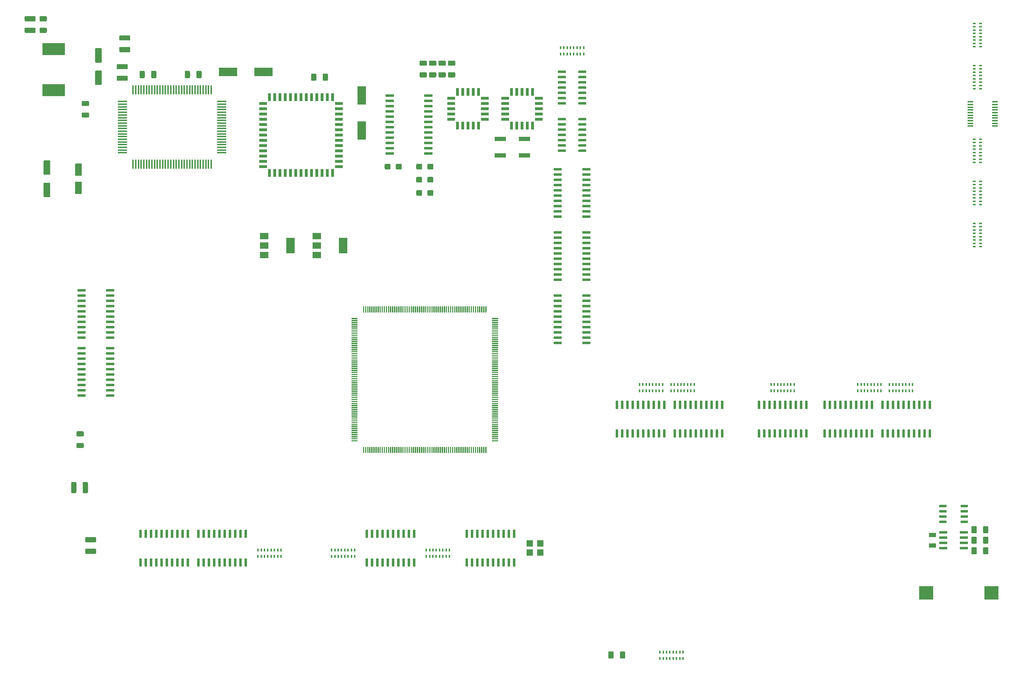
<source format=gbr>
G04 #@! TF.GenerationSoftware,KiCad,Pcbnew,5.1.5+dfsg1-2build2*
G04 #@! TF.CreationDate,2021-11-04T14:18:05+00:00*
G04 #@! TF.ProjectId,MAXI030,4d415849-3033-4302-9e6b-696361645f70,rev?*
G04 #@! TF.SameCoordinates,Original*
G04 #@! TF.FileFunction,Paste,Top*
G04 #@! TF.FilePolarity,Positive*
%FSLAX46Y46*%
G04 Gerber Fmt 4.6, Leading zero omitted, Abs format (unit mm)*
G04 Created by KiCad (PCBNEW 5.1.5+dfsg1-2build2) date 2021-11-04 14:18:05*
%MOMM*%
%LPD*%
G04 APERTURE LIST*
%ADD10R,1.600000X1.500000*%
%ADD11C,0.100000*%
%ADD12R,5.400000X2.900000*%
%ADD13R,1.925000X0.700000*%
%ADD14R,0.700000X1.925000*%
%ADD15R,2.000000X3.800000*%
%ADD16R,2.000000X1.500000*%
%ADD17R,4.500000X2.000000*%
%ADD18R,1.800000X1.000000*%
%ADD19R,2.000000X4.500000*%
%ADD20R,0.350000X2.200000*%
%ADD21R,2.200000X0.350000*%
%ADD22R,1.450000X0.450000*%
%ADD23R,2.800000X1.000000*%
%ADD24R,0.430000X0.760000*%
%ADD25R,0.760000X0.430000*%
%ADD26R,3.500000X3.300000*%
G04 APERTURE END LIST*
D10*
X48831500Y86825000D03*
X51371500Y86825000D03*
X51371500Y84625000D03*
X48831500Y84625000D03*
D11*
G36*
X71646504Y60817796D02*
G01*
X71670773Y60814196D01*
X71694571Y60808235D01*
X71717671Y60799970D01*
X71739849Y60789480D01*
X71760893Y60776867D01*
X71780598Y60762253D01*
X71798777Y60745777D01*
X71815253Y60727598D01*
X71829867Y60707893D01*
X71842480Y60686849D01*
X71852970Y60664671D01*
X71861235Y60641571D01*
X71867196Y60617773D01*
X71870796Y60593504D01*
X71872000Y60569000D01*
X71872000Y59319000D01*
X71870796Y59294496D01*
X71867196Y59270227D01*
X71861235Y59246429D01*
X71852970Y59223329D01*
X71842480Y59201151D01*
X71829867Y59180107D01*
X71815253Y59160402D01*
X71798777Y59142223D01*
X71780598Y59125747D01*
X71760893Y59111133D01*
X71739849Y59098520D01*
X71717671Y59088030D01*
X71694571Y59079765D01*
X71670773Y59073804D01*
X71646504Y59070204D01*
X71622000Y59069000D01*
X70872000Y59069000D01*
X70847496Y59070204D01*
X70823227Y59073804D01*
X70799429Y59079765D01*
X70776329Y59088030D01*
X70754151Y59098520D01*
X70733107Y59111133D01*
X70713402Y59125747D01*
X70695223Y59142223D01*
X70678747Y59160402D01*
X70664133Y59180107D01*
X70651520Y59201151D01*
X70641030Y59223329D01*
X70632765Y59246429D01*
X70626804Y59270227D01*
X70623204Y59294496D01*
X70622000Y59319000D01*
X70622000Y60569000D01*
X70623204Y60593504D01*
X70626804Y60617773D01*
X70632765Y60641571D01*
X70641030Y60664671D01*
X70651520Y60686849D01*
X70664133Y60707893D01*
X70678747Y60727598D01*
X70695223Y60745777D01*
X70713402Y60762253D01*
X70733107Y60776867D01*
X70754151Y60789480D01*
X70776329Y60799970D01*
X70799429Y60808235D01*
X70823227Y60814196D01*
X70847496Y60817796D01*
X70872000Y60819000D01*
X71622000Y60819000D01*
X71646504Y60817796D01*
G37*
G36*
X68846504Y60817796D02*
G01*
X68870773Y60814196D01*
X68894571Y60808235D01*
X68917671Y60799970D01*
X68939849Y60789480D01*
X68960893Y60776867D01*
X68980598Y60762253D01*
X68998777Y60745777D01*
X69015253Y60727598D01*
X69029867Y60707893D01*
X69042480Y60686849D01*
X69052970Y60664671D01*
X69061235Y60641571D01*
X69067196Y60617773D01*
X69070796Y60593504D01*
X69072000Y60569000D01*
X69072000Y59319000D01*
X69070796Y59294496D01*
X69067196Y59270227D01*
X69061235Y59246429D01*
X69052970Y59223329D01*
X69042480Y59201151D01*
X69029867Y59180107D01*
X69015253Y59160402D01*
X68998777Y59142223D01*
X68980598Y59125747D01*
X68960893Y59111133D01*
X68939849Y59098520D01*
X68917671Y59088030D01*
X68894571Y59079765D01*
X68870773Y59073804D01*
X68846504Y59070204D01*
X68822000Y59069000D01*
X68072000Y59069000D01*
X68047496Y59070204D01*
X68023227Y59073804D01*
X67999429Y59079765D01*
X67976329Y59088030D01*
X67954151Y59098520D01*
X67933107Y59111133D01*
X67913402Y59125747D01*
X67895223Y59142223D01*
X67878747Y59160402D01*
X67864133Y59180107D01*
X67851520Y59201151D01*
X67841030Y59223329D01*
X67832765Y59246429D01*
X67826804Y59270227D01*
X67823204Y59294496D01*
X67822000Y59319000D01*
X67822000Y60569000D01*
X67823204Y60593504D01*
X67826804Y60617773D01*
X67832765Y60641571D01*
X67841030Y60664671D01*
X67851520Y60686849D01*
X67864133Y60707893D01*
X67878747Y60727598D01*
X67895223Y60745777D01*
X67913402Y60762253D01*
X67933107Y60776867D01*
X67954151Y60789480D01*
X67976329Y60799970D01*
X67999429Y60808235D01*
X68023227Y60814196D01*
X68047496Y60817796D01*
X68072000Y60819000D01*
X68822000Y60819000D01*
X68846504Y60817796D01*
G37*
D12*
X-66040000Y196215000D03*
X-66040000Y206115000D03*
D11*
G36*
X-57770496Y193663796D02*
G01*
X-57746227Y193660196D01*
X-57722429Y193654235D01*
X-57699329Y193645970D01*
X-57677151Y193635480D01*
X-57656107Y193622867D01*
X-57636402Y193608253D01*
X-57618223Y193591777D01*
X-57601747Y193573598D01*
X-57587133Y193553893D01*
X-57574520Y193532849D01*
X-57564030Y193510671D01*
X-57555765Y193487571D01*
X-57549804Y193463773D01*
X-57546204Y193439504D01*
X-57545000Y193415000D01*
X-57545000Y192665000D01*
X-57546204Y192640496D01*
X-57549804Y192616227D01*
X-57555765Y192592429D01*
X-57564030Y192569329D01*
X-57574520Y192547151D01*
X-57587133Y192526107D01*
X-57601747Y192506402D01*
X-57618223Y192488223D01*
X-57636402Y192471747D01*
X-57656107Y192457133D01*
X-57677151Y192444520D01*
X-57699329Y192434030D01*
X-57722429Y192425765D01*
X-57746227Y192419804D01*
X-57770496Y192416204D01*
X-57795000Y192415000D01*
X-59045000Y192415000D01*
X-59069504Y192416204D01*
X-59093773Y192419804D01*
X-59117571Y192425765D01*
X-59140671Y192434030D01*
X-59162849Y192444520D01*
X-59183893Y192457133D01*
X-59203598Y192471747D01*
X-59221777Y192488223D01*
X-59238253Y192506402D01*
X-59252867Y192526107D01*
X-59265480Y192547151D01*
X-59275970Y192569329D01*
X-59284235Y192592429D01*
X-59290196Y192616227D01*
X-59293796Y192640496D01*
X-59295000Y192665000D01*
X-59295000Y193415000D01*
X-59293796Y193439504D01*
X-59290196Y193463773D01*
X-59284235Y193487571D01*
X-59275970Y193510671D01*
X-59265480Y193532849D01*
X-59252867Y193553893D01*
X-59238253Y193573598D01*
X-59221777Y193591777D01*
X-59203598Y193608253D01*
X-59183893Y193622867D01*
X-59162849Y193635480D01*
X-59140671Y193645970D01*
X-59117571Y193654235D01*
X-59093773Y193660196D01*
X-59069504Y193663796D01*
X-59045000Y193665000D01*
X-57795000Y193665000D01*
X-57770496Y193663796D01*
G37*
G36*
X-57770496Y190863796D02*
G01*
X-57746227Y190860196D01*
X-57722429Y190854235D01*
X-57699329Y190845970D01*
X-57677151Y190835480D01*
X-57656107Y190822867D01*
X-57636402Y190808253D01*
X-57618223Y190791777D01*
X-57601747Y190773598D01*
X-57587133Y190753893D01*
X-57574520Y190732849D01*
X-57564030Y190710671D01*
X-57555765Y190687571D01*
X-57549804Y190663773D01*
X-57546204Y190639504D01*
X-57545000Y190615000D01*
X-57545000Y189865000D01*
X-57546204Y189840496D01*
X-57549804Y189816227D01*
X-57555765Y189792429D01*
X-57564030Y189769329D01*
X-57574520Y189747151D01*
X-57587133Y189726107D01*
X-57601747Y189706402D01*
X-57618223Y189688223D01*
X-57636402Y189671747D01*
X-57656107Y189657133D01*
X-57677151Y189644520D01*
X-57699329Y189634030D01*
X-57722429Y189625765D01*
X-57746227Y189619804D01*
X-57770496Y189616204D01*
X-57795000Y189615000D01*
X-59045000Y189615000D01*
X-59069504Y189616204D01*
X-59093773Y189619804D01*
X-59117571Y189625765D01*
X-59140671Y189634030D01*
X-59162849Y189644520D01*
X-59183893Y189657133D01*
X-59203598Y189671747D01*
X-59221777Y189688223D01*
X-59238253Y189706402D01*
X-59252867Y189726107D01*
X-59265480Y189747151D01*
X-59275970Y189769329D01*
X-59284235Y189792429D01*
X-59290196Y189816227D01*
X-59293796Y189840496D01*
X-59295000Y189865000D01*
X-59295000Y190615000D01*
X-59293796Y190639504D01*
X-59290196Y190663773D01*
X-59284235Y190687571D01*
X-59275970Y190710671D01*
X-59265480Y190732849D01*
X-59252867Y190753893D01*
X-59238253Y190773598D01*
X-59221777Y190791777D01*
X-59203598Y190808253D01*
X-59183893Y190822867D01*
X-59162849Y190835480D01*
X-59140671Y190845970D01*
X-59117571Y190854235D01*
X-59093773Y190860196D01*
X-59069504Y190863796D01*
X-59045000Y190865000D01*
X-57795000Y190865000D01*
X-57770496Y190863796D01*
G37*
G36*
X-48430496Y199753796D02*
G01*
X-48406227Y199750196D01*
X-48382429Y199744235D01*
X-48359329Y199735970D01*
X-48337151Y199725480D01*
X-48316107Y199712867D01*
X-48296402Y199698253D01*
X-48278223Y199681777D01*
X-48261747Y199663598D01*
X-48247133Y199643893D01*
X-48234520Y199622849D01*
X-48224030Y199600671D01*
X-48215765Y199577571D01*
X-48209804Y199553773D01*
X-48206204Y199529504D01*
X-48205000Y199505000D01*
X-48205000Y198755000D01*
X-48206204Y198730496D01*
X-48209804Y198706227D01*
X-48215765Y198682429D01*
X-48224030Y198659329D01*
X-48234520Y198637151D01*
X-48247133Y198616107D01*
X-48261747Y198596402D01*
X-48278223Y198578223D01*
X-48296402Y198561747D01*
X-48316107Y198547133D01*
X-48337151Y198534520D01*
X-48359329Y198524030D01*
X-48382429Y198515765D01*
X-48406227Y198509804D01*
X-48430496Y198506204D01*
X-48455000Y198505000D01*
X-50605000Y198505000D01*
X-50629504Y198506204D01*
X-50653773Y198509804D01*
X-50677571Y198515765D01*
X-50700671Y198524030D01*
X-50722849Y198534520D01*
X-50743893Y198547133D01*
X-50763598Y198561747D01*
X-50781777Y198578223D01*
X-50798253Y198596402D01*
X-50812867Y198616107D01*
X-50825480Y198637151D01*
X-50835970Y198659329D01*
X-50844235Y198682429D01*
X-50850196Y198706227D01*
X-50853796Y198730496D01*
X-50855000Y198755000D01*
X-50855000Y199505000D01*
X-50853796Y199529504D01*
X-50850196Y199553773D01*
X-50844235Y199577571D01*
X-50835970Y199600671D01*
X-50825480Y199622849D01*
X-50812867Y199643893D01*
X-50798253Y199663598D01*
X-50781777Y199681777D01*
X-50763598Y199698253D01*
X-50743893Y199712867D01*
X-50722849Y199725480D01*
X-50700671Y199735970D01*
X-50677571Y199744235D01*
X-50653773Y199750196D01*
X-50629504Y199753796D01*
X-50605000Y199755000D01*
X-48455000Y199755000D01*
X-48430496Y199753796D01*
G37*
G36*
X-48430496Y202553796D02*
G01*
X-48406227Y202550196D01*
X-48382429Y202544235D01*
X-48359329Y202535970D01*
X-48337151Y202525480D01*
X-48316107Y202512867D01*
X-48296402Y202498253D01*
X-48278223Y202481777D01*
X-48261747Y202463598D01*
X-48247133Y202443893D01*
X-48234520Y202422849D01*
X-48224030Y202400671D01*
X-48215765Y202377571D01*
X-48209804Y202353773D01*
X-48206204Y202329504D01*
X-48205000Y202305000D01*
X-48205000Y201555000D01*
X-48206204Y201530496D01*
X-48209804Y201506227D01*
X-48215765Y201482429D01*
X-48224030Y201459329D01*
X-48234520Y201437151D01*
X-48247133Y201416107D01*
X-48261747Y201396402D01*
X-48278223Y201378223D01*
X-48296402Y201361747D01*
X-48316107Y201347133D01*
X-48337151Y201334520D01*
X-48359329Y201324030D01*
X-48382429Y201315765D01*
X-48406227Y201309804D01*
X-48430496Y201306204D01*
X-48455000Y201305000D01*
X-50605000Y201305000D01*
X-50629504Y201306204D01*
X-50653773Y201309804D01*
X-50677571Y201315765D01*
X-50700671Y201324030D01*
X-50722849Y201334520D01*
X-50743893Y201347133D01*
X-50763598Y201361747D01*
X-50781777Y201378223D01*
X-50798253Y201396402D01*
X-50812867Y201416107D01*
X-50825480Y201437151D01*
X-50835970Y201459329D01*
X-50844235Y201482429D01*
X-50850196Y201506227D01*
X-50853796Y201530496D01*
X-50855000Y201555000D01*
X-50855000Y202305000D01*
X-50853796Y202329504D01*
X-50850196Y202353773D01*
X-50844235Y202377571D01*
X-50835970Y202400671D01*
X-50825480Y202422849D01*
X-50812867Y202443893D01*
X-50798253Y202463598D01*
X-50781777Y202481777D01*
X-50763598Y202498253D01*
X-50743893Y202512867D01*
X-50722849Y202525480D01*
X-50700671Y202535970D01*
X-50677571Y202544235D01*
X-50653773Y202550196D01*
X-50629504Y202553796D01*
X-50605000Y202555000D01*
X-48455000Y202555000D01*
X-48430496Y202553796D01*
G37*
G36*
X8827351Y144064639D02*
G01*
X8834632Y144063559D01*
X8841771Y144061771D01*
X8848701Y144059291D01*
X8855355Y144056144D01*
X8861668Y144052360D01*
X8867579Y144047976D01*
X8873033Y144043033D01*
X8877976Y144037579D01*
X8882360Y144031668D01*
X8886144Y144025355D01*
X8889291Y144018701D01*
X8891771Y144011771D01*
X8893559Y144004632D01*
X8894639Y143997351D01*
X8895000Y143990000D01*
X8895000Y142665000D01*
X8894639Y142657649D01*
X8893559Y142650368D01*
X8891771Y142643229D01*
X8889291Y142636299D01*
X8886144Y142629645D01*
X8882360Y142623332D01*
X8877976Y142617421D01*
X8873033Y142611967D01*
X8867579Y142607024D01*
X8861668Y142602640D01*
X8855355Y142598856D01*
X8848701Y142595709D01*
X8841771Y142593229D01*
X8834632Y142591441D01*
X8827351Y142590361D01*
X8820000Y142590000D01*
X8670000Y142590000D01*
X8662649Y142590361D01*
X8655368Y142591441D01*
X8648229Y142593229D01*
X8641299Y142595709D01*
X8634645Y142598856D01*
X8628332Y142602640D01*
X8622421Y142607024D01*
X8616967Y142611967D01*
X8612024Y142617421D01*
X8607640Y142623332D01*
X8603856Y142629645D01*
X8600709Y142636299D01*
X8598229Y142643229D01*
X8596441Y142650368D01*
X8595361Y142657649D01*
X8595000Y142665000D01*
X8595000Y143990000D01*
X8595361Y143997351D01*
X8596441Y144004632D01*
X8598229Y144011771D01*
X8600709Y144018701D01*
X8603856Y144025355D01*
X8607640Y144031668D01*
X8612024Y144037579D01*
X8616967Y144043033D01*
X8622421Y144047976D01*
X8628332Y144052360D01*
X8634645Y144056144D01*
X8641299Y144059291D01*
X8648229Y144061771D01*
X8655368Y144063559D01*
X8662649Y144064639D01*
X8670000Y144065000D01*
X8820000Y144065000D01*
X8827351Y144064639D01*
G37*
G36*
X9327351Y144064639D02*
G01*
X9334632Y144063559D01*
X9341771Y144061771D01*
X9348701Y144059291D01*
X9355355Y144056144D01*
X9361668Y144052360D01*
X9367579Y144047976D01*
X9373033Y144043033D01*
X9377976Y144037579D01*
X9382360Y144031668D01*
X9386144Y144025355D01*
X9389291Y144018701D01*
X9391771Y144011771D01*
X9393559Y144004632D01*
X9394639Y143997351D01*
X9395000Y143990000D01*
X9395000Y142665000D01*
X9394639Y142657649D01*
X9393559Y142650368D01*
X9391771Y142643229D01*
X9389291Y142636299D01*
X9386144Y142629645D01*
X9382360Y142623332D01*
X9377976Y142617421D01*
X9373033Y142611967D01*
X9367579Y142607024D01*
X9361668Y142602640D01*
X9355355Y142598856D01*
X9348701Y142595709D01*
X9341771Y142593229D01*
X9334632Y142591441D01*
X9327351Y142590361D01*
X9320000Y142590000D01*
X9170000Y142590000D01*
X9162649Y142590361D01*
X9155368Y142591441D01*
X9148229Y142593229D01*
X9141299Y142595709D01*
X9134645Y142598856D01*
X9128332Y142602640D01*
X9122421Y142607024D01*
X9116967Y142611967D01*
X9112024Y142617421D01*
X9107640Y142623332D01*
X9103856Y142629645D01*
X9100709Y142636299D01*
X9098229Y142643229D01*
X9096441Y142650368D01*
X9095361Y142657649D01*
X9095000Y142665000D01*
X9095000Y143990000D01*
X9095361Y143997351D01*
X9096441Y144004632D01*
X9098229Y144011771D01*
X9100709Y144018701D01*
X9103856Y144025355D01*
X9107640Y144031668D01*
X9112024Y144037579D01*
X9116967Y144043033D01*
X9122421Y144047976D01*
X9128332Y144052360D01*
X9134645Y144056144D01*
X9141299Y144059291D01*
X9148229Y144061771D01*
X9155368Y144063559D01*
X9162649Y144064639D01*
X9170000Y144065000D01*
X9320000Y144065000D01*
X9327351Y144064639D01*
G37*
G36*
X9827351Y144064639D02*
G01*
X9834632Y144063559D01*
X9841771Y144061771D01*
X9848701Y144059291D01*
X9855355Y144056144D01*
X9861668Y144052360D01*
X9867579Y144047976D01*
X9873033Y144043033D01*
X9877976Y144037579D01*
X9882360Y144031668D01*
X9886144Y144025355D01*
X9889291Y144018701D01*
X9891771Y144011771D01*
X9893559Y144004632D01*
X9894639Y143997351D01*
X9895000Y143990000D01*
X9895000Y142665000D01*
X9894639Y142657649D01*
X9893559Y142650368D01*
X9891771Y142643229D01*
X9889291Y142636299D01*
X9886144Y142629645D01*
X9882360Y142623332D01*
X9877976Y142617421D01*
X9873033Y142611967D01*
X9867579Y142607024D01*
X9861668Y142602640D01*
X9855355Y142598856D01*
X9848701Y142595709D01*
X9841771Y142593229D01*
X9834632Y142591441D01*
X9827351Y142590361D01*
X9820000Y142590000D01*
X9670000Y142590000D01*
X9662649Y142590361D01*
X9655368Y142591441D01*
X9648229Y142593229D01*
X9641299Y142595709D01*
X9634645Y142598856D01*
X9628332Y142602640D01*
X9622421Y142607024D01*
X9616967Y142611967D01*
X9612024Y142617421D01*
X9607640Y142623332D01*
X9603856Y142629645D01*
X9600709Y142636299D01*
X9598229Y142643229D01*
X9596441Y142650368D01*
X9595361Y142657649D01*
X9595000Y142665000D01*
X9595000Y143990000D01*
X9595361Y143997351D01*
X9596441Y144004632D01*
X9598229Y144011771D01*
X9600709Y144018701D01*
X9603856Y144025355D01*
X9607640Y144031668D01*
X9612024Y144037579D01*
X9616967Y144043033D01*
X9622421Y144047976D01*
X9628332Y144052360D01*
X9634645Y144056144D01*
X9641299Y144059291D01*
X9648229Y144061771D01*
X9655368Y144063559D01*
X9662649Y144064639D01*
X9670000Y144065000D01*
X9820000Y144065000D01*
X9827351Y144064639D01*
G37*
G36*
X10327351Y144064639D02*
G01*
X10334632Y144063559D01*
X10341771Y144061771D01*
X10348701Y144059291D01*
X10355355Y144056144D01*
X10361668Y144052360D01*
X10367579Y144047976D01*
X10373033Y144043033D01*
X10377976Y144037579D01*
X10382360Y144031668D01*
X10386144Y144025355D01*
X10389291Y144018701D01*
X10391771Y144011771D01*
X10393559Y144004632D01*
X10394639Y143997351D01*
X10395000Y143990000D01*
X10395000Y142665000D01*
X10394639Y142657649D01*
X10393559Y142650368D01*
X10391771Y142643229D01*
X10389291Y142636299D01*
X10386144Y142629645D01*
X10382360Y142623332D01*
X10377976Y142617421D01*
X10373033Y142611967D01*
X10367579Y142607024D01*
X10361668Y142602640D01*
X10355355Y142598856D01*
X10348701Y142595709D01*
X10341771Y142593229D01*
X10334632Y142591441D01*
X10327351Y142590361D01*
X10320000Y142590000D01*
X10170000Y142590000D01*
X10162649Y142590361D01*
X10155368Y142591441D01*
X10148229Y142593229D01*
X10141299Y142595709D01*
X10134645Y142598856D01*
X10128332Y142602640D01*
X10122421Y142607024D01*
X10116967Y142611967D01*
X10112024Y142617421D01*
X10107640Y142623332D01*
X10103856Y142629645D01*
X10100709Y142636299D01*
X10098229Y142643229D01*
X10096441Y142650368D01*
X10095361Y142657649D01*
X10095000Y142665000D01*
X10095000Y143990000D01*
X10095361Y143997351D01*
X10096441Y144004632D01*
X10098229Y144011771D01*
X10100709Y144018701D01*
X10103856Y144025355D01*
X10107640Y144031668D01*
X10112024Y144037579D01*
X10116967Y144043033D01*
X10122421Y144047976D01*
X10128332Y144052360D01*
X10134645Y144056144D01*
X10141299Y144059291D01*
X10148229Y144061771D01*
X10155368Y144063559D01*
X10162649Y144064639D01*
X10170000Y144065000D01*
X10320000Y144065000D01*
X10327351Y144064639D01*
G37*
G36*
X10827351Y144064639D02*
G01*
X10834632Y144063559D01*
X10841771Y144061771D01*
X10848701Y144059291D01*
X10855355Y144056144D01*
X10861668Y144052360D01*
X10867579Y144047976D01*
X10873033Y144043033D01*
X10877976Y144037579D01*
X10882360Y144031668D01*
X10886144Y144025355D01*
X10889291Y144018701D01*
X10891771Y144011771D01*
X10893559Y144004632D01*
X10894639Y143997351D01*
X10895000Y143990000D01*
X10895000Y142665000D01*
X10894639Y142657649D01*
X10893559Y142650368D01*
X10891771Y142643229D01*
X10889291Y142636299D01*
X10886144Y142629645D01*
X10882360Y142623332D01*
X10877976Y142617421D01*
X10873033Y142611967D01*
X10867579Y142607024D01*
X10861668Y142602640D01*
X10855355Y142598856D01*
X10848701Y142595709D01*
X10841771Y142593229D01*
X10834632Y142591441D01*
X10827351Y142590361D01*
X10820000Y142590000D01*
X10670000Y142590000D01*
X10662649Y142590361D01*
X10655368Y142591441D01*
X10648229Y142593229D01*
X10641299Y142595709D01*
X10634645Y142598856D01*
X10628332Y142602640D01*
X10622421Y142607024D01*
X10616967Y142611967D01*
X10612024Y142617421D01*
X10607640Y142623332D01*
X10603856Y142629645D01*
X10600709Y142636299D01*
X10598229Y142643229D01*
X10596441Y142650368D01*
X10595361Y142657649D01*
X10595000Y142665000D01*
X10595000Y143990000D01*
X10595361Y143997351D01*
X10596441Y144004632D01*
X10598229Y144011771D01*
X10600709Y144018701D01*
X10603856Y144025355D01*
X10607640Y144031668D01*
X10612024Y144037579D01*
X10616967Y144043033D01*
X10622421Y144047976D01*
X10628332Y144052360D01*
X10634645Y144056144D01*
X10641299Y144059291D01*
X10648229Y144061771D01*
X10655368Y144063559D01*
X10662649Y144064639D01*
X10670000Y144065000D01*
X10820000Y144065000D01*
X10827351Y144064639D01*
G37*
G36*
X11327351Y144064639D02*
G01*
X11334632Y144063559D01*
X11341771Y144061771D01*
X11348701Y144059291D01*
X11355355Y144056144D01*
X11361668Y144052360D01*
X11367579Y144047976D01*
X11373033Y144043033D01*
X11377976Y144037579D01*
X11382360Y144031668D01*
X11386144Y144025355D01*
X11389291Y144018701D01*
X11391771Y144011771D01*
X11393559Y144004632D01*
X11394639Y143997351D01*
X11395000Y143990000D01*
X11395000Y142665000D01*
X11394639Y142657649D01*
X11393559Y142650368D01*
X11391771Y142643229D01*
X11389291Y142636299D01*
X11386144Y142629645D01*
X11382360Y142623332D01*
X11377976Y142617421D01*
X11373033Y142611967D01*
X11367579Y142607024D01*
X11361668Y142602640D01*
X11355355Y142598856D01*
X11348701Y142595709D01*
X11341771Y142593229D01*
X11334632Y142591441D01*
X11327351Y142590361D01*
X11320000Y142590000D01*
X11170000Y142590000D01*
X11162649Y142590361D01*
X11155368Y142591441D01*
X11148229Y142593229D01*
X11141299Y142595709D01*
X11134645Y142598856D01*
X11128332Y142602640D01*
X11122421Y142607024D01*
X11116967Y142611967D01*
X11112024Y142617421D01*
X11107640Y142623332D01*
X11103856Y142629645D01*
X11100709Y142636299D01*
X11098229Y142643229D01*
X11096441Y142650368D01*
X11095361Y142657649D01*
X11095000Y142665000D01*
X11095000Y143990000D01*
X11095361Y143997351D01*
X11096441Y144004632D01*
X11098229Y144011771D01*
X11100709Y144018701D01*
X11103856Y144025355D01*
X11107640Y144031668D01*
X11112024Y144037579D01*
X11116967Y144043033D01*
X11122421Y144047976D01*
X11128332Y144052360D01*
X11134645Y144056144D01*
X11141299Y144059291D01*
X11148229Y144061771D01*
X11155368Y144063559D01*
X11162649Y144064639D01*
X11170000Y144065000D01*
X11320000Y144065000D01*
X11327351Y144064639D01*
G37*
G36*
X11827351Y144064639D02*
G01*
X11834632Y144063559D01*
X11841771Y144061771D01*
X11848701Y144059291D01*
X11855355Y144056144D01*
X11861668Y144052360D01*
X11867579Y144047976D01*
X11873033Y144043033D01*
X11877976Y144037579D01*
X11882360Y144031668D01*
X11886144Y144025355D01*
X11889291Y144018701D01*
X11891771Y144011771D01*
X11893559Y144004632D01*
X11894639Y143997351D01*
X11895000Y143990000D01*
X11895000Y142665000D01*
X11894639Y142657649D01*
X11893559Y142650368D01*
X11891771Y142643229D01*
X11889291Y142636299D01*
X11886144Y142629645D01*
X11882360Y142623332D01*
X11877976Y142617421D01*
X11873033Y142611967D01*
X11867579Y142607024D01*
X11861668Y142602640D01*
X11855355Y142598856D01*
X11848701Y142595709D01*
X11841771Y142593229D01*
X11834632Y142591441D01*
X11827351Y142590361D01*
X11820000Y142590000D01*
X11670000Y142590000D01*
X11662649Y142590361D01*
X11655368Y142591441D01*
X11648229Y142593229D01*
X11641299Y142595709D01*
X11634645Y142598856D01*
X11628332Y142602640D01*
X11622421Y142607024D01*
X11616967Y142611967D01*
X11612024Y142617421D01*
X11607640Y142623332D01*
X11603856Y142629645D01*
X11600709Y142636299D01*
X11598229Y142643229D01*
X11596441Y142650368D01*
X11595361Y142657649D01*
X11595000Y142665000D01*
X11595000Y143990000D01*
X11595361Y143997351D01*
X11596441Y144004632D01*
X11598229Y144011771D01*
X11600709Y144018701D01*
X11603856Y144025355D01*
X11607640Y144031668D01*
X11612024Y144037579D01*
X11616967Y144043033D01*
X11622421Y144047976D01*
X11628332Y144052360D01*
X11634645Y144056144D01*
X11641299Y144059291D01*
X11648229Y144061771D01*
X11655368Y144063559D01*
X11662649Y144064639D01*
X11670000Y144065000D01*
X11820000Y144065000D01*
X11827351Y144064639D01*
G37*
G36*
X12327351Y144064639D02*
G01*
X12334632Y144063559D01*
X12341771Y144061771D01*
X12348701Y144059291D01*
X12355355Y144056144D01*
X12361668Y144052360D01*
X12367579Y144047976D01*
X12373033Y144043033D01*
X12377976Y144037579D01*
X12382360Y144031668D01*
X12386144Y144025355D01*
X12389291Y144018701D01*
X12391771Y144011771D01*
X12393559Y144004632D01*
X12394639Y143997351D01*
X12395000Y143990000D01*
X12395000Y142665000D01*
X12394639Y142657649D01*
X12393559Y142650368D01*
X12391771Y142643229D01*
X12389291Y142636299D01*
X12386144Y142629645D01*
X12382360Y142623332D01*
X12377976Y142617421D01*
X12373033Y142611967D01*
X12367579Y142607024D01*
X12361668Y142602640D01*
X12355355Y142598856D01*
X12348701Y142595709D01*
X12341771Y142593229D01*
X12334632Y142591441D01*
X12327351Y142590361D01*
X12320000Y142590000D01*
X12170000Y142590000D01*
X12162649Y142590361D01*
X12155368Y142591441D01*
X12148229Y142593229D01*
X12141299Y142595709D01*
X12134645Y142598856D01*
X12128332Y142602640D01*
X12122421Y142607024D01*
X12116967Y142611967D01*
X12112024Y142617421D01*
X12107640Y142623332D01*
X12103856Y142629645D01*
X12100709Y142636299D01*
X12098229Y142643229D01*
X12096441Y142650368D01*
X12095361Y142657649D01*
X12095000Y142665000D01*
X12095000Y143990000D01*
X12095361Y143997351D01*
X12096441Y144004632D01*
X12098229Y144011771D01*
X12100709Y144018701D01*
X12103856Y144025355D01*
X12107640Y144031668D01*
X12112024Y144037579D01*
X12116967Y144043033D01*
X12122421Y144047976D01*
X12128332Y144052360D01*
X12134645Y144056144D01*
X12141299Y144059291D01*
X12148229Y144061771D01*
X12155368Y144063559D01*
X12162649Y144064639D01*
X12170000Y144065000D01*
X12320000Y144065000D01*
X12327351Y144064639D01*
G37*
G36*
X12827351Y144064639D02*
G01*
X12834632Y144063559D01*
X12841771Y144061771D01*
X12848701Y144059291D01*
X12855355Y144056144D01*
X12861668Y144052360D01*
X12867579Y144047976D01*
X12873033Y144043033D01*
X12877976Y144037579D01*
X12882360Y144031668D01*
X12886144Y144025355D01*
X12889291Y144018701D01*
X12891771Y144011771D01*
X12893559Y144004632D01*
X12894639Y143997351D01*
X12895000Y143990000D01*
X12895000Y142665000D01*
X12894639Y142657649D01*
X12893559Y142650368D01*
X12891771Y142643229D01*
X12889291Y142636299D01*
X12886144Y142629645D01*
X12882360Y142623332D01*
X12877976Y142617421D01*
X12873033Y142611967D01*
X12867579Y142607024D01*
X12861668Y142602640D01*
X12855355Y142598856D01*
X12848701Y142595709D01*
X12841771Y142593229D01*
X12834632Y142591441D01*
X12827351Y142590361D01*
X12820000Y142590000D01*
X12670000Y142590000D01*
X12662649Y142590361D01*
X12655368Y142591441D01*
X12648229Y142593229D01*
X12641299Y142595709D01*
X12634645Y142598856D01*
X12628332Y142602640D01*
X12622421Y142607024D01*
X12616967Y142611967D01*
X12612024Y142617421D01*
X12607640Y142623332D01*
X12603856Y142629645D01*
X12600709Y142636299D01*
X12598229Y142643229D01*
X12596441Y142650368D01*
X12595361Y142657649D01*
X12595000Y142665000D01*
X12595000Y143990000D01*
X12595361Y143997351D01*
X12596441Y144004632D01*
X12598229Y144011771D01*
X12600709Y144018701D01*
X12603856Y144025355D01*
X12607640Y144031668D01*
X12612024Y144037579D01*
X12616967Y144043033D01*
X12622421Y144047976D01*
X12628332Y144052360D01*
X12634645Y144056144D01*
X12641299Y144059291D01*
X12648229Y144061771D01*
X12655368Y144063559D01*
X12662649Y144064639D01*
X12670000Y144065000D01*
X12820000Y144065000D01*
X12827351Y144064639D01*
G37*
G36*
X13327351Y144064639D02*
G01*
X13334632Y144063559D01*
X13341771Y144061771D01*
X13348701Y144059291D01*
X13355355Y144056144D01*
X13361668Y144052360D01*
X13367579Y144047976D01*
X13373033Y144043033D01*
X13377976Y144037579D01*
X13382360Y144031668D01*
X13386144Y144025355D01*
X13389291Y144018701D01*
X13391771Y144011771D01*
X13393559Y144004632D01*
X13394639Y143997351D01*
X13395000Y143990000D01*
X13395000Y142665000D01*
X13394639Y142657649D01*
X13393559Y142650368D01*
X13391771Y142643229D01*
X13389291Y142636299D01*
X13386144Y142629645D01*
X13382360Y142623332D01*
X13377976Y142617421D01*
X13373033Y142611967D01*
X13367579Y142607024D01*
X13361668Y142602640D01*
X13355355Y142598856D01*
X13348701Y142595709D01*
X13341771Y142593229D01*
X13334632Y142591441D01*
X13327351Y142590361D01*
X13320000Y142590000D01*
X13170000Y142590000D01*
X13162649Y142590361D01*
X13155368Y142591441D01*
X13148229Y142593229D01*
X13141299Y142595709D01*
X13134645Y142598856D01*
X13128332Y142602640D01*
X13122421Y142607024D01*
X13116967Y142611967D01*
X13112024Y142617421D01*
X13107640Y142623332D01*
X13103856Y142629645D01*
X13100709Y142636299D01*
X13098229Y142643229D01*
X13096441Y142650368D01*
X13095361Y142657649D01*
X13095000Y142665000D01*
X13095000Y143990000D01*
X13095361Y143997351D01*
X13096441Y144004632D01*
X13098229Y144011771D01*
X13100709Y144018701D01*
X13103856Y144025355D01*
X13107640Y144031668D01*
X13112024Y144037579D01*
X13116967Y144043033D01*
X13122421Y144047976D01*
X13128332Y144052360D01*
X13134645Y144056144D01*
X13141299Y144059291D01*
X13148229Y144061771D01*
X13155368Y144063559D01*
X13162649Y144064639D01*
X13170000Y144065000D01*
X13320000Y144065000D01*
X13327351Y144064639D01*
G37*
G36*
X13827351Y144064639D02*
G01*
X13834632Y144063559D01*
X13841771Y144061771D01*
X13848701Y144059291D01*
X13855355Y144056144D01*
X13861668Y144052360D01*
X13867579Y144047976D01*
X13873033Y144043033D01*
X13877976Y144037579D01*
X13882360Y144031668D01*
X13886144Y144025355D01*
X13889291Y144018701D01*
X13891771Y144011771D01*
X13893559Y144004632D01*
X13894639Y143997351D01*
X13895000Y143990000D01*
X13895000Y142665000D01*
X13894639Y142657649D01*
X13893559Y142650368D01*
X13891771Y142643229D01*
X13889291Y142636299D01*
X13886144Y142629645D01*
X13882360Y142623332D01*
X13877976Y142617421D01*
X13873033Y142611967D01*
X13867579Y142607024D01*
X13861668Y142602640D01*
X13855355Y142598856D01*
X13848701Y142595709D01*
X13841771Y142593229D01*
X13834632Y142591441D01*
X13827351Y142590361D01*
X13820000Y142590000D01*
X13670000Y142590000D01*
X13662649Y142590361D01*
X13655368Y142591441D01*
X13648229Y142593229D01*
X13641299Y142595709D01*
X13634645Y142598856D01*
X13628332Y142602640D01*
X13622421Y142607024D01*
X13616967Y142611967D01*
X13612024Y142617421D01*
X13607640Y142623332D01*
X13603856Y142629645D01*
X13600709Y142636299D01*
X13598229Y142643229D01*
X13596441Y142650368D01*
X13595361Y142657649D01*
X13595000Y142665000D01*
X13595000Y143990000D01*
X13595361Y143997351D01*
X13596441Y144004632D01*
X13598229Y144011771D01*
X13600709Y144018701D01*
X13603856Y144025355D01*
X13607640Y144031668D01*
X13612024Y144037579D01*
X13616967Y144043033D01*
X13622421Y144047976D01*
X13628332Y144052360D01*
X13634645Y144056144D01*
X13641299Y144059291D01*
X13648229Y144061771D01*
X13655368Y144063559D01*
X13662649Y144064639D01*
X13670000Y144065000D01*
X13820000Y144065000D01*
X13827351Y144064639D01*
G37*
G36*
X14327351Y144064639D02*
G01*
X14334632Y144063559D01*
X14341771Y144061771D01*
X14348701Y144059291D01*
X14355355Y144056144D01*
X14361668Y144052360D01*
X14367579Y144047976D01*
X14373033Y144043033D01*
X14377976Y144037579D01*
X14382360Y144031668D01*
X14386144Y144025355D01*
X14389291Y144018701D01*
X14391771Y144011771D01*
X14393559Y144004632D01*
X14394639Y143997351D01*
X14395000Y143990000D01*
X14395000Y142665000D01*
X14394639Y142657649D01*
X14393559Y142650368D01*
X14391771Y142643229D01*
X14389291Y142636299D01*
X14386144Y142629645D01*
X14382360Y142623332D01*
X14377976Y142617421D01*
X14373033Y142611967D01*
X14367579Y142607024D01*
X14361668Y142602640D01*
X14355355Y142598856D01*
X14348701Y142595709D01*
X14341771Y142593229D01*
X14334632Y142591441D01*
X14327351Y142590361D01*
X14320000Y142590000D01*
X14170000Y142590000D01*
X14162649Y142590361D01*
X14155368Y142591441D01*
X14148229Y142593229D01*
X14141299Y142595709D01*
X14134645Y142598856D01*
X14128332Y142602640D01*
X14122421Y142607024D01*
X14116967Y142611967D01*
X14112024Y142617421D01*
X14107640Y142623332D01*
X14103856Y142629645D01*
X14100709Y142636299D01*
X14098229Y142643229D01*
X14096441Y142650368D01*
X14095361Y142657649D01*
X14095000Y142665000D01*
X14095000Y143990000D01*
X14095361Y143997351D01*
X14096441Y144004632D01*
X14098229Y144011771D01*
X14100709Y144018701D01*
X14103856Y144025355D01*
X14107640Y144031668D01*
X14112024Y144037579D01*
X14116967Y144043033D01*
X14122421Y144047976D01*
X14128332Y144052360D01*
X14134645Y144056144D01*
X14141299Y144059291D01*
X14148229Y144061771D01*
X14155368Y144063559D01*
X14162649Y144064639D01*
X14170000Y144065000D01*
X14320000Y144065000D01*
X14327351Y144064639D01*
G37*
G36*
X14827351Y144064639D02*
G01*
X14834632Y144063559D01*
X14841771Y144061771D01*
X14848701Y144059291D01*
X14855355Y144056144D01*
X14861668Y144052360D01*
X14867579Y144047976D01*
X14873033Y144043033D01*
X14877976Y144037579D01*
X14882360Y144031668D01*
X14886144Y144025355D01*
X14889291Y144018701D01*
X14891771Y144011771D01*
X14893559Y144004632D01*
X14894639Y143997351D01*
X14895000Y143990000D01*
X14895000Y142665000D01*
X14894639Y142657649D01*
X14893559Y142650368D01*
X14891771Y142643229D01*
X14889291Y142636299D01*
X14886144Y142629645D01*
X14882360Y142623332D01*
X14877976Y142617421D01*
X14873033Y142611967D01*
X14867579Y142607024D01*
X14861668Y142602640D01*
X14855355Y142598856D01*
X14848701Y142595709D01*
X14841771Y142593229D01*
X14834632Y142591441D01*
X14827351Y142590361D01*
X14820000Y142590000D01*
X14670000Y142590000D01*
X14662649Y142590361D01*
X14655368Y142591441D01*
X14648229Y142593229D01*
X14641299Y142595709D01*
X14634645Y142598856D01*
X14628332Y142602640D01*
X14622421Y142607024D01*
X14616967Y142611967D01*
X14612024Y142617421D01*
X14607640Y142623332D01*
X14603856Y142629645D01*
X14600709Y142636299D01*
X14598229Y142643229D01*
X14596441Y142650368D01*
X14595361Y142657649D01*
X14595000Y142665000D01*
X14595000Y143990000D01*
X14595361Y143997351D01*
X14596441Y144004632D01*
X14598229Y144011771D01*
X14600709Y144018701D01*
X14603856Y144025355D01*
X14607640Y144031668D01*
X14612024Y144037579D01*
X14616967Y144043033D01*
X14622421Y144047976D01*
X14628332Y144052360D01*
X14634645Y144056144D01*
X14641299Y144059291D01*
X14648229Y144061771D01*
X14655368Y144063559D01*
X14662649Y144064639D01*
X14670000Y144065000D01*
X14820000Y144065000D01*
X14827351Y144064639D01*
G37*
G36*
X15327351Y144064639D02*
G01*
X15334632Y144063559D01*
X15341771Y144061771D01*
X15348701Y144059291D01*
X15355355Y144056144D01*
X15361668Y144052360D01*
X15367579Y144047976D01*
X15373033Y144043033D01*
X15377976Y144037579D01*
X15382360Y144031668D01*
X15386144Y144025355D01*
X15389291Y144018701D01*
X15391771Y144011771D01*
X15393559Y144004632D01*
X15394639Y143997351D01*
X15395000Y143990000D01*
X15395000Y142665000D01*
X15394639Y142657649D01*
X15393559Y142650368D01*
X15391771Y142643229D01*
X15389291Y142636299D01*
X15386144Y142629645D01*
X15382360Y142623332D01*
X15377976Y142617421D01*
X15373033Y142611967D01*
X15367579Y142607024D01*
X15361668Y142602640D01*
X15355355Y142598856D01*
X15348701Y142595709D01*
X15341771Y142593229D01*
X15334632Y142591441D01*
X15327351Y142590361D01*
X15320000Y142590000D01*
X15170000Y142590000D01*
X15162649Y142590361D01*
X15155368Y142591441D01*
X15148229Y142593229D01*
X15141299Y142595709D01*
X15134645Y142598856D01*
X15128332Y142602640D01*
X15122421Y142607024D01*
X15116967Y142611967D01*
X15112024Y142617421D01*
X15107640Y142623332D01*
X15103856Y142629645D01*
X15100709Y142636299D01*
X15098229Y142643229D01*
X15096441Y142650368D01*
X15095361Y142657649D01*
X15095000Y142665000D01*
X15095000Y143990000D01*
X15095361Y143997351D01*
X15096441Y144004632D01*
X15098229Y144011771D01*
X15100709Y144018701D01*
X15103856Y144025355D01*
X15107640Y144031668D01*
X15112024Y144037579D01*
X15116967Y144043033D01*
X15122421Y144047976D01*
X15128332Y144052360D01*
X15134645Y144056144D01*
X15141299Y144059291D01*
X15148229Y144061771D01*
X15155368Y144063559D01*
X15162649Y144064639D01*
X15170000Y144065000D01*
X15320000Y144065000D01*
X15327351Y144064639D01*
G37*
G36*
X15827351Y144064639D02*
G01*
X15834632Y144063559D01*
X15841771Y144061771D01*
X15848701Y144059291D01*
X15855355Y144056144D01*
X15861668Y144052360D01*
X15867579Y144047976D01*
X15873033Y144043033D01*
X15877976Y144037579D01*
X15882360Y144031668D01*
X15886144Y144025355D01*
X15889291Y144018701D01*
X15891771Y144011771D01*
X15893559Y144004632D01*
X15894639Y143997351D01*
X15895000Y143990000D01*
X15895000Y142665000D01*
X15894639Y142657649D01*
X15893559Y142650368D01*
X15891771Y142643229D01*
X15889291Y142636299D01*
X15886144Y142629645D01*
X15882360Y142623332D01*
X15877976Y142617421D01*
X15873033Y142611967D01*
X15867579Y142607024D01*
X15861668Y142602640D01*
X15855355Y142598856D01*
X15848701Y142595709D01*
X15841771Y142593229D01*
X15834632Y142591441D01*
X15827351Y142590361D01*
X15820000Y142590000D01*
X15670000Y142590000D01*
X15662649Y142590361D01*
X15655368Y142591441D01*
X15648229Y142593229D01*
X15641299Y142595709D01*
X15634645Y142598856D01*
X15628332Y142602640D01*
X15622421Y142607024D01*
X15616967Y142611967D01*
X15612024Y142617421D01*
X15607640Y142623332D01*
X15603856Y142629645D01*
X15600709Y142636299D01*
X15598229Y142643229D01*
X15596441Y142650368D01*
X15595361Y142657649D01*
X15595000Y142665000D01*
X15595000Y143990000D01*
X15595361Y143997351D01*
X15596441Y144004632D01*
X15598229Y144011771D01*
X15600709Y144018701D01*
X15603856Y144025355D01*
X15607640Y144031668D01*
X15612024Y144037579D01*
X15616967Y144043033D01*
X15622421Y144047976D01*
X15628332Y144052360D01*
X15634645Y144056144D01*
X15641299Y144059291D01*
X15648229Y144061771D01*
X15655368Y144063559D01*
X15662649Y144064639D01*
X15670000Y144065000D01*
X15820000Y144065000D01*
X15827351Y144064639D01*
G37*
G36*
X16327351Y144064639D02*
G01*
X16334632Y144063559D01*
X16341771Y144061771D01*
X16348701Y144059291D01*
X16355355Y144056144D01*
X16361668Y144052360D01*
X16367579Y144047976D01*
X16373033Y144043033D01*
X16377976Y144037579D01*
X16382360Y144031668D01*
X16386144Y144025355D01*
X16389291Y144018701D01*
X16391771Y144011771D01*
X16393559Y144004632D01*
X16394639Y143997351D01*
X16395000Y143990000D01*
X16395000Y142665000D01*
X16394639Y142657649D01*
X16393559Y142650368D01*
X16391771Y142643229D01*
X16389291Y142636299D01*
X16386144Y142629645D01*
X16382360Y142623332D01*
X16377976Y142617421D01*
X16373033Y142611967D01*
X16367579Y142607024D01*
X16361668Y142602640D01*
X16355355Y142598856D01*
X16348701Y142595709D01*
X16341771Y142593229D01*
X16334632Y142591441D01*
X16327351Y142590361D01*
X16320000Y142590000D01*
X16170000Y142590000D01*
X16162649Y142590361D01*
X16155368Y142591441D01*
X16148229Y142593229D01*
X16141299Y142595709D01*
X16134645Y142598856D01*
X16128332Y142602640D01*
X16122421Y142607024D01*
X16116967Y142611967D01*
X16112024Y142617421D01*
X16107640Y142623332D01*
X16103856Y142629645D01*
X16100709Y142636299D01*
X16098229Y142643229D01*
X16096441Y142650368D01*
X16095361Y142657649D01*
X16095000Y142665000D01*
X16095000Y143990000D01*
X16095361Y143997351D01*
X16096441Y144004632D01*
X16098229Y144011771D01*
X16100709Y144018701D01*
X16103856Y144025355D01*
X16107640Y144031668D01*
X16112024Y144037579D01*
X16116967Y144043033D01*
X16122421Y144047976D01*
X16128332Y144052360D01*
X16134645Y144056144D01*
X16141299Y144059291D01*
X16148229Y144061771D01*
X16155368Y144063559D01*
X16162649Y144064639D01*
X16170000Y144065000D01*
X16320000Y144065000D01*
X16327351Y144064639D01*
G37*
G36*
X16827351Y144064639D02*
G01*
X16834632Y144063559D01*
X16841771Y144061771D01*
X16848701Y144059291D01*
X16855355Y144056144D01*
X16861668Y144052360D01*
X16867579Y144047976D01*
X16873033Y144043033D01*
X16877976Y144037579D01*
X16882360Y144031668D01*
X16886144Y144025355D01*
X16889291Y144018701D01*
X16891771Y144011771D01*
X16893559Y144004632D01*
X16894639Y143997351D01*
X16895000Y143990000D01*
X16895000Y142665000D01*
X16894639Y142657649D01*
X16893559Y142650368D01*
X16891771Y142643229D01*
X16889291Y142636299D01*
X16886144Y142629645D01*
X16882360Y142623332D01*
X16877976Y142617421D01*
X16873033Y142611967D01*
X16867579Y142607024D01*
X16861668Y142602640D01*
X16855355Y142598856D01*
X16848701Y142595709D01*
X16841771Y142593229D01*
X16834632Y142591441D01*
X16827351Y142590361D01*
X16820000Y142590000D01*
X16670000Y142590000D01*
X16662649Y142590361D01*
X16655368Y142591441D01*
X16648229Y142593229D01*
X16641299Y142595709D01*
X16634645Y142598856D01*
X16628332Y142602640D01*
X16622421Y142607024D01*
X16616967Y142611967D01*
X16612024Y142617421D01*
X16607640Y142623332D01*
X16603856Y142629645D01*
X16600709Y142636299D01*
X16598229Y142643229D01*
X16596441Y142650368D01*
X16595361Y142657649D01*
X16595000Y142665000D01*
X16595000Y143990000D01*
X16595361Y143997351D01*
X16596441Y144004632D01*
X16598229Y144011771D01*
X16600709Y144018701D01*
X16603856Y144025355D01*
X16607640Y144031668D01*
X16612024Y144037579D01*
X16616967Y144043033D01*
X16622421Y144047976D01*
X16628332Y144052360D01*
X16634645Y144056144D01*
X16641299Y144059291D01*
X16648229Y144061771D01*
X16655368Y144063559D01*
X16662649Y144064639D01*
X16670000Y144065000D01*
X16820000Y144065000D01*
X16827351Y144064639D01*
G37*
G36*
X17327351Y144064639D02*
G01*
X17334632Y144063559D01*
X17341771Y144061771D01*
X17348701Y144059291D01*
X17355355Y144056144D01*
X17361668Y144052360D01*
X17367579Y144047976D01*
X17373033Y144043033D01*
X17377976Y144037579D01*
X17382360Y144031668D01*
X17386144Y144025355D01*
X17389291Y144018701D01*
X17391771Y144011771D01*
X17393559Y144004632D01*
X17394639Y143997351D01*
X17395000Y143990000D01*
X17395000Y142665000D01*
X17394639Y142657649D01*
X17393559Y142650368D01*
X17391771Y142643229D01*
X17389291Y142636299D01*
X17386144Y142629645D01*
X17382360Y142623332D01*
X17377976Y142617421D01*
X17373033Y142611967D01*
X17367579Y142607024D01*
X17361668Y142602640D01*
X17355355Y142598856D01*
X17348701Y142595709D01*
X17341771Y142593229D01*
X17334632Y142591441D01*
X17327351Y142590361D01*
X17320000Y142590000D01*
X17170000Y142590000D01*
X17162649Y142590361D01*
X17155368Y142591441D01*
X17148229Y142593229D01*
X17141299Y142595709D01*
X17134645Y142598856D01*
X17128332Y142602640D01*
X17122421Y142607024D01*
X17116967Y142611967D01*
X17112024Y142617421D01*
X17107640Y142623332D01*
X17103856Y142629645D01*
X17100709Y142636299D01*
X17098229Y142643229D01*
X17096441Y142650368D01*
X17095361Y142657649D01*
X17095000Y142665000D01*
X17095000Y143990000D01*
X17095361Y143997351D01*
X17096441Y144004632D01*
X17098229Y144011771D01*
X17100709Y144018701D01*
X17103856Y144025355D01*
X17107640Y144031668D01*
X17112024Y144037579D01*
X17116967Y144043033D01*
X17122421Y144047976D01*
X17128332Y144052360D01*
X17134645Y144056144D01*
X17141299Y144059291D01*
X17148229Y144061771D01*
X17155368Y144063559D01*
X17162649Y144064639D01*
X17170000Y144065000D01*
X17320000Y144065000D01*
X17327351Y144064639D01*
G37*
G36*
X17827351Y144064639D02*
G01*
X17834632Y144063559D01*
X17841771Y144061771D01*
X17848701Y144059291D01*
X17855355Y144056144D01*
X17861668Y144052360D01*
X17867579Y144047976D01*
X17873033Y144043033D01*
X17877976Y144037579D01*
X17882360Y144031668D01*
X17886144Y144025355D01*
X17889291Y144018701D01*
X17891771Y144011771D01*
X17893559Y144004632D01*
X17894639Y143997351D01*
X17895000Y143990000D01*
X17895000Y142665000D01*
X17894639Y142657649D01*
X17893559Y142650368D01*
X17891771Y142643229D01*
X17889291Y142636299D01*
X17886144Y142629645D01*
X17882360Y142623332D01*
X17877976Y142617421D01*
X17873033Y142611967D01*
X17867579Y142607024D01*
X17861668Y142602640D01*
X17855355Y142598856D01*
X17848701Y142595709D01*
X17841771Y142593229D01*
X17834632Y142591441D01*
X17827351Y142590361D01*
X17820000Y142590000D01*
X17670000Y142590000D01*
X17662649Y142590361D01*
X17655368Y142591441D01*
X17648229Y142593229D01*
X17641299Y142595709D01*
X17634645Y142598856D01*
X17628332Y142602640D01*
X17622421Y142607024D01*
X17616967Y142611967D01*
X17612024Y142617421D01*
X17607640Y142623332D01*
X17603856Y142629645D01*
X17600709Y142636299D01*
X17598229Y142643229D01*
X17596441Y142650368D01*
X17595361Y142657649D01*
X17595000Y142665000D01*
X17595000Y143990000D01*
X17595361Y143997351D01*
X17596441Y144004632D01*
X17598229Y144011771D01*
X17600709Y144018701D01*
X17603856Y144025355D01*
X17607640Y144031668D01*
X17612024Y144037579D01*
X17616967Y144043033D01*
X17622421Y144047976D01*
X17628332Y144052360D01*
X17634645Y144056144D01*
X17641299Y144059291D01*
X17648229Y144061771D01*
X17655368Y144063559D01*
X17662649Y144064639D01*
X17670000Y144065000D01*
X17820000Y144065000D01*
X17827351Y144064639D01*
G37*
G36*
X18327351Y144064639D02*
G01*
X18334632Y144063559D01*
X18341771Y144061771D01*
X18348701Y144059291D01*
X18355355Y144056144D01*
X18361668Y144052360D01*
X18367579Y144047976D01*
X18373033Y144043033D01*
X18377976Y144037579D01*
X18382360Y144031668D01*
X18386144Y144025355D01*
X18389291Y144018701D01*
X18391771Y144011771D01*
X18393559Y144004632D01*
X18394639Y143997351D01*
X18395000Y143990000D01*
X18395000Y142665000D01*
X18394639Y142657649D01*
X18393559Y142650368D01*
X18391771Y142643229D01*
X18389291Y142636299D01*
X18386144Y142629645D01*
X18382360Y142623332D01*
X18377976Y142617421D01*
X18373033Y142611967D01*
X18367579Y142607024D01*
X18361668Y142602640D01*
X18355355Y142598856D01*
X18348701Y142595709D01*
X18341771Y142593229D01*
X18334632Y142591441D01*
X18327351Y142590361D01*
X18320000Y142590000D01*
X18170000Y142590000D01*
X18162649Y142590361D01*
X18155368Y142591441D01*
X18148229Y142593229D01*
X18141299Y142595709D01*
X18134645Y142598856D01*
X18128332Y142602640D01*
X18122421Y142607024D01*
X18116967Y142611967D01*
X18112024Y142617421D01*
X18107640Y142623332D01*
X18103856Y142629645D01*
X18100709Y142636299D01*
X18098229Y142643229D01*
X18096441Y142650368D01*
X18095361Y142657649D01*
X18095000Y142665000D01*
X18095000Y143990000D01*
X18095361Y143997351D01*
X18096441Y144004632D01*
X18098229Y144011771D01*
X18100709Y144018701D01*
X18103856Y144025355D01*
X18107640Y144031668D01*
X18112024Y144037579D01*
X18116967Y144043033D01*
X18122421Y144047976D01*
X18128332Y144052360D01*
X18134645Y144056144D01*
X18141299Y144059291D01*
X18148229Y144061771D01*
X18155368Y144063559D01*
X18162649Y144064639D01*
X18170000Y144065000D01*
X18320000Y144065000D01*
X18327351Y144064639D01*
G37*
G36*
X18827351Y144064639D02*
G01*
X18834632Y144063559D01*
X18841771Y144061771D01*
X18848701Y144059291D01*
X18855355Y144056144D01*
X18861668Y144052360D01*
X18867579Y144047976D01*
X18873033Y144043033D01*
X18877976Y144037579D01*
X18882360Y144031668D01*
X18886144Y144025355D01*
X18889291Y144018701D01*
X18891771Y144011771D01*
X18893559Y144004632D01*
X18894639Y143997351D01*
X18895000Y143990000D01*
X18895000Y142665000D01*
X18894639Y142657649D01*
X18893559Y142650368D01*
X18891771Y142643229D01*
X18889291Y142636299D01*
X18886144Y142629645D01*
X18882360Y142623332D01*
X18877976Y142617421D01*
X18873033Y142611967D01*
X18867579Y142607024D01*
X18861668Y142602640D01*
X18855355Y142598856D01*
X18848701Y142595709D01*
X18841771Y142593229D01*
X18834632Y142591441D01*
X18827351Y142590361D01*
X18820000Y142590000D01*
X18670000Y142590000D01*
X18662649Y142590361D01*
X18655368Y142591441D01*
X18648229Y142593229D01*
X18641299Y142595709D01*
X18634645Y142598856D01*
X18628332Y142602640D01*
X18622421Y142607024D01*
X18616967Y142611967D01*
X18612024Y142617421D01*
X18607640Y142623332D01*
X18603856Y142629645D01*
X18600709Y142636299D01*
X18598229Y142643229D01*
X18596441Y142650368D01*
X18595361Y142657649D01*
X18595000Y142665000D01*
X18595000Y143990000D01*
X18595361Y143997351D01*
X18596441Y144004632D01*
X18598229Y144011771D01*
X18600709Y144018701D01*
X18603856Y144025355D01*
X18607640Y144031668D01*
X18612024Y144037579D01*
X18616967Y144043033D01*
X18622421Y144047976D01*
X18628332Y144052360D01*
X18634645Y144056144D01*
X18641299Y144059291D01*
X18648229Y144061771D01*
X18655368Y144063559D01*
X18662649Y144064639D01*
X18670000Y144065000D01*
X18820000Y144065000D01*
X18827351Y144064639D01*
G37*
G36*
X19327351Y144064639D02*
G01*
X19334632Y144063559D01*
X19341771Y144061771D01*
X19348701Y144059291D01*
X19355355Y144056144D01*
X19361668Y144052360D01*
X19367579Y144047976D01*
X19373033Y144043033D01*
X19377976Y144037579D01*
X19382360Y144031668D01*
X19386144Y144025355D01*
X19389291Y144018701D01*
X19391771Y144011771D01*
X19393559Y144004632D01*
X19394639Y143997351D01*
X19395000Y143990000D01*
X19395000Y142665000D01*
X19394639Y142657649D01*
X19393559Y142650368D01*
X19391771Y142643229D01*
X19389291Y142636299D01*
X19386144Y142629645D01*
X19382360Y142623332D01*
X19377976Y142617421D01*
X19373033Y142611967D01*
X19367579Y142607024D01*
X19361668Y142602640D01*
X19355355Y142598856D01*
X19348701Y142595709D01*
X19341771Y142593229D01*
X19334632Y142591441D01*
X19327351Y142590361D01*
X19320000Y142590000D01*
X19170000Y142590000D01*
X19162649Y142590361D01*
X19155368Y142591441D01*
X19148229Y142593229D01*
X19141299Y142595709D01*
X19134645Y142598856D01*
X19128332Y142602640D01*
X19122421Y142607024D01*
X19116967Y142611967D01*
X19112024Y142617421D01*
X19107640Y142623332D01*
X19103856Y142629645D01*
X19100709Y142636299D01*
X19098229Y142643229D01*
X19096441Y142650368D01*
X19095361Y142657649D01*
X19095000Y142665000D01*
X19095000Y143990000D01*
X19095361Y143997351D01*
X19096441Y144004632D01*
X19098229Y144011771D01*
X19100709Y144018701D01*
X19103856Y144025355D01*
X19107640Y144031668D01*
X19112024Y144037579D01*
X19116967Y144043033D01*
X19122421Y144047976D01*
X19128332Y144052360D01*
X19134645Y144056144D01*
X19141299Y144059291D01*
X19148229Y144061771D01*
X19155368Y144063559D01*
X19162649Y144064639D01*
X19170000Y144065000D01*
X19320000Y144065000D01*
X19327351Y144064639D01*
G37*
G36*
X19827351Y144064639D02*
G01*
X19834632Y144063559D01*
X19841771Y144061771D01*
X19848701Y144059291D01*
X19855355Y144056144D01*
X19861668Y144052360D01*
X19867579Y144047976D01*
X19873033Y144043033D01*
X19877976Y144037579D01*
X19882360Y144031668D01*
X19886144Y144025355D01*
X19889291Y144018701D01*
X19891771Y144011771D01*
X19893559Y144004632D01*
X19894639Y143997351D01*
X19895000Y143990000D01*
X19895000Y142665000D01*
X19894639Y142657649D01*
X19893559Y142650368D01*
X19891771Y142643229D01*
X19889291Y142636299D01*
X19886144Y142629645D01*
X19882360Y142623332D01*
X19877976Y142617421D01*
X19873033Y142611967D01*
X19867579Y142607024D01*
X19861668Y142602640D01*
X19855355Y142598856D01*
X19848701Y142595709D01*
X19841771Y142593229D01*
X19834632Y142591441D01*
X19827351Y142590361D01*
X19820000Y142590000D01*
X19670000Y142590000D01*
X19662649Y142590361D01*
X19655368Y142591441D01*
X19648229Y142593229D01*
X19641299Y142595709D01*
X19634645Y142598856D01*
X19628332Y142602640D01*
X19622421Y142607024D01*
X19616967Y142611967D01*
X19612024Y142617421D01*
X19607640Y142623332D01*
X19603856Y142629645D01*
X19600709Y142636299D01*
X19598229Y142643229D01*
X19596441Y142650368D01*
X19595361Y142657649D01*
X19595000Y142665000D01*
X19595000Y143990000D01*
X19595361Y143997351D01*
X19596441Y144004632D01*
X19598229Y144011771D01*
X19600709Y144018701D01*
X19603856Y144025355D01*
X19607640Y144031668D01*
X19612024Y144037579D01*
X19616967Y144043033D01*
X19622421Y144047976D01*
X19628332Y144052360D01*
X19634645Y144056144D01*
X19641299Y144059291D01*
X19648229Y144061771D01*
X19655368Y144063559D01*
X19662649Y144064639D01*
X19670000Y144065000D01*
X19820000Y144065000D01*
X19827351Y144064639D01*
G37*
G36*
X20327351Y144064639D02*
G01*
X20334632Y144063559D01*
X20341771Y144061771D01*
X20348701Y144059291D01*
X20355355Y144056144D01*
X20361668Y144052360D01*
X20367579Y144047976D01*
X20373033Y144043033D01*
X20377976Y144037579D01*
X20382360Y144031668D01*
X20386144Y144025355D01*
X20389291Y144018701D01*
X20391771Y144011771D01*
X20393559Y144004632D01*
X20394639Y143997351D01*
X20395000Y143990000D01*
X20395000Y142665000D01*
X20394639Y142657649D01*
X20393559Y142650368D01*
X20391771Y142643229D01*
X20389291Y142636299D01*
X20386144Y142629645D01*
X20382360Y142623332D01*
X20377976Y142617421D01*
X20373033Y142611967D01*
X20367579Y142607024D01*
X20361668Y142602640D01*
X20355355Y142598856D01*
X20348701Y142595709D01*
X20341771Y142593229D01*
X20334632Y142591441D01*
X20327351Y142590361D01*
X20320000Y142590000D01*
X20170000Y142590000D01*
X20162649Y142590361D01*
X20155368Y142591441D01*
X20148229Y142593229D01*
X20141299Y142595709D01*
X20134645Y142598856D01*
X20128332Y142602640D01*
X20122421Y142607024D01*
X20116967Y142611967D01*
X20112024Y142617421D01*
X20107640Y142623332D01*
X20103856Y142629645D01*
X20100709Y142636299D01*
X20098229Y142643229D01*
X20096441Y142650368D01*
X20095361Y142657649D01*
X20095000Y142665000D01*
X20095000Y143990000D01*
X20095361Y143997351D01*
X20096441Y144004632D01*
X20098229Y144011771D01*
X20100709Y144018701D01*
X20103856Y144025355D01*
X20107640Y144031668D01*
X20112024Y144037579D01*
X20116967Y144043033D01*
X20122421Y144047976D01*
X20128332Y144052360D01*
X20134645Y144056144D01*
X20141299Y144059291D01*
X20148229Y144061771D01*
X20155368Y144063559D01*
X20162649Y144064639D01*
X20170000Y144065000D01*
X20320000Y144065000D01*
X20327351Y144064639D01*
G37*
G36*
X20827351Y144064639D02*
G01*
X20834632Y144063559D01*
X20841771Y144061771D01*
X20848701Y144059291D01*
X20855355Y144056144D01*
X20861668Y144052360D01*
X20867579Y144047976D01*
X20873033Y144043033D01*
X20877976Y144037579D01*
X20882360Y144031668D01*
X20886144Y144025355D01*
X20889291Y144018701D01*
X20891771Y144011771D01*
X20893559Y144004632D01*
X20894639Y143997351D01*
X20895000Y143990000D01*
X20895000Y142665000D01*
X20894639Y142657649D01*
X20893559Y142650368D01*
X20891771Y142643229D01*
X20889291Y142636299D01*
X20886144Y142629645D01*
X20882360Y142623332D01*
X20877976Y142617421D01*
X20873033Y142611967D01*
X20867579Y142607024D01*
X20861668Y142602640D01*
X20855355Y142598856D01*
X20848701Y142595709D01*
X20841771Y142593229D01*
X20834632Y142591441D01*
X20827351Y142590361D01*
X20820000Y142590000D01*
X20670000Y142590000D01*
X20662649Y142590361D01*
X20655368Y142591441D01*
X20648229Y142593229D01*
X20641299Y142595709D01*
X20634645Y142598856D01*
X20628332Y142602640D01*
X20622421Y142607024D01*
X20616967Y142611967D01*
X20612024Y142617421D01*
X20607640Y142623332D01*
X20603856Y142629645D01*
X20600709Y142636299D01*
X20598229Y142643229D01*
X20596441Y142650368D01*
X20595361Y142657649D01*
X20595000Y142665000D01*
X20595000Y143990000D01*
X20595361Y143997351D01*
X20596441Y144004632D01*
X20598229Y144011771D01*
X20600709Y144018701D01*
X20603856Y144025355D01*
X20607640Y144031668D01*
X20612024Y144037579D01*
X20616967Y144043033D01*
X20622421Y144047976D01*
X20628332Y144052360D01*
X20634645Y144056144D01*
X20641299Y144059291D01*
X20648229Y144061771D01*
X20655368Y144063559D01*
X20662649Y144064639D01*
X20670000Y144065000D01*
X20820000Y144065000D01*
X20827351Y144064639D01*
G37*
G36*
X21327351Y144064639D02*
G01*
X21334632Y144063559D01*
X21341771Y144061771D01*
X21348701Y144059291D01*
X21355355Y144056144D01*
X21361668Y144052360D01*
X21367579Y144047976D01*
X21373033Y144043033D01*
X21377976Y144037579D01*
X21382360Y144031668D01*
X21386144Y144025355D01*
X21389291Y144018701D01*
X21391771Y144011771D01*
X21393559Y144004632D01*
X21394639Y143997351D01*
X21395000Y143990000D01*
X21395000Y142665000D01*
X21394639Y142657649D01*
X21393559Y142650368D01*
X21391771Y142643229D01*
X21389291Y142636299D01*
X21386144Y142629645D01*
X21382360Y142623332D01*
X21377976Y142617421D01*
X21373033Y142611967D01*
X21367579Y142607024D01*
X21361668Y142602640D01*
X21355355Y142598856D01*
X21348701Y142595709D01*
X21341771Y142593229D01*
X21334632Y142591441D01*
X21327351Y142590361D01*
X21320000Y142590000D01*
X21170000Y142590000D01*
X21162649Y142590361D01*
X21155368Y142591441D01*
X21148229Y142593229D01*
X21141299Y142595709D01*
X21134645Y142598856D01*
X21128332Y142602640D01*
X21122421Y142607024D01*
X21116967Y142611967D01*
X21112024Y142617421D01*
X21107640Y142623332D01*
X21103856Y142629645D01*
X21100709Y142636299D01*
X21098229Y142643229D01*
X21096441Y142650368D01*
X21095361Y142657649D01*
X21095000Y142665000D01*
X21095000Y143990000D01*
X21095361Y143997351D01*
X21096441Y144004632D01*
X21098229Y144011771D01*
X21100709Y144018701D01*
X21103856Y144025355D01*
X21107640Y144031668D01*
X21112024Y144037579D01*
X21116967Y144043033D01*
X21122421Y144047976D01*
X21128332Y144052360D01*
X21134645Y144056144D01*
X21141299Y144059291D01*
X21148229Y144061771D01*
X21155368Y144063559D01*
X21162649Y144064639D01*
X21170000Y144065000D01*
X21320000Y144065000D01*
X21327351Y144064639D01*
G37*
G36*
X21827351Y144064639D02*
G01*
X21834632Y144063559D01*
X21841771Y144061771D01*
X21848701Y144059291D01*
X21855355Y144056144D01*
X21861668Y144052360D01*
X21867579Y144047976D01*
X21873033Y144043033D01*
X21877976Y144037579D01*
X21882360Y144031668D01*
X21886144Y144025355D01*
X21889291Y144018701D01*
X21891771Y144011771D01*
X21893559Y144004632D01*
X21894639Y143997351D01*
X21895000Y143990000D01*
X21895000Y142665000D01*
X21894639Y142657649D01*
X21893559Y142650368D01*
X21891771Y142643229D01*
X21889291Y142636299D01*
X21886144Y142629645D01*
X21882360Y142623332D01*
X21877976Y142617421D01*
X21873033Y142611967D01*
X21867579Y142607024D01*
X21861668Y142602640D01*
X21855355Y142598856D01*
X21848701Y142595709D01*
X21841771Y142593229D01*
X21834632Y142591441D01*
X21827351Y142590361D01*
X21820000Y142590000D01*
X21670000Y142590000D01*
X21662649Y142590361D01*
X21655368Y142591441D01*
X21648229Y142593229D01*
X21641299Y142595709D01*
X21634645Y142598856D01*
X21628332Y142602640D01*
X21622421Y142607024D01*
X21616967Y142611967D01*
X21612024Y142617421D01*
X21607640Y142623332D01*
X21603856Y142629645D01*
X21600709Y142636299D01*
X21598229Y142643229D01*
X21596441Y142650368D01*
X21595361Y142657649D01*
X21595000Y142665000D01*
X21595000Y143990000D01*
X21595361Y143997351D01*
X21596441Y144004632D01*
X21598229Y144011771D01*
X21600709Y144018701D01*
X21603856Y144025355D01*
X21607640Y144031668D01*
X21612024Y144037579D01*
X21616967Y144043033D01*
X21622421Y144047976D01*
X21628332Y144052360D01*
X21634645Y144056144D01*
X21641299Y144059291D01*
X21648229Y144061771D01*
X21655368Y144063559D01*
X21662649Y144064639D01*
X21670000Y144065000D01*
X21820000Y144065000D01*
X21827351Y144064639D01*
G37*
G36*
X22327351Y144064639D02*
G01*
X22334632Y144063559D01*
X22341771Y144061771D01*
X22348701Y144059291D01*
X22355355Y144056144D01*
X22361668Y144052360D01*
X22367579Y144047976D01*
X22373033Y144043033D01*
X22377976Y144037579D01*
X22382360Y144031668D01*
X22386144Y144025355D01*
X22389291Y144018701D01*
X22391771Y144011771D01*
X22393559Y144004632D01*
X22394639Y143997351D01*
X22395000Y143990000D01*
X22395000Y142665000D01*
X22394639Y142657649D01*
X22393559Y142650368D01*
X22391771Y142643229D01*
X22389291Y142636299D01*
X22386144Y142629645D01*
X22382360Y142623332D01*
X22377976Y142617421D01*
X22373033Y142611967D01*
X22367579Y142607024D01*
X22361668Y142602640D01*
X22355355Y142598856D01*
X22348701Y142595709D01*
X22341771Y142593229D01*
X22334632Y142591441D01*
X22327351Y142590361D01*
X22320000Y142590000D01*
X22170000Y142590000D01*
X22162649Y142590361D01*
X22155368Y142591441D01*
X22148229Y142593229D01*
X22141299Y142595709D01*
X22134645Y142598856D01*
X22128332Y142602640D01*
X22122421Y142607024D01*
X22116967Y142611967D01*
X22112024Y142617421D01*
X22107640Y142623332D01*
X22103856Y142629645D01*
X22100709Y142636299D01*
X22098229Y142643229D01*
X22096441Y142650368D01*
X22095361Y142657649D01*
X22095000Y142665000D01*
X22095000Y143990000D01*
X22095361Y143997351D01*
X22096441Y144004632D01*
X22098229Y144011771D01*
X22100709Y144018701D01*
X22103856Y144025355D01*
X22107640Y144031668D01*
X22112024Y144037579D01*
X22116967Y144043033D01*
X22122421Y144047976D01*
X22128332Y144052360D01*
X22134645Y144056144D01*
X22141299Y144059291D01*
X22148229Y144061771D01*
X22155368Y144063559D01*
X22162649Y144064639D01*
X22170000Y144065000D01*
X22320000Y144065000D01*
X22327351Y144064639D01*
G37*
G36*
X22827351Y144064639D02*
G01*
X22834632Y144063559D01*
X22841771Y144061771D01*
X22848701Y144059291D01*
X22855355Y144056144D01*
X22861668Y144052360D01*
X22867579Y144047976D01*
X22873033Y144043033D01*
X22877976Y144037579D01*
X22882360Y144031668D01*
X22886144Y144025355D01*
X22889291Y144018701D01*
X22891771Y144011771D01*
X22893559Y144004632D01*
X22894639Y143997351D01*
X22895000Y143990000D01*
X22895000Y142665000D01*
X22894639Y142657649D01*
X22893559Y142650368D01*
X22891771Y142643229D01*
X22889291Y142636299D01*
X22886144Y142629645D01*
X22882360Y142623332D01*
X22877976Y142617421D01*
X22873033Y142611967D01*
X22867579Y142607024D01*
X22861668Y142602640D01*
X22855355Y142598856D01*
X22848701Y142595709D01*
X22841771Y142593229D01*
X22834632Y142591441D01*
X22827351Y142590361D01*
X22820000Y142590000D01*
X22670000Y142590000D01*
X22662649Y142590361D01*
X22655368Y142591441D01*
X22648229Y142593229D01*
X22641299Y142595709D01*
X22634645Y142598856D01*
X22628332Y142602640D01*
X22622421Y142607024D01*
X22616967Y142611967D01*
X22612024Y142617421D01*
X22607640Y142623332D01*
X22603856Y142629645D01*
X22600709Y142636299D01*
X22598229Y142643229D01*
X22596441Y142650368D01*
X22595361Y142657649D01*
X22595000Y142665000D01*
X22595000Y143990000D01*
X22595361Y143997351D01*
X22596441Y144004632D01*
X22598229Y144011771D01*
X22600709Y144018701D01*
X22603856Y144025355D01*
X22607640Y144031668D01*
X22612024Y144037579D01*
X22616967Y144043033D01*
X22622421Y144047976D01*
X22628332Y144052360D01*
X22634645Y144056144D01*
X22641299Y144059291D01*
X22648229Y144061771D01*
X22655368Y144063559D01*
X22662649Y144064639D01*
X22670000Y144065000D01*
X22820000Y144065000D01*
X22827351Y144064639D01*
G37*
G36*
X23327351Y144064639D02*
G01*
X23334632Y144063559D01*
X23341771Y144061771D01*
X23348701Y144059291D01*
X23355355Y144056144D01*
X23361668Y144052360D01*
X23367579Y144047976D01*
X23373033Y144043033D01*
X23377976Y144037579D01*
X23382360Y144031668D01*
X23386144Y144025355D01*
X23389291Y144018701D01*
X23391771Y144011771D01*
X23393559Y144004632D01*
X23394639Y143997351D01*
X23395000Y143990000D01*
X23395000Y142665000D01*
X23394639Y142657649D01*
X23393559Y142650368D01*
X23391771Y142643229D01*
X23389291Y142636299D01*
X23386144Y142629645D01*
X23382360Y142623332D01*
X23377976Y142617421D01*
X23373033Y142611967D01*
X23367579Y142607024D01*
X23361668Y142602640D01*
X23355355Y142598856D01*
X23348701Y142595709D01*
X23341771Y142593229D01*
X23334632Y142591441D01*
X23327351Y142590361D01*
X23320000Y142590000D01*
X23170000Y142590000D01*
X23162649Y142590361D01*
X23155368Y142591441D01*
X23148229Y142593229D01*
X23141299Y142595709D01*
X23134645Y142598856D01*
X23128332Y142602640D01*
X23122421Y142607024D01*
X23116967Y142611967D01*
X23112024Y142617421D01*
X23107640Y142623332D01*
X23103856Y142629645D01*
X23100709Y142636299D01*
X23098229Y142643229D01*
X23096441Y142650368D01*
X23095361Y142657649D01*
X23095000Y142665000D01*
X23095000Y143990000D01*
X23095361Y143997351D01*
X23096441Y144004632D01*
X23098229Y144011771D01*
X23100709Y144018701D01*
X23103856Y144025355D01*
X23107640Y144031668D01*
X23112024Y144037579D01*
X23116967Y144043033D01*
X23122421Y144047976D01*
X23128332Y144052360D01*
X23134645Y144056144D01*
X23141299Y144059291D01*
X23148229Y144061771D01*
X23155368Y144063559D01*
X23162649Y144064639D01*
X23170000Y144065000D01*
X23320000Y144065000D01*
X23327351Y144064639D01*
G37*
G36*
X23827351Y144064639D02*
G01*
X23834632Y144063559D01*
X23841771Y144061771D01*
X23848701Y144059291D01*
X23855355Y144056144D01*
X23861668Y144052360D01*
X23867579Y144047976D01*
X23873033Y144043033D01*
X23877976Y144037579D01*
X23882360Y144031668D01*
X23886144Y144025355D01*
X23889291Y144018701D01*
X23891771Y144011771D01*
X23893559Y144004632D01*
X23894639Y143997351D01*
X23895000Y143990000D01*
X23895000Y142665000D01*
X23894639Y142657649D01*
X23893559Y142650368D01*
X23891771Y142643229D01*
X23889291Y142636299D01*
X23886144Y142629645D01*
X23882360Y142623332D01*
X23877976Y142617421D01*
X23873033Y142611967D01*
X23867579Y142607024D01*
X23861668Y142602640D01*
X23855355Y142598856D01*
X23848701Y142595709D01*
X23841771Y142593229D01*
X23834632Y142591441D01*
X23827351Y142590361D01*
X23820000Y142590000D01*
X23670000Y142590000D01*
X23662649Y142590361D01*
X23655368Y142591441D01*
X23648229Y142593229D01*
X23641299Y142595709D01*
X23634645Y142598856D01*
X23628332Y142602640D01*
X23622421Y142607024D01*
X23616967Y142611967D01*
X23612024Y142617421D01*
X23607640Y142623332D01*
X23603856Y142629645D01*
X23600709Y142636299D01*
X23598229Y142643229D01*
X23596441Y142650368D01*
X23595361Y142657649D01*
X23595000Y142665000D01*
X23595000Y143990000D01*
X23595361Y143997351D01*
X23596441Y144004632D01*
X23598229Y144011771D01*
X23600709Y144018701D01*
X23603856Y144025355D01*
X23607640Y144031668D01*
X23612024Y144037579D01*
X23616967Y144043033D01*
X23622421Y144047976D01*
X23628332Y144052360D01*
X23634645Y144056144D01*
X23641299Y144059291D01*
X23648229Y144061771D01*
X23655368Y144063559D01*
X23662649Y144064639D01*
X23670000Y144065000D01*
X23820000Y144065000D01*
X23827351Y144064639D01*
G37*
G36*
X24327351Y144064639D02*
G01*
X24334632Y144063559D01*
X24341771Y144061771D01*
X24348701Y144059291D01*
X24355355Y144056144D01*
X24361668Y144052360D01*
X24367579Y144047976D01*
X24373033Y144043033D01*
X24377976Y144037579D01*
X24382360Y144031668D01*
X24386144Y144025355D01*
X24389291Y144018701D01*
X24391771Y144011771D01*
X24393559Y144004632D01*
X24394639Y143997351D01*
X24395000Y143990000D01*
X24395000Y142665000D01*
X24394639Y142657649D01*
X24393559Y142650368D01*
X24391771Y142643229D01*
X24389291Y142636299D01*
X24386144Y142629645D01*
X24382360Y142623332D01*
X24377976Y142617421D01*
X24373033Y142611967D01*
X24367579Y142607024D01*
X24361668Y142602640D01*
X24355355Y142598856D01*
X24348701Y142595709D01*
X24341771Y142593229D01*
X24334632Y142591441D01*
X24327351Y142590361D01*
X24320000Y142590000D01*
X24170000Y142590000D01*
X24162649Y142590361D01*
X24155368Y142591441D01*
X24148229Y142593229D01*
X24141299Y142595709D01*
X24134645Y142598856D01*
X24128332Y142602640D01*
X24122421Y142607024D01*
X24116967Y142611967D01*
X24112024Y142617421D01*
X24107640Y142623332D01*
X24103856Y142629645D01*
X24100709Y142636299D01*
X24098229Y142643229D01*
X24096441Y142650368D01*
X24095361Y142657649D01*
X24095000Y142665000D01*
X24095000Y143990000D01*
X24095361Y143997351D01*
X24096441Y144004632D01*
X24098229Y144011771D01*
X24100709Y144018701D01*
X24103856Y144025355D01*
X24107640Y144031668D01*
X24112024Y144037579D01*
X24116967Y144043033D01*
X24122421Y144047976D01*
X24128332Y144052360D01*
X24134645Y144056144D01*
X24141299Y144059291D01*
X24148229Y144061771D01*
X24155368Y144063559D01*
X24162649Y144064639D01*
X24170000Y144065000D01*
X24320000Y144065000D01*
X24327351Y144064639D01*
G37*
G36*
X24827351Y144064639D02*
G01*
X24834632Y144063559D01*
X24841771Y144061771D01*
X24848701Y144059291D01*
X24855355Y144056144D01*
X24861668Y144052360D01*
X24867579Y144047976D01*
X24873033Y144043033D01*
X24877976Y144037579D01*
X24882360Y144031668D01*
X24886144Y144025355D01*
X24889291Y144018701D01*
X24891771Y144011771D01*
X24893559Y144004632D01*
X24894639Y143997351D01*
X24895000Y143990000D01*
X24895000Y142665000D01*
X24894639Y142657649D01*
X24893559Y142650368D01*
X24891771Y142643229D01*
X24889291Y142636299D01*
X24886144Y142629645D01*
X24882360Y142623332D01*
X24877976Y142617421D01*
X24873033Y142611967D01*
X24867579Y142607024D01*
X24861668Y142602640D01*
X24855355Y142598856D01*
X24848701Y142595709D01*
X24841771Y142593229D01*
X24834632Y142591441D01*
X24827351Y142590361D01*
X24820000Y142590000D01*
X24670000Y142590000D01*
X24662649Y142590361D01*
X24655368Y142591441D01*
X24648229Y142593229D01*
X24641299Y142595709D01*
X24634645Y142598856D01*
X24628332Y142602640D01*
X24622421Y142607024D01*
X24616967Y142611967D01*
X24612024Y142617421D01*
X24607640Y142623332D01*
X24603856Y142629645D01*
X24600709Y142636299D01*
X24598229Y142643229D01*
X24596441Y142650368D01*
X24595361Y142657649D01*
X24595000Y142665000D01*
X24595000Y143990000D01*
X24595361Y143997351D01*
X24596441Y144004632D01*
X24598229Y144011771D01*
X24600709Y144018701D01*
X24603856Y144025355D01*
X24607640Y144031668D01*
X24612024Y144037579D01*
X24616967Y144043033D01*
X24622421Y144047976D01*
X24628332Y144052360D01*
X24634645Y144056144D01*
X24641299Y144059291D01*
X24648229Y144061771D01*
X24655368Y144063559D01*
X24662649Y144064639D01*
X24670000Y144065000D01*
X24820000Y144065000D01*
X24827351Y144064639D01*
G37*
G36*
X25327351Y144064639D02*
G01*
X25334632Y144063559D01*
X25341771Y144061771D01*
X25348701Y144059291D01*
X25355355Y144056144D01*
X25361668Y144052360D01*
X25367579Y144047976D01*
X25373033Y144043033D01*
X25377976Y144037579D01*
X25382360Y144031668D01*
X25386144Y144025355D01*
X25389291Y144018701D01*
X25391771Y144011771D01*
X25393559Y144004632D01*
X25394639Y143997351D01*
X25395000Y143990000D01*
X25395000Y142665000D01*
X25394639Y142657649D01*
X25393559Y142650368D01*
X25391771Y142643229D01*
X25389291Y142636299D01*
X25386144Y142629645D01*
X25382360Y142623332D01*
X25377976Y142617421D01*
X25373033Y142611967D01*
X25367579Y142607024D01*
X25361668Y142602640D01*
X25355355Y142598856D01*
X25348701Y142595709D01*
X25341771Y142593229D01*
X25334632Y142591441D01*
X25327351Y142590361D01*
X25320000Y142590000D01*
X25170000Y142590000D01*
X25162649Y142590361D01*
X25155368Y142591441D01*
X25148229Y142593229D01*
X25141299Y142595709D01*
X25134645Y142598856D01*
X25128332Y142602640D01*
X25122421Y142607024D01*
X25116967Y142611967D01*
X25112024Y142617421D01*
X25107640Y142623332D01*
X25103856Y142629645D01*
X25100709Y142636299D01*
X25098229Y142643229D01*
X25096441Y142650368D01*
X25095361Y142657649D01*
X25095000Y142665000D01*
X25095000Y143990000D01*
X25095361Y143997351D01*
X25096441Y144004632D01*
X25098229Y144011771D01*
X25100709Y144018701D01*
X25103856Y144025355D01*
X25107640Y144031668D01*
X25112024Y144037579D01*
X25116967Y144043033D01*
X25122421Y144047976D01*
X25128332Y144052360D01*
X25134645Y144056144D01*
X25141299Y144059291D01*
X25148229Y144061771D01*
X25155368Y144063559D01*
X25162649Y144064639D01*
X25170000Y144065000D01*
X25320000Y144065000D01*
X25327351Y144064639D01*
G37*
G36*
X25827351Y144064639D02*
G01*
X25834632Y144063559D01*
X25841771Y144061771D01*
X25848701Y144059291D01*
X25855355Y144056144D01*
X25861668Y144052360D01*
X25867579Y144047976D01*
X25873033Y144043033D01*
X25877976Y144037579D01*
X25882360Y144031668D01*
X25886144Y144025355D01*
X25889291Y144018701D01*
X25891771Y144011771D01*
X25893559Y144004632D01*
X25894639Y143997351D01*
X25895000Y143990000D01*
X25895000Y142665000D01*
X25894639Y142657649D01*
X25893559Y142650368D01*
X25891771Y142643229D01*
X25889291Y142636299D01*
X25886144Y142629645D01*
X25882360Y142623332D01*
X25877976Y142617421D01*
X25873033Y142611967D01*
X25867579Y142607024D01*
X25861668Y142602640D01*
X25855355Y142598856D01*
X25848701Y142595709D01*
X25841771Y142593229D01*
X25834632Y142591441D01*
X25827351Y142590361D01*
X25820000Y142590000D01*
X25670000Y142590000D01*
X25662649Y142590361D01*
X25655368Y142591441D01*
X25648229Y142593229D01*
X25641299Y142595709D01*
X25634645Y142598856D01*
X25628332Y142602640D01*
X25622421Y142607024D01*
X25616967Y142611967D01*
X25612024Y142617421D01*
X25607640Y142623332D01*
X25603856Y142629645D01*
X25600709Y142636299D01*
X25598229Y142643229D01*
X25596441Y142650368D01*
X25595361Y142657649D01*
X25595000Y142665000D01*
X25595000Y143990000D01*
X25595361Y143997351D01*
X25596441Y144004632D01*
X25598229Y144011771D01*
X25600709Y144018701D01*
X25603856Y144025355D01*
X25607640Y144031668D01*
X25612024Y144037579D01*
X25616967Y144043033D01*
X25622421Y144047976D01*
X25628332Y144052360D01*
X25634645Y144056144D01*
X25641299Y144059291D01*
X25648229Y144061771D01*
X25655368Y144063559D01*
X25662649Y144064639D01*
X25670000Y144065000D01*
X25820000Y144065000D01*
X25827351Y144064639D01*
G37*
G36*
X26327351Y144064639D02*
G01*
X26334632Y144063559D01*
X26341771Y144061771D01*
X26348701Y144059291D01*
X26355355Y144056144D01*
X26361668Y144052360D01*
X26367579Y144047976D01*
X26373033Y144043033D01*
X26377976Y144037579D01*
X26382360Y144031668D01*
X26386144Y144025355D01*
X26389291Y144018701D01*
X26391771Y144011771D01*
X26393559Y144004632D01*
X26394639Y143997351D01*
X26395000Y143990000D01*
X26395000Y142665000D01*
X26394639Y142657649D01*
X26393559Y142650368D01*
X26391771Y142643229D01*
X26389291Y142636299D01*
X26386144Y142629645D01*
X26382360Y142623332D01*
X26377976Y142617421D01*
X26373033Y142611967D01*
X26367579Y142607024D01*
X26361668Y142602640D01*
X26355355Y142598856D01*
X26348701Y142595709D01*
X26341771Y142593229D01*
X26334632Y142591441D01*
X26327351Y142590361D01*
X26320000Y142590000D01*
X26170000Y142590000D01*
X26162649Y142590361D01*
X26155368Y142591441D01*
X26148229Y142593229D01*
X26141299Y142595709D01*
X26134645Y142598856D01*
X26128332Y142602640D01*
X26122421Y142607024D01*
X26116967Y142611967D01*
X26112024Y142617421D01*
X26107640Y142623332D01*
X26103856Y142629645D01*
X26100709Y142636299D01*
X26098229Y142643229D01*
X26096441Y142650368D01*
X26095361Y142657649D01*
X26095000Y142665000D01*
X26095000Y143990000D01*
X26095361Y143997351D01*
X26096441Y144004632D01*
X26098229Y144011771D01*
X26100709Y144018701D01*
X26103856Y144025355D01*
X26107640Y144031668D01*
X26112024Y144037579D01*
X26116967Y144043033D01*
X26122421Y144047976D01*
X26128332Y144052360D01*
X26134645Y144056144D01*
X26141299Y144059291D01*
X26148229Y144061771D01*
X26155368Y144063559D01*
X26162649Y144064639D01*
X26170000Y144065000D01*
X26320000Y144065000D01*
X26327351Y144064639D01*
G37*
G36*
X26827351Y144064639D02*
G01*
X26834632Y144063559D01*
X26841771Y144061771D01*
X26848701Y144059291D01*
X26855355Y144056144D01*
X26861668Y144052360D01*
X26867579Y144047976D01*
X26873033Y144043033D01*
X26877976Y144037579D01*
X26882360Y144031668D01*
X26886144Y144025355D01*
X26889291Y144018701D01*
X26891771Y144011771D01*
X26893559Y144004632D01*
X26894639Y143997351D01*
X26895000Y143990000D01*
X26895000Y142665000D01*
X26894639Y142657649D01*
X26893559Y142650368D01*
X26891771Y142643229D01*
X26889291Y142636299D01*
X26886144Y142629645D01*
X26882360Y142623332D01*
X26877976Y142617421D01*
X26873033Y142611967D01*
X26867579Y142607024D01*
X26861668Y142602640D01*
X26855355Y142598856D01*
X26848701Y142595709D01*
X26841771Y142593229D01*
X26834632Y142591441D01*
X26827351Y142590361D01*
X26820000Y142590000D01*
X26670000Y142590000D01*
X26662649Y142590361D01*
X26655368Y142591441D01*
X26648229Y142593229D01*
X26641299Y142595709D01*
X26634645Y142598856D01*
X26628332Y142602640D01*
X26622421Y142607024D01*
X26616967Y142611967D01*
X26612024Y142617421D01*
X26607640Y142623332D01*
X26603856Y142629645D01*
X26600709Y142636299D01*
X26598229Y142643229D01*
X26596441Y142650368D01*
X26595361Y142657649D01*
X26595000Y142665000D01*
X26595000Y143990000D01*
X26595361Y143997351D01*
X26596441Y144004632D01*
X26598229Y144011771D01*
X26600709Y144018701D01*
X26603856Y144025355D01*
X26607640Y144031668D01*
X26612024Y144037579D01*
X26616967Y144043033D01*
X26622421Y144047976D01*
X26628332Y144052360D01*
X26634645Y144056144D01*
X26641299Y144059291D01*
X26648229Y144061771D01*
X26655368Y144063559D01*
X26662649Y144064639D01*
X26670000Y144065000D01*
X26820000Y144065000D01*
X26827351Y144064639D01*
G37*
G36*
X27327351Y144064639D02*
G01*
X27334632Y144063559D01*
X27341771Y144061771D01*
X27348701Y144059291D01*
X27355355Y144056144D01*
X27361668Y144052360D01*
X27367579Y144047976D01*
X27373033Y144043033D01*
X27377976Y144037579D01*
X27382360Y144031668D01*
X27386144Y144025355D01*
X27389291Y144018701D01*
X27391771Y144011771D01*
X27393559Y144004632D01*
X27394639Y143997351D01*
X27395000Y143990000D01*
X27395000Y142665000D01*
X27394639Y142657649D01*
X27393559Y142650368D01*
X27391771Y142643229D01*
X27389291Y142636299D01*
X27386144Y142629645D01*
X27382360Y142623332D01*
X27377976Y142617421D01*
X27373033Y142611967D01*
X27367579Y142607024D01*
X27361668Y142602640D01*
X27355355Y142598856D01*
X27348701Y142595709D01*
X27341771Y142593229D01*
X27334632Y142591441D01*
X27327351Y142590361D01*
X27320000Y142590000D01*
X27170000Y142590000D01*
X27162649Y142590361D01*
X27155368Y142591441D01*
X27148229Y142593229D01*
X27141299Y142595709D01*
X27134645Y142598856D01*
X27128332Y142602640D01*
X27122421Y142607024D01*
X27116967Y142611967D01*
X27112024Y142617421D01*
X27107640Y142623332D01*
X27103856Y142629645D01*
X27100709Y142636299D01*
X27098229Y142643229D01*
X27096441Y142650368D01*
X27095361Y142657649D01*
X27095000Y142665000D01*
X27095000Y143990000D01*
X27095361Y143997351D01*
X27096441Y144004632D01*
X27098229Y144011771D01*
X27100709Y144018701D01*
X27103856Y144025355D01*
X27107640Y144031668D01*
X27112024Y144037579D01*
X27116967Y144043033D01*
X27122421Y144047976D01*
X27128332Y144052360D01*
X27134645Y144056144D01*
X27141299Y144059291D01*
X27148229Y144061771D01*
X27155368Y144063559D01*
X27162649Y144064639D01*
X27170000Y144065000D01*
X27320000Y144065000D01*
X27327351Y144064639D01*
G37*
G36*
X27827351Y144064639D02*
G01*
X27834632Y144063559D01*
X27841771Y144061771D01*
X27848701Y144059291D01*
X27855355Y144056144D01*
X27861668Y144052360D01*
X27867579Y144047976D01*
X27873033Y144043033D01*
X27877976Y144037579D01*
X27882360Y144031668D01*
X27886144Y144025355D01*
X27889291Y144018701D01*
X27891771Y144011771D01*
X27893559Y144004632D01*
X27894639Y143997351D01*
X27895000Y143990000D01*
X27895000Y142665000D01*
X27894639Y142657649D01*
X27893559Y142650368D01*
X27891771Y142643229D01*
X27889291Y142636299D01*
X27886144Y142629645D01*
X27882360Y142623332D01*
X27877976Y142617421D01*
X27873033Y142611967D01*
X27867579Y142607024D01*
X27861668Y142602640D01*
X27855355Y142598856D01*
X27848701Y142595709D01*
X27841771Y142593229D01*
X27834632Y142591441D01*
X27827351Y142590361D01*
X27820000Y142590000D01*
X27670000Y142590000D01*
X27662649Y142590361D01*
X27655368Y142591441D01*
X27648229Y142593229D01*
X27641299Y142595709D01*
X27634645Y142598856D01*
X27628332Y142602640D01*
X27622421Y142607024D01*
X27616967Y142611967D01*
X27612024Y142617421D01*
X27607640Y142623332D01*
X27603856Y142629645D01*
X27600709Y142636299D01*
X27598229Y142643229D01*
X27596441Y142650368D01*
X27595361Y142657649D01*
X27595000Y142665000D01*
X27595000Y143990000D01*
X27595361Y143997351D01*
X27596441Y144004632D01*
X27598229Y144011771D01*
X27600709Y144018701D01*
X27603856Y144025355D01*
X27607640Y144031668D01*
X27612024Y144037579D01*
X27616967Y144043033D01*
X27622421Y144047976D01*
X27628332Y144052360D01*
X27634645Y144056144D01*
X27641299Y144059291D01*
X27648229Y144061771D01*
X27655368Y144063559D01*
X27662649Y144064639D01*
X27670000Y144065000D01*
X27820000Y144065000D01*
X27827351Y144064639D01*
G37*
G36*
X28327351Y144064639D02*
G01*
X28334632Y144063559D01*
X28341771Y144061771D01*
X28348701Y144059291D01*
X28355355Y144056144D01*
X28361668Y144052360D01*
X28367579Y144047976D01*
X28373033Y144043033D01*
X28377976Y144037579D01*
X28382360Y144031668D01*
X28386144Y144025355D01*
X28389291Y144018701D01*
X28391771Y144011771D01*
X28393559Y144004632D01*
X28394639Y143997351D01*
X28395000Y143990000D01*
X28395000Y142665000D01*
X28394639Y142657649D01*
X28393559Y142650368D01*
X28391771Y142643229D01*
X28389291Y142636299D01*
X28386144Y142629645D01*
X28382360Y142623332D01*
X28377976Y142617421D01*
X28373033Y142611967D01*
X28367579Y142607024D01*
X28361668Y142602640D01*
X28355355Y142598856D01*
X28348701Y142595709D01*
X28341771Y142593229D01*
X28334632Y142591441D01*
X28327351Y142590361D01*
X28320000Y142590000D01*
X28170000Y142590000D01*
X28162649Y142590361D01*
X28155368Y142591441D01*
X28148229Y142593229D01*
X28141299Y142595709D01*
X28134645Y142598856D01*
X28128332Y142602640D01*
X28122421Y142607024D01*
X28116967Y142611967D01*
X28112024Y142617421D01*
X28107640Y142623332D01*
X28103856Y142629645D01*
X28100709Y142636299D01*
X28098229Y142643229D01*
X28096441Y142650368D01*
X28095361Y142657649D01*
X28095000Y142665000D01*
X28095000Y143990000D01*
X28095361Y143997351D01*
X28096441Y144004632D01*
X28098229Y144011771D01*
X28100709Y144018701D01*
X28103856Y144025355D01*
X28107640Y144031668D01*
X28112024Y144037579D01*
X28116967Y144043033D01*
X28122421Y144047976D01*
X28128332Y144052360D01*
X28134645Y144056144D01*
X28141299Y144059291D01*
X28148229Y144061771D01*
X28155368Y144063559D01*
X28162649Y144064639D01*
X28170000Y144065000D01*
X28320000Y144065000D01*
X28327351Y144064639D01*
G37*
G36*
X28827351Y144064639D02*
G01*
X28834632Y144063559D01*
X28841771Y144061771D01*
X28848701Y144059291D01*
X28855355Y144056144D01*
X28861668Y144052360D01*
X28867579Y144047976D01*
X28873033Y144043033D01*
X28877976Y144037579D01*
X28882360Y144031668D01*
X28886144Y144025355D01*
X28889291Y144018701D01*
X28891771Y144011771D01*
X28893559Y144004632D01*
X28894639Y143997351D01*
X28895000Y143990000D01*
X28895000Y142665000D01*
X28894639Y142657649D01*
X28893559Y142650368D01*
X28891771Y142643229D01*
X28889291Y142636299D01*
X28886144Y142629645D01*
X28882360Y142623332D01*
X28877976Y142617421D01*
X28873033Y142611967D01*
X28867579Y142607024D01*
X28861668Y142602640D01*
X28855355Y142598856D01*
X28848701Y142595709D01*
X28841771Y142593229D01*
X28834632Y142591441D01*
X28827351Y142590361D01*
X28820000Y142590000D01*
X28670000Y142590000D01*
X28662649Y142590361D01*
X28655368Y142591441D01*
X28648229Y142593229D01*
X28641299Y142595709D01*
X28634645Y142598856D01*
X28628332Y142602640D01*
X28622421Y142607024D01*
X28616967Y142611967D01*
X28612024Y142617421D01*
X28607640Y142623332D01*
X28603856Y142629645D01*
X28600709Y142636299D01*
X28598229Y142643229D01*
X28596441Y142650368D01*
X28595361Y142657649D01*
X28595000Y142665000D01*
X28595000Y143990000D01*
X28595361Y143997351D01*
X28596441Y144004632D01*
X28598229Y144011771D01*
X28600709Y144018701D01*
X28603856Y144025355D01*
X28607640Y144031668D01*
X28612024Y144037579D01*
X28616967Y144043033D01*
X28622421Y144047976D01*
X28628332Y144052360D01*
X28634645Y144056144D01*
X28641299Y144059291D01*
X28648229Y144061771D01*
X28655368Y144063559D01*
X28662649Y144064639D01*
X28670000Y144065000D01*
X28820000Y144065000D01*
X28827351Y144064639D01*
G37*
G36*
X29327351Y144064639D02*
G01*
X29334632Y144063559D01*
X29341771Y144061771D01*
X29348701Y144059291D01*
X29355355Y144056144D01*
X29361668Y144052360D01*
X29367579Y144047976D01*
X29373033Y144043033D01*
X29377976Y144037579D01*
X29382360Y144031668D01*
X29386144Y144025355D01*
X29389291Y144018701D01*
X29391771Y144011771D01*
X29393559Y144004632D01*
X29394639Y143997351D01*
X29395000Y143990000D01*
X29395000Y142665000D01*
X29394639Y142657649D01*
X29393559Y142650368D01*
X29391771Y142643229D01*
X29389291Y142636299D01*
X29386144Y142629645D01*
X29382360Y142623332D01*
X29377976Y142617421D01*
X29373033Y142611967D01*
X29367579Y142607024D01*
X29361668Y142602640D01*
X29355355Y142598856D01*
X29348701Y142595709D01*
X29341771Y142593229D01*
X29334632Y142591441D01*
X29327351Y142590361D01*
X29320000Y142590000D01*
X29170000Y142590000D01*
X29162649Y142590361D01*
X29155368Y142591441D01*
X29148229Y142593229D01*
X29141299Y142595709D01*
X29134645Y142598856D01*
X29128332Y142602640D01*
X29122421Y142607024D01*
X29116967Y142611967D01*
X29112024Y142617421D01*
X29107640Y142623332D01*
X29103856Y142629645D01*
X29100709Y142636299D01*
X29098229Y142643229D01*
X29096441Y142650368D01*
X29095361Y142657649D01*
X29095000Y142665000D01*
X29095000Y143990000D01*
X29095361Y143997351D01*
X29096441Y144004632D01*
X29098229Y144011771D01*
X29100709Y144018701D01*
X29103856Y144025355D01*
X29107640Y144031668D01*
X29112024Y144037579D01*
X29116967Y144043033D01*
X29122421Y144047976D01*
X29128332Y144052360D01*
X29134645Y144056144D01*
X29141299Y144059291D01*
X29148229Y144061771D01*
X29155368Y144063559D01*
X29162649Y144064639D01*
X29170000Y144065000D01*
X29320000Y144065000D01*
X29327351Y144064639D01*
G37*
G36*
X29827351Y144064639D02*
G01*
X29834632Y144063559D01*
X29841771Y144061771D01*
X29848701Y144059291D01*
X29855355Y144056144D01*
X29861668Y144052360D01*
X29867579Y144047976D01*
X29873033Y144043033D01*
X29877976Y144037579D01*
X29882360Y144031668D01*
X29886144Y144025355D01*
X29889291Y144018701D01*
X29891771Y144011771D01*
X29893559Y144004632D01*
X29894639Y143997351D01*
X29895000Y143990000D01*
X29895000Y142665000D01*
X29894639Y142657649D01*
X29893559Y142650368D01*
X29891771Y142643229D01*
X29889291Y142636299D01*
X29886144Y142629645D01*
X29882360Y142623332D01*
X29877976Y142617421D01*
X29873033Y142611967D01*
X29867579Y142607024D01*
X29861668Y142602640D01*
X29855355Y142598856D01*
X29848701Y142595709D01*
X29841771Y142593229D01*
X29834632Y142591441D01*
X29827351Y142590361D01*
X29820000Y142590000D01*
X29670000Y142590000D01*
X29662649Y142590361D01*
X29655368Y142591441D01*
X29648229Y142593229D01*
X29641299Y142595709D01*
X29634645Y142598856D01*
X29628332Y142602640D01*
X29622421Y142607024D01*
X29616967Y142611967D01*
X29612024Y142617421D01*
X29607640Y142623332D01*
X29603856Y142629645D01*
X29600709Y142636299D01*
X29598229Y142643229D01*
X29596441Y142650368D01*
X29595361Y142657649D01*
X29595000Y142665000D01*
X29595000Y143990000D01*
X29595361Y143997351D01*
X29596441Y144004632D01*
X29598229Y144011771D01*
X29600709Y144018701D01*
X29603856Y144025355D01*
X29607640Y144031668D01*
X29612024Y144037579D01*
X29616967Y144043033D01*
X29622421Y144047976D01*
X29628332Y144052360D01*
X29634645Y144056144D01*
X29641299Y144059291D01*
X29648229Y144061771D01*
X29655368Y144063559D01*
X29662649Y144064639D01*
X29670000Y144065000D01*
X29820000Y144065000D01*
X29827351Y144064639D01*
G37*
G36*
X30327351Y144064639D02*
G01*
X30334632Y144063559D01*
X30341771Y144061771D01*
X30348701Y144059291D01*
X30355355Y144056144D01*
X30361668Y144052360D01*
X30367579Y144047976D01*
X30373033Y144043033D01*
X30377976Y144037579D01*
X30382360Y144031668D01*
X30386144Y144025355D01*
X30389291Y144018701D01*
X30391771Y144011771D01*
X30393559Y144004632D01*
X30394639Y143997351D01*
X30395000Y143990000D01*
X30395000Y142665000D01*
X30394639Y142657649D01*
X30393559Y142650368D01*
X30391771Y142643229D01*
X30389291Y142636299D01*
X30386144Y142629645D01*
X30382360Y142623332D01*
X30377976Y142617421D01*
X30373033Y142611967D01*
X30367579Y142607024D01*
X30361668Y142602640D01*
X30355355Y142598856D01*
X30348701Y142595709D01*
X30341771Y142593229D01*
X30334632Y142591441D01*
X30327351Y142590361D01*
X30320000Y142590000D01*
X30170000Y142590000D01*
X30162649Y142590361D01*
X30155368Y142591441D01*
X30148229Y142593229D01*
X30141299Y142595709D01*
X30134645Y142598856D01*
X30128332Y142602640D01*
X30122421Y142607024D01*
X30116967Y142611967D01*
X30112024Y142617421D01*
X30107640Y142623332D01*
X30103856Y142629645D01*
X30100709Y142636299D01*
X30098229Y142643229D01*
X30096441Y142650368D01*
X30095361Y142657649D01*
X30095000Y142665000D01*
X30095000Y143990000D01*
X30095361Y143997351D01*
X30096441Y144004632D01*
X30098229Y144011771D01*
X30100709Y144018701D01*
X30103856Y144025355D01*
X30107640Y144031668D01*
X30112024Y144037579D01*
X30116967Y144043033D01*
X30122421Y144047976D01*
X30128332Y144052360D01*
X30134645Y144056144D01*
X30141299Y144059291D01*
X30148229Y144061771D01*
X30155368Y144063559D01*
X30162649Y144064639D01*
X30170000Y144065000D01*
X30320000Y144065000D01*
X30327351Y144064639D01*
G37*
G36*
X30827351Y144064639D02*
G01*
X30834632Y144063559D01*
X30841771Y144061771D01*
X30848701Y144059291D01*
X30855355Y144056144D01*
X30861668Y144052360D01*
X30867579Y144047976D01*
X30873033Y144043033D01*
X30877976Y144037579D01*
X30882360Y144031668D01*
X30886144Y144025355D01*
X30889291Y144018701D01*
X30891771Y144011771D01*
X30893559Y144004632D01*
X30894639Y143997351D01*
X30895000Y143990000D01*
X30895000Y142665000D01*
X30894639Y142657649D01*
X30893559Y142650368D01*
X30891771Y142643229D01*
X30889291Y142636299D01*
X30886144Y142629645D01*
X30882360Y142623332D01*
X30877976Y142617421D01*
X30873033Y142611967D01*
X30867579Y142607024D01*
X30861668Y142602640D01*
X30855355Y142598856D01*
X30848701Y142595709D01*
X30841771Y142593229D01*
X30834632Y142591441D01*
X30827351Y142590361D01*
X30820000Y142590000D01*
X30670000Y142590000D01*
X30662649Y142590361D01*
X30655368Y142591441D01*
X30648229Y142593229D01*
X30641299Y142595709D01*
X30634645Y142598856D01*
X30628332Y142602640D01*
X30622421Y142607024D01*
X30616967Y142611967D01*
X30612024Y142617421D01*
X30607640Y142623332D01*
X30603856Y142629645D01*
X30600709Y142636299D01*
X30598229Y142643229D01*
X30596441Y142650368D01*
X30595361Y142657649D01*
X30595000Y142665000D01*
X30595000Y143990000D01*
X30595361Y143997351D01*
X30596441Y144004632D01*
X30598229Y144011771D01*
X30600709Y144018701D01*
X30603856Y144025355D01*
X30607640Y144031668D01*
X30612024Y144037579D01*
X30616967Y144043033D01*
X30622421Y144047976D01*
X30628332Y144052360D01*
X30634645Y144056144D01*
X30641299Y144059291D01*
X30648229Y144061771D01*
X30655368Y144063559D01*
X30662649Y144064639D01*
X30670000Y144065000D01*
X30820000Y144065000D01*
X30827351Y144064639D01*
G37*
G36*
X31327351Y144064639D02*
G01*
X31334632Y144063559D01*
X31341771Y144061771D01*
X31348701Y144059291D01*
X31355355Y144056144D01*
X31361668Y144052360D01*
X31367579Y144047976D01*
X31373033Y144043033D01*
X31377976Y144037579D01*
X31382360Y144031668D01*
X31386144Y144025355D01*
X31389291Y144018701D01*
X31391771Y144011771D01*
X31393559Y144004632D01*
X31394639Y143997351D01*
X31395000Y143990000D01*
X31395000Y142665000D01*
X31394639Y142657649D01*
X31393559Y142650368D01*
X31391771Y142643229D01*
X31389291Y142636299D01*
X31386144Y142629645D01*
X31382360Y142623332D01*
X31377976Y142617421D01*
X31373033Y142611967D01*
X31367579Y142607024D01*
X31361668Y142602640D01*
X31355355Y142598856D01*
X31348701Y142595709D01*
X31341771Y142593229D01*
X31334632Y142591441D01*
X31327351Y142590361D01*
X31320000Y142590000D01*
X31170000Y142590000D01*
X31162649Y142590361D01*
X31155368Y142591441D01*
X31148229Y142593229D01*
X31141299Y142595709D01*
X31134645Y142598856D01*
X31128332Y142602640D01*
X31122421Y142607024D01*
X31116967Y142611967D01*
X31112024Y142617421D01*
X31107640Y142623332D01*
X31103856Y142629645D01*
X31100709Y142636299D01*
X31098229Y142643229D01*
X31096441Y142650368D01*
X31095361Y142657649D01*
X31095000Y142665000D01*
X31095000Y143990000D01*
X31095361Y143997351D01*
X31096441Y144004632D01*
X31098229Y144011771D01*
X31100709Y144018701D01*
X31103856Y144025355D01*
X31107640Y144031668D01*
X31112024Y144037579D01*
X31116967Y144043033D01*
X31122421Y144047976D01*
X31128332Y144052360D01*
X31134645Y144056144D01*
X31141299Y144059291D01*
X31148229Y144061771D01*
X31155368Y144063559D01*
X31162649Y144064639D01*
X31170000Y144065000D01*
X31320000Y144065000D01*
X31327351Y144064639D01*
G37*
G36*
X31827351Y144064639D02*
G01*
X31834632Y144063559D01*
X31841771Y144061771D01*
X31848701Y144059291D01*
X31855355Y144056144D01*
X31861668Y144052360D01*
X31867579Y144047976D01*
X31873033Y144043033D01*
X31877976Y144037579D01*
X31882360Y144031668D01*
X31886144Y144025355D01*
X31889291Y144018701D01*
X31891771Y144011771D01*
X31893559Y144004632D01*
X31894639Y143997351D01*
X31895000Y143990000D01*
X31895000Y142665000D01*
X31894639Y142657649D01*
X31893559Y142650368D01*
X31891771Y142643229D01*
X31889291Y142636299D01*
X31886144Y142629645D01*
X31882360Y142623332D01*
X31877976Y142617421D01*
X31873033Y142611967D01*
X31867579Y142607024D01*
X31861668Y142602640D01*
X31855355Y142598856D01*
X31848701Y142595709D01*
X31841771Y142593229D01*
X31834632Y142591441D01*
X31827351Y142590361D01*
X31820000Y142590000D01*
X31670000Y142590000D01*
X31662649Y142590361D01*
X31655368Y142591441D01*
X31648229Y142593229D01*
X31641299Y142595709D01*
X31634645Y142598856D01*
X31628332Y142602640D01*
X31622421Y142607024D01*
X31616967Y142611967D01*
X31612024Y142617421D01*
X31607640Y142623332D01*
X31603856Y142629645D01*
X31600709Y142636299D01*
X31598229Y142643229D01*
X31596441Y142650368D01*
X31595361Y142657649D01*
X31595000Y142665000D01*
X31595000Y143990000D01*
X31595361Y143997351D01*
X31596441Y144004632D01*
X31598229Y144011771D01*
X31600709Y144018701D01*
X31603856Y144025355D01*
X31607640Y144031668D01*
X31612024Y144037579D01*
X31616967Y144043033D01*
X31622421Y144047976D01*
X31628332Y144052360D01*
X31634645Y144056144D01*
X31641299Y144059291D01*
X31648229Y144061771D01*
X31655368Y144063559D01*
X31662649Y144064639D01*
X31670000Y144065000D01*
X31820000Y144065000D01*
X31827351Y144064639D01*
G37*
G36*
X32327351Y144064639D02*
G01*
X32334632Y144063559D01*
X32341771Y144061771D01*
X32348701Y144059291D01*
X32355355Y144056144D01*
X32361668Y144052360D01*
X32367579Y144047976D01*
X32373033Y144043033D01*
X32377976Y144037579D01*
X32382360Y144031668D01*
X32386144Y144025355D01*
X32389291Y144018701D01*
X32391771Y144011771D01*
X32393559Y144004632D01*
X32394639Y143997351D01*
X32395000Y143990000D01*
X32395000Y142665000D01*
X32394639Y142657649D01*
X32393559Y142650368D01*
X32391771Y142643229D01*
X32389291Y142636299D01*
X32386144Y142629645D01*
X32382360Y142623332D01*
X32377976Y142617421D01*
X32373033Y142611967D01*
X32367579Y142607024D01*
X32361668Y142602640D01*
X32355355Y142598856D01*
X32348701Y142595709D01*
X32341771Y142593229D01*
X32334632Y142591441D01*
X32327351Y142590361D01*
X32320000Y142590000D01*
X32170000Y142590000D01*
X32162649Y142590361D01*
X32155368Y142591441D01*
X32148229Y142593229D01*
X32141299Y142595709D01*
X32134645Y142598856D01*
X32128332Y142602640D01*
X32122421Y142607024D01*
X32116967Y142611967D01*
X32112024Y142617421D01*
X32107640Y142623332D01*
X32103856Y142629645D01*
X32100709Y142636299D01*
X32098229Y142643229D01*
X32096441Y142650368D01*
X32095361Y142657649D01*
X32095000Y142665000D01*
X32095000Y143990000D01*
X32095361Y143997351D01*
X32096441Y144004632D01*
X32098229Y144011771D01*
X32100709Y144018701D01*
X32103856Y144025355D01*
X32107640Y144031668D01*
X32112024Y144037579D01*
X32116967Y144043033D01*
X32122421Y144047976D01*
X32128332Y144052360D01*
X32134645Y144056144D01*
X32141299Y144059291D01*
X32148229Y144061771D01*
X32155368Y144063559D01*
X32162649Y144064639D01*
X32170000Y144065000D01*
X32320000Y144065000D01*
X32327351Y144064639D01*
G37*
G36*
X32827351Y144064639D02*
G01*
X32834632Y144063559D01*
X32841771Y144061771D01*
X32848701Y144059291D01*
X32855355Y144056144D01*
X32861668Y144052360D01*
X32867579Y144047976D01*
X32873033Y144043033D01*
X32877976Y144037579D01*
X32882360Y144031668D01*
X32886144Y144025355D01*
X32889291Y144018701D01*
X32891771Y144011771D01*
X32893559Y144004632D01*
X32894639Y143997351D01*
X32895000Y143990000D01*
X32895000Y142665000D01*
X32894639Y142657649D01*
X32893559Y142650368D01*
X32891771Y142643229D01*
X32889291Y142636299D01*
X32886144Y142629645D01*
X32882360Y142623332D01*
X32877976Y142617421D01*
X32873033Y142611967D01*
X32867579Y142607024D01*
X32861668Y142602640D01*
X32855355Y142598856D01*
X32848701Y142595709D01*
X32841771Y142593229D01*
X32834632Y142591441D01*
X32827351Y142590361D01*
X32820000Y142590000D01*
X32670000Y142590000D01*
X32662649Y142590361D01*
X32655368Y142591441D01*
X32648229Y142593229D01*
X32641299Y142595709D01*
X32634645Y142598856D01*
X32628332Y142602640D01*
X32622421Y142607024D01*
X32616967Y142611967D01*
X32612024Y142617421D01*
X32607640Y142623332D01*
X32603856Y142629645D01*
X32600709Y142636299D01*
X32598229Y142643229D01*
X32596441Y142650368D01*
X32595361Y142657649D01*
X32595000Y142665000D01*
X32595000Y143990000D01*
X32595361Y143997351D01*
X32596441Y144004632D01*
X32598229Y144011771D01*
X32600709Y144018701D01*
X32603856Y144025355D01*
X32607640Y144031668D01*
X32612024Y144037579D01*
X32616967Y144043033D01*
X32622421Y144047976D01*
X32628332Y144052360D01*
X32634645Y144056144D01*
X32641299Y144059291D01*
X32648229Y144061771D01*
X32655368Y144063559D01*
X32662649Y144064639D01*
X32670000Y144065000D01*
X32820000Y144065000D01*
X32827351Y144064639D01*
G37*
G36*
X33327351Y144064639D02*
G01*
X33334632Y144063559D01*
X33341771Y144061771D01*
X33348701Y144059291D01*
X33355355Y144056144D01*
X33361668Y144052360D01*
X33367579Y144047976D01*
X33373033Y144043033D01*
X33377976Y144037579D01*
X33382360Y144031668D01*
X33386144Y144025355D01*
X33389291Y144018701D01*
X33391771Y144011771D01*
X33393559Y144004632D01*
X33394639Y143997351D01*
X33395000Y143990000D01*
X33395000Y142665000D01*
X33394639Y142657649D01*
X33393559Y142650368D01*
X33391771Y142643229D01*
X33389291Y142636299D01*
X33386144Y142629645D01*
X33382360Y142623332D01*
X33377976Y142617421D01*
X33373033Y142611967D01*
X33367579Y142607024D01*
X33361668Y142602640D01*
X33355355Y142598856D01*
X33348701Y142595709D01*
X33341771Y142593229D01*
X33334632Y142591441D01*
X33327351Y142590361D01*
X33320000Y142590000D01*
X33170000Y142590000D01*
X33162649Y142590361D01*
X33155368Y142591441D01*
X33148229Y142593229D01*
X33141299Y142595709D01*
X33134645Y142598856D01*
X33128332Y142602640D01*
X33122421Y142607024D01*
X33116967Y142611967D01*
X33112024Y142617421D01*
X33107640Y142623332D01*
X33103856Y142629645D01*
X33100709Y142636299D01*
X33098229Y142643229D01*
X33096441Y142650368D01*
X33095361Y142657649D01*
X33095000Y142665000D01*
X33095000Y143990000D01*
X33095361Y143997351D01*
X33096441Y144004632D01*
X33098229Y144011771D01*
X33100709Y144018701D01*
X33103856Y144025355D01*
X33107640Y144031668D01*
X33112024Y144037579D01*
X33116967Y144043033D01*
X33122421Y144047976D01*
X33128332Y144052360D01*
X33134645Y144056144D01*
X33141299Y144059291D01*
X33148229Y144061771D01*
X33155368Y144063559D01*
X33162649Y144064639D01*
X33170000Y144065000D01*
X33320000Y144065000D01*
X33327351Y144064639D01*
G37*
G36*
X33827351Y144064639D02*
G01*
X33834632Y144063559D01*
X33841771Y144061771D01*
X33848701Y144059291D01*
X33855355Y144056144D01*
X33861668Y144052360D01*
X33867579Y144047976D01*
X33873033Y144043033D01*
X33877976Y144037579D01*
X33882360Y144031668D01*
X33886144Y144025355D01*
X33889291Y144018701D01*
X33891771Y144011771D01*
X33893559Y144004632D01*
X33894639Y143997351D01*
X33895000Y143990000D01*
X33895000Y142665000D01*
X33894639Y142657649D01*
X33893559Y142650368D01*
X33891771Y142643229D01*
X33889291Y142636299D01*
X33886144Y142629645D01*
X33882360Y142623332D01*
X33877976Y142617421D01*
X33873033Y142611967D01*
X33867579Y142607024D01*
X33861668Y142602640D01*
X33855355Y142598856D01*
X33848701Y142595709D01*
X33841771Y142593229D01*
X33834632Y142591441D01*
X33827351Y142590361D01*
X33820000Y142590000D01*
X33670000Y142590000D01*
X33662649Y142590361D01*
X33655368Y142591441D01*
X33648229Y142593229D01*
X33641299Y142595709D01*
X33634645Y142598856D01*
X33628332Y142602640D01*
X33622421Y142607024D01*
X33616967Y142611967D01*
X33612024Y142617421D01*
X33607640Y142623332D01*
X33603856Y142629645D01*
X33600709Y142636299D01*
X33598229Y142643229D01*
X33596441Y142650368D01*
X33595361Y142657649D01*
X33595000Y142665000D01*
X33595000Y143990000D01*
X33595361Y143997351D01*
X33596441Y144004632D01*
X33598229Y144011771D01*
X33600709Y144018701D01*
X33603856Y144025355D01*
X33607640Y144031668D01*
X33612024Y144037579D01*
X33616967Y144043033D01*
X33622421Y144047976D01*
X33628332Y144052360D01*
X33634645Y144056144D01*
X33641299Y144059291D01*
X33648229Y144061771D01*
X33655368Y144063559D01*
X33662649Y144064639D01*
X33670000Y144065000D01*
X33820000Y144065000D01*
X33827351Y144064639D01*
G37*
G36*
X34327351Y144064639D02*
G01*
X34334632Y144063559D01*
X34341771Y144061771D01*
X34348701Y144059291D01*
X34355355Y144056144D01*
X34361668Y144052360D01*
X34367579Y144047976D01*
X34373033Y144043033D01*
X34377976Y144037579D01*
X34382360Y144031668D01*
X34386144Y144025355D01*
X34389291Y144018701D01*
X34391771Y144011771D01*
X34393559Y144004632D01*
X34394639Y143997351D01*
X34395000Y143990000D01*
X34395000Y142665000D01*
X34394639Y142657649D01*
X34393559Y142650368D01*
X34391771Y142643229D01*
X34389291Y142636299D01*
X34386144Y142629645D01*
X34382360Y142623332D01*
X34377976Y142617421D01*
X34373033Y142611967D01*
X34367579Y142607024D01*
X34361668Y142602640D01*
X34355355Y142598856D01*
X34348701Y142595709D01*
X34341771Y142593229D01*
X34334632Y142591441D01*
X34327351Y142590361D01*
X34320000Y142590000D01*
X34170000Y142590000D01*
X34162649Y142590361D01*
X34155368Y142591441D01*
X34148229Y142593229D01*
X34141299Y142595709D01*
X34134645Y142598856D01*
X34128332Y142602640D01*
X34122421Y142607024D01*
X34116967Y142611967D01*
X34112024Y142617421D01*
X34107640Y142623332D01*
X34103856Y142629645D01*
X34100709Y142636299D01*
X34098229Y142643229D01*
X34096441Y142650368D01*
X34095361Y142657649D01*
X34095000Y142665000D01*
X34095000Y143990000D01*
X34095361Y143997351D01*
X34096441Y144004632D01*
X34098229Y144011771D01*
X34100709Y144018701D01*
X34103856Y144025355D01*
X34107640Y144031668D01*
X34112024Y144037579D01*
X34116967Y144043033D01*
X34122421Y144047976D01*
X34128332Y144052360D01*
X34134645Y144056144D01*
X34141299Y144059291D01*
X34148229Y144061771D01*
X34155368Y144063559D01*
X34162649Y144064639D01*
X34170000Y144065000D01*
X34320000Y144065000D01*
X34327351Y144064639D01*
G37*
G36*
X34827351Y144064639D02*
G01*
X34834632Y144063559D01*
X34841771Y144061771D01*
X34848701Y144059291D01*
X34855355Y144056144D01*
X34861668Y144052360D01*
X34867579Y144047976D01*
X34873033Y144043033D01*
X34877976Y144037579D01*
X34882360Y144031668D01*
X34886144Y144025355D01*
X34889291Y144018701D01*
X34891771Y144011771D01*
X34893559Y144004632D01*
X34894639Y143997351D01*
X34895000Y143990000D01*
X34895000Y142665000D01*
X34894639Y142657649D01*
X34893559Y142650368D01*
X34891771Y142643229D01*
X34889291Y142636299D01*
X34886144Y142629645D01*
X34882360Y142623332D01*
X34877976Y142617421D01*
X34873033Y142611967D01*
X34867579Y142607024D01*
X34861668Y142602640D01*
X34855355Y142598856D01*
X34848701Y142595709D01*
X34841771Y142593229D01*
X34834632Y142591441D01*
X34827351Y142590361D01*
X34820000Y142590000D01*
X34670000Y142590000D01*
X34662649Y142590361D01*
X34655368Y142591441D01*
X34648229Y142593229D01*
X34641299Y142595709D01*
X34634645Y142598856D01*
X34628332Y142602640D01*
X34622421Y142607024D01*
X34616967Y142611967D01*
X34612024Y142617421D01*
X34607640Y142623332D01*
X34603856Y142629645D01*
X34600709Y142636299D01*
X34598229Y142643229D01*
X34596441Y142650368D01*
X34595361Y142657649D01*
X34595000Y142665000D01*
X34595000Y143990000D01*
X34595361Y143997351D01*
X34596441Y144004632D01*
X34598229Y144011771D01*
X34600709Y144018701D01*
X34603856Y144025355D01*
X34607640Y144031668D01*
X34612024Y144037579D01*
X34616967Y144043033D01*
X34622421Y144047976D01*
X34628332Y144052360D01*
X34634645Y144056144D01*
X34641299Y144059291D01*
X34648229Y144061771D01*
X34655368Y144063559D01*
X34662649Y144064639D01*
X34670000Y144065000D01*
X34820000Y144065000D01*
X34827351Y144064639D01*
G37*
G36*
X35327351Y144064639D02*
G01*
X35334632Y144063559D01*
X35341771Y144061771D01*
X35348701Y144059291D01*
X35355355Y144056144D01*
X35361668Y144052360D01*
X35367579Y144047976D01*
X35373033Y144043033D01*
X35377976Y144037579D01*
X35382360Y144031668D01*
X35386144Y144025355D01*
X35389291Y144018701D01*
X35391771Y144011771D01*
X35393559Y144004632D01*
X35394639Y143997351D01*
X35395000Y143990000D01*
X35395000Y142665000D01*
X35394639Y142657649D01*
X35393559Y142650368D01*
X35391771Y142643229D01*
X35389291Y142636299D01*
X35386144Y142629645D01*
X35382360Y142623332D01*
X35377976Y142617421D01*
X35373033Y142611967D01*
X35367579Y142607024D01*
X35361668Y142602640D01*
X35355355Y142598856D01*
X35348701Y142595709D01*
X35341771Y142593229D01*
X35334632Y142591441D01*
X35327351Y142590361D01*
X35320000Y142590000D01*
X35170000Y142590000D01*
X35162649Y142590361D01*
X35155368Y142591441D01*
X35148229Y142593229D01*
X35141299Y142595709D01*
X35134645Y142598856D01*
X35128332Y142602640D01*
X35122421Y142607024D01*
X35116967Y142611967D01*
X35112024Y142617421D01*
X35107640Y142623332D01*
X35103856Y142629645D01*
X35100709Y142636299D01*
X35098229Y142643229D01*
X35096441Y142650368D01*
X35095361Y142657649D01*
X35095000Y142665000D01*
X35095000Y143990000D01*
X35095361Y143997351D01*
X35096441Y144004632D01*
X35098229Y144011771D01*
X35100709Y144018701D01*
X35103856Y144025355D01*
X35107640Y144031668D01*
X35112024Y144037579D01*
X35116967Y144043033D01*
X35122421Y144047976D01*
X35128332Y144052360D01*
X35134645Y144056144D01*
X35141299Y144059291D01*
X35148229Y144061771D01*
X35155368Y144063559D01*
X35162649Y144064639D01*
X35170000Y144065000D01*
X35320000Y144065000D01*
X35327351Y144064639D01*
G37*
G36*
X35827351Y144064639D02*
G01*
X35834632Y144063559D01*
X35841771Y144061771D01*
X35848701Y144059291D01*
X35855355Y144056144D01*
X35861668Y144052360D01*
X35867579Y144047976D01*
X35873033Y144043033D01*
X35877976Y144037579D01*
X35882360Y144031668D01*
X35886144Y144025355D01*
X35889291Y144018701D01*
X35891771Y144011771D01*
X35893559Y144004632D01*
X35894639Y143997351D01*
X35895000Y143990000D01*
X35895000Y142665000D01*
X35894639Y142657649D01*
X35893559Y142650368D01*
X35891771Y142643229D01*
X35889291Y142636299D01*
X35886144Y142629645D01*
X35882360Y142623332D01*
X35877976Y142617421D01*
X35873033Y142611967D01*
X35867579Y142607024D01*
X35861668Y142602640D01*
X35855355Y142598856D01*
X35848701Y142595709D01*
X35841771Y142593229D01*
X35834632Y142591441D01*
X35827351Y142590361D01*
X35820000Y142590000D01*
X35670000Y142590000D01*
X35662649Y142590361D01*
X35655368Y142591441D01*
X35648229Y142593229D01*
X35641299Y142595709D01*
X35634645Y142598856D01*
X35628332Y142602640D01*
X35622421Y142607024D01*
X35616967Y142611967D01*
X35612024Y142617421D01*
X35607640Y142623332D01*
X35603856Y142629645D01*
X35600709Y142636299D01*
X35598229Y142643229D01*
X35596441Y142650368D01*
X35595361Y142657649D01*
X35595000Y142665000D01*
X35595000Y143990000D01*
X35595361Y143997351D01*
X35596441Y144004632D01*
X35598229Y144011771D01*
X35600709Y144018701D01*
X35603856Y144025355D01*
X35607640Y144031668D01*
X35612024Y144037579D01*
X35616967Y144043033D01*
X35622421Y144047976D01*
X35628332Y144052360D01*
X35634645Y144056144D01*
X35641299Y144059291D01*
X35648229Y144061771D01*
X35655368Y144063559D01*
X35662649Y144064639D01*
X35670000Y144065000D01*
X35820000Y144065000D01*
X35827351Y144064639D01*
G37*
G36*
X36327351Y144064639D02*
G01*
X36334632Y144063559D01*
X36341771Y144061771D01*
X36348701Y144059291D01*
X36355355Y144056144D01*
X36361668Y144052360D01*
X36367579Y144047976D01*
X36373033Y144043033D01*
X36377976Y144037579D01*
X36382360Y144031668D01*
X36386144Y144025355D01*
X36389291Y144018701D01*
X36391771Y144011771D01*
X36393559Y144004632D01*
X36394639Y143997351D01*
X36395000Y143990000D01*
X36395000Y142665000D01*
X36394639Y142657649D01*
X36393559Y142650368D01*
X36391771Y142643229D01*
X36389291Y142636299D01*
X36386144Y142629645D01*
X36382360Y142623332D01*
X36377976Y142617421D01*
X36373033Y142611967D01*
X36367579Y142607024D01*
X36361668Y142602640D01*
X36355355Y142598856D01*
X36348701Y142595709D01*
X36341771Y142593229D01*
X36334632Y142591441D01*
X36327351Y142590361D01*
X36320000Y142590000D01*
X36170000Y142590000D01*
X36162649Y142590361D01*
X36155368Y142591441D01*
X36148229Y142593229D01*
X36141299Y142595709D01*
X36134645Y142598856D01*
X36128332Y142602640D01*
X36122421Y142607024D01*
X36116967Y142611967D01*
X36112024Y142617421D01*
X36107640Y142623332D01*
X36103856Y142629645D01*
X36100709Y142636299D01*
X36098229Y142643229D01*
X36096441Y142650368D01*
X36095361Y142657649D01*
X36095000Y142665000D01*
X36095000Y143990000D01*
X36095361Y143997351D01*
X36096441Y144004632D01*
X36098229Y144011771D01*
X36100709Y144018701D01*
X36103856Y144025355D01*
X36107640Y144031668D01*
X36112024Y144037579D01*
X36116967Y144043033D01*
X36122421Y144047976D01*
X36128332Y144052360D01*
X36134645Y144056144D01*
X36141299Y144059291D01*
X36148229Y144061771D01*
X36155368Y144063559D01*
X36162649Y144064639D01*
X36170000Y144065000D01*
X36320000Y144065000D01*
X36327351Y144064639D01*
G37*
G36*
X36827351Y144064639D02*
G01*
X36834632Y144063559D01*
X36841771Y144061771D01*
X36848701Y144059291D01*
X36855355Y144056144D01*
X36861668Y144052360D01*
X36867579Y144047976D01*
X36873033Y144043033D01*
X36877976Y144037579D01*
X36882360Y144031668D01*
X36886144Y144025355D01*
X36889291Y144018701D01*
X36891771Y144011771D01*
X36893559Y144004632D01*
X36894639Y143997351D01*
X36895000Y143990000D01*
X36895000Y142665000D01*
X36894639Y142657649D01*
X36893559Y142650368D01*
X36891771Y142643229D01*
X36889291Y142636299D01*
X36886144Y142629645D01*
X36882360Y142623332D01*
X36877976Y142617421D01*
X36873033Y142611967D01*
X36867579Y142607024D01*
X36861668Y142602640D01*
X36855355Y142598856D01*
X36848701Y142595709D01*
X36841771Y142593229D01*
X36834632Y142591441D01*
X36827351Y142590361D01*
X36820000Y142590000D01*
X36670000Y142590000D01*
X36662649Y142590361D01*
X36655368Y142591441D01*
X36648229Y142593229D01*
X36641299Y142595709D01*
X36634645Y142598856D01*
X36628332Y142602640D01*
X36622421Y142607024D01*
X36616967Y142611967D01*
X36612024Y142617421D01*
X36607640Y142623332D01*
X36603856Y142629645D01*
X36600709Y142636299D01*
X36598229Y142643229D01*
X36596441Y142650368D01*
X36595361Y142657649D01*
X36595000Y142665000D01*
X36595000Y143990000D01*
X36595361Y143997351D01*
X36596441Y144004632D01*
X36598229Y144011771D01*
X36600709Y144018701D01*
X36603856Y144025355D01*
X36607640Y144031668D01*
X36612024Y144037579D01*
X36616967Y144043033D01*
X36622421Y144047976D01*
X36628332Y144052360D01*
X36634645Y144056144D01*
X36641299Y144059291D01*
X36648229Y144061771D01*
X36655368Y144063559D01*
X36662649Y144064639D01*
X36670000Y144065000D01*
X36820000Y144065000D01*
X36827351Y144064639D01*
G37*
G36*
X37327351Y144064639D02*
G01*
X37334632Y144063559D01*
X37341771Y144061771D01*
X37348701Y144059291D01*
X37355355Y144056144D01*
X37361668Y144052360D01*
X37367579Y144047976D01*
X37373033Y144043033D01*
X37377976Y144037579D01*
X37382360Y144031668D01*
X37386144Y144025355D01*
X37389291Y144018701D01*
X37391771Y144011771D01*
X37393559Y144004632D01*
X37394639Y143997351D01*
X37395000Y143990000D01*
X37395000Y142665000D01*
X37394639Y142657649D01*
X37393559Y142650368D01*
X37391771Y142643229D01*
X37389291Y142636299D01*
X37386144Y142629645D01*
X37382360Y142623332D01*
X37377976Y142617421D01*
X37373033Y142611967D01*
X37367579Y142607024D01*
X37361668Y142602640D01*
X37355355Y142598856D01*
X37348701Y142595709D01*
X37341771Y142593229D01*
X37334632Y142591441D01*
X37327351Y142590361D01*
X37320000Y142590000D01*
X37170000Y142590000D01*
X37162649Y142590361D01*
X37155368Y142591441D01*
X37148229Y142593229D01*
X37141299Y142595709D01*
X37134645Y142598856D01*
X37128332Y142602640D01*
X37122421Y142607024D01*
X37116967Y142611967D01*
X37112024Y142617421D01*
X37107640Y142623332D01*
X37103856Y142629645D01*
X37100709Y142636299D01*
X37098229Y142643229D01*
X37096441Y142650368D01*
X37095361Y142657649D01*
X37095000Y142665000D01*
X37095000Y143990000D01*
X37095361Y143997351D01*
X37096441Y144004632D01*
X37098229Y144011771D01*
X37100709Y144018701D01*
X37103856Y144025355D01*
X37107640Y144031668D01*
X37112024Y144037579D01*
X37116967Y144043033D01*
X37122421Y144047976D01*
X37128332Y144052360D01*
X37134645Y144056144D01*
X37141299Y144059291D01*
X37148229Y144061771D01*
X37155368Y144063559D01*
X37162649Y144064639D01*
X37170000Y144065000D01*
X37320000Y144065000D01*
X37327351Y144064639D01*
G37*
G36*
X37827351Y144064639D02*
G01*
X37834632Y144063559D01*
X37841771Y144061771D01*
X37848701Y144059291D01*
X37855355Y144056144D01*
X37861668Y144052360D01*
X37867579Y144047976D01*
X37873033Y144043033D01*
X37877976Y144037579D01*
X37882360Y144031668D01*
X37886144Y144025355D01*
X37889291Y144018701D01*
X37891771Y144011771D01*
X37893559Y144004632D01*
X37894639Y143997351D01*
X37895000Y143990000D01*
X37895000Y142665000D01*
X37894639Y142657649D01*
X37893559Y142650368D01*
X37891771Y142643229D01*
X37889291Y142636299D01*
X37886144Y142629645D01*
X37882360Y142623332D01*
X37877976Y142617421D01*
X37873033Y142611967D01*
X37867579Y142607024D01*
X37861668Y142602640D01*
X37855355Y142598856D01*
X37848701Y142595709D01*
X37841771Y142593229D01*
X37834632Y142591441D01*
X37827351Y142590361D01*
X37820000Y142590000D01*
X37670000Y142590000D01*
X37662649Y142590361D01*
X37655368Y142591441D01*
X37648229Y142593229D01*
X37641299Y142595709D01*
X37634645Y142598856D01*
X37628332Y142602640D01*
X37622421Y142607024D01*
X37616967Y142611967D01*
X37612024Y142617421D01*
X37607640Y142623332D01*
X37603856Y142629645D01*
X37600709Y142636299D01*
X37598229Y142643229D01*
X37596441Y142650368D01*
X37595361Y142657649D01*
X37595000Y142665000D01*
X37595000Y143990000D01*
X37595361Y143997351D01*
X37596441Y144004632D01*
X37598229Y144011771D01*
X37600709Y144018701D01*
X37603856Y144025355D01*
X37607640Y144031668D01*
X37612024Y144037579D01*
X37616967Y144043033D01*
X37622421Y144047976D01*
X37628332Y144052360D01*
X37634645Y144056144D01*
X37641299Y144059291D01*
X37648229Y144061771D01*
X37655368Y144063559D01*
X37662649Y144064639D01*
X37670000Y144065000D01*
X37820000Y144065000D01*
X37827351Y144064639D01*
G37*
G36*
X38327351Y144064639D02*
G01*
X38334632Y144063559D01*
X38341771Y144061771D01*
X38348701Y144059291D01*
X38355355Y144056144D01*
X38361668Y144052360D01*
X38367579Y144047976D01*
X38373033Y144043033D01*
X38377976Y144037579D01*
X38382360Y144031668D01*
X38386144Y144025355D01*
X38389291Y144018701D01*
X38391771Y144011771D01*
X38393559Y144004632D01*
X38394639Y143997351D01*
X38395000Y143990000D01*
X38395000Y142665000D01*
X38394639Y142657649D01*
X38393559Y142650368D01*
X38391771Y142643229D01*
X38389291Y142636299D01*
X38386144Y142629645D01*
X38382360Y142623332D01*
X38377976Y142617421D01*
X38373033Y142611967D01*
X38367579Y142607024D01*
X38361668Y142602640D01*
X38355355Y142598856D01*
X38348701Y142595709D01*
X38341771Y142593229D01*
X38334632Y142591441D01*
X38327351Y142590361D01*
X38320000Y142590000D01*
X38170000Y142590000D01*
X38162649Y142590361D01*
X38155368Y142591441D01*
X38148229Y142593229D01*
X38141299Y142595709D01*
X38134645Y142598856D01*
X38128332Y142602640D01*
X38122421Y142607024D01*
X38116967Y142611967D01*
X38112024Y142617421D01*
X38107640Y142623332D01*
X38103856Y142629645D01*
X38100709Y142636299D01*
X38098229Y142643229D01*
X38096441Y142650368D01*
X38095361Y142657649D01*
X38095000Y142665000D01*
X38095000Y143990000D01*
X38095361Y143997351D01*
X38096441Y144004632D01*
X38098229Y144011771D01*
X38100709Y144018701D01*
X38103856Y144025355D01*
X38107640Y144031668D01*
X38112024Y144037579D01*
X38116967Y144043033D01*
X38122421Y144047976D01*
X38128332Y144052360D01*
X38134645Y144056144D01*
X38141299Y144059291D01*
X38148229Y144061771D01*
X38155368Y144063559D01*
X38162649Y144064639D01*
X38170000Y144065000D01*
X38320000Y144065000D01*
X38327351Y144064639D01*
G37*
G36*
X41127351Y141264639D02*
G01*
X41134632Y141263559D01*
X41141771Y141261771D01*
X41148701Y141259291D01*
X41155355Y141256144D01*
X41161668Y141252360D01*
X41167579Y141247976D01*
X41173033Y141243033D01*
X41177976Y141237579D01*
X41182360Y141231668D01*
X41186144Y141225355D01*
X41189291Y141218701D01*
X41191771Y141211771D01*
X41193559Y141204632D01*
X41194639Y141197351D01*
X41195000Y141190000D01*
X41195000Y141040000D01*
X41194639Y141032649D01*
X41193559Y141025368D01*
X41191771Y141018229D01*
X41189291Y141011299D01*
X41186144Y141004645D01*
X41182360Y140998332D01*
X41177976Y140992421D01*
X41173033Y140986967D01*
X41167579Y140982024D01*
X41161668Y140977640D01*
X41155355Y140973856D01*
X41148701Y140970709D01*
X41141771Y140968229D01*
X41134632Y140966441D01*
X41127351Y140965361D01*
X41120000Y140965000D01*
X39795000Y140965000D01*
X39787649Y140965361D01*
X39780368Y140966441D01*
X39773229Y140968229D01*
X39766299Y140970709D01*
X39759645Y140973856D01*
X39753332Y140977640D01*
X39747421Y140982024D01*
X39741967Y140986967D01*
X39737024Y140992421D01*
X39732640Y140998332D01*
X39728856Y141004645D01*
X39725709Y141011299D01*
X39723229Y141018229D01*
X39721441Y141025368D01*
X39720361Y141032649D01*
X39720000Y141040000D01*
X39720000Y141190000D01*
X39720361Y141197351D01*
X39721441Y141204632D01*
X39723229Y141211771D01*
X39725709Y141218701D01*
X39728856Y141225355D01*
X39732640Y141231668D01*
X39737024Y141237579D01*
X39741967Y141243033D01*
X39747421Y141247976D01*
X39753332Y141252360D01*
X39759645Y141256144D01*
X39766299Y141259291D01*
X39773229Y141261771D01*
X39780368Y141263559D01*
X39787649Y141264639D01*
X39795000Y141265000D01*
X41120000Y141265000D01*
X41127351Y141264639D01*
G37*
G36*
X41127351Y140764639D02*
G01*
X41134632Y140763559D01*
X41141771Y140761771D01*
X41148701Y140759291D01*
X41155355Y140756144D01*
X41161668Y140752360D01*
X41167579Y140747976D01*
X41173033Y140743033D01*
X41177976Y140737579D01*
X41182360Y140731668D01*
X41186144Y140725355D01*
X41189291Y140718701D01*
X41191771Y140711771D01*
X41193559Y140704632D01*
X41194639Y140697351D01*
X41195000Y140690000D01*
X41195000Y140540000D01*
X41194639Y140532649D01*
X41193559Y140525368D01*
X41191771Y140518229D01*
X41189291Y140511299D01*
X41186144Y140504645D01*
X41182360Y140498332D01*
X41177976Y140492421D01*
X41173033Y140486967D01*
X41167579Y140482024D01*
X41161668Y140477640D01*
X41155355Y140473856D01*
X41148701Y140470709D01*
X41141771Y140468229D01*
X41134632Y140466441D01*
X41127351Y140465361D01*
X41120000Y140465000D01*
X39795000Y140465000D01*
X39787649Y140465361D01*
X39780368Y140466441D01*
X39773229Y140468229D01*
X39766299Y140470709D01*
X39759645Y140473856D01*
X39753332Y140477640D01*
X39747421Y140482024D01*
X39741967Y140486967D01*
X39737024Y140492421D01*
X39732640Y140498332D01*
X39728856Y140504645D01*
X39725709Y140511299D01*
X39723229Y140518229D01*
X39721441Y140525368D01*
X39720361Y140532649D01*
X39720000Y140540000D01*
X39720000Y140690000D01*
X39720361Y140697351D01*
X39721441Y140704632D01*
X39723229Y140711771D01*
X39725709Y140718701D01*
X39728856Y140725355D01*
X39732640Y140731668D01*
X39737024Y140737579D01*
X39741967Y140743033D01*
X39747421Y140747976D01*
X39753332Y140752360D01*
X39759645Y140756144D01*
X39766299Y140759291D01*
X39773229Y140761771D01*
X39780368Y140763559D01*
X39787649Y140764639D01*
X39795000Y140765000D01*
X41120000Y140765000D01*
X41127351Y140764639D01*
G37*
G36*
X41127351Y140264639D02*
G01*
X41134632Y140263559D01*
X41141771Y140261771D01*
X41148701Y140259291D01*
X41155355Y140256144D01*
X41161668Y140252360D01*
X41167579Y140247976D01*
X41173033Y140243033D01*
X41177976Y140237579D01*
X41182360Y140231668D01*
X41186144Y140225355D01*
X41189291Y140218701D01*
X41191771Y140211771D01*
X41193559Y140204632D01*
X41194639Y140197351D01*
X41195000Y140190000D01*
X41195000Y140040000D01*
X41194639Y140032649D01*
X41193559Y140025368D01*
X41191771Y140018229D01*
X41189291Y140011299D01*
X41186144Y140004645D01*
X41182360Y139998332D01*
X41177976Y139992421D01*
X41173033Y139986967D01*
X41167579Y139982024D01*
X41161668Y139977640D01*
X41155355Y139973856D01*
X41148701Y139970709D01*
X41141771Y139968229D01*
X41134632Y139966441D01*
X41127351Y139965361D01*
X41120000Y139965000D01*
X39795000Y139965000D01*
X39787649Y139965361D01*
X39780368Y139966441D01*
X39773229Y139968229D01*
X39766299Y139970709D01*
X39759645Y139973856D01*
X39753332Y139977640D01*
X39747421Y139982024D01*
X39741967Y139986967D01*
X39737024Y139992421D01*
X39732640Y139998332D01*
X39728856Y140004645D01*
X39725709Y140011299D01*
X39723229Y140018229D01*
X39721441Y140025368D01*
X39720361Y140032649D01*
X39720000Y140040000D01*
X39720000Y140190000D01*
X39720361Y140197351D01*
X39721441Y140204632D01*
X39723229Y140211771D01*
X39725709Y140218701D01*
X39728856Y140225355D01*
X39732640Y140231668D01*
X39737024Y140237579D01*
X39741967Y140243033D01*
X39747421Y140247976D01*
X39753332Y140252360D01*
X39759645Y140256144D01*
X39766299Y140259291D01*
X39773229Y140261771D01*
X39780368Y140263559D01*
X39787649Y140264639D01*
X39795000Y140265000D01*
X41120000Y140265000D01*
X41127351Y140264639D01*
G37*
G36*
X41127351Y139764639D02*
G01*
X41134632Y139763559D01*
X41141771Y139761771D01*
X41148701Y139759291D01*
X41155355Y139756144D01*
X41161668Y139752360D01*
X41167579Y139747976D01*
X41173033Y139743033D01*
X41177976Y139737579D01*
X41182360Y139731668D01*
X41186144Y139725355D01*
X41189291Y139718701D01*
X41191771Y139711771D01*
X41193559Y139704632D01*
X41194639Y139697351D01*
X41195000Y139690000D01*
X41195000Y139540000D01*
X41194639Y139532649D01*
X41193559Y139525368D01*
X41191771Y139518229D01*
X41189291Y139511299D01*
X41186144Y139504645D01*
X41182360Y139498332D01*
X41177976Y139492421D01*
X41173033Y139486967D01*
X41167579Y139482024D01*
X41161668Y139477640D01*
X41155355Y139473856D01*
X41148701Y139470709D01*
X41141771Y139468229D01*
X41134632Y139466441D01*
X41127351Y139465361D01*
X41120000Y139465000D01*
X39795000Y139465000D01*
X39787649Y139465361D01*
X39780368Y139466441D01*
X39773229Y139468229D01*
X39766299Y139470709D01*
X39759645Y139473856D01*
X39753332Y139477640D01*
X39747421Y139482024D01*
X39741967Y139486967D01*
X39737024Y139492421D01*
X39732640Y139498332D01*
X39728856Y139504645D01*
X39725709Y139511299D01*
X39723229Y139518229D01*
X39721441Y139525368D01*
X39720361Y139532649D01*
X39720000Y139540000D01*
X39720000Y139690000D01*
X39720361Y139697351D01*
X39721441Y139704632D01*
X39723229Y139711771D01*
X39725709Y139718701D01*
X39728856Y139725355D01*
X39732640Y139731668D01*
X39737024Y139737579D01*
X39741967Y139743033D01*
X39747421Y139747976D01*
X39753332Y139752360D01*
X39759645Y139756144D01*
X39766299Y139759291D01*
X39773229Y139761771D01*
X39780368Y139763559D01*
X39787649Y139764639D01*
X39795000Y139765000D01*
X41120000Y139765000D01*
X41127351Y139764639D01*
G37*
G36*
X41127351Y139264639D02*
G01*
X41134632Y139263559D01*
X41141771Y139261771D01*
X41148701Y139259291D01*
X41155355Y139256144D01*
X41161668Y139252360D01*
X41167579Y139247976D01*
X41173033Y139243033D01*
X41177976Y139237579D01*
X41182360Y139231668D01*
X41186144Y139225355D01*
X41189291Y139218701D01*
X41191771Y139211771D01*
X41193559Y139204632D01*
X41194639Y139197351D01*
X41195000Y139190000D01*
X41195000Y139040000D01*
X41194639Y139032649D01*
X41193559Y139025368D01*
X41191771Y139018229D01*
X41189291Y139011299D01*
X41186144Y139004645D01*
X41182360Y138998332D01*
X41177976Y138992421D01*
X41173033Y138986967D01*
X41167579Y138982024D01*
X41161668Y138977640D01*
X41155355Y138973856D01*
X41148701Y138970709D01*
X41141771Y138968229D01*
X41134632Y138966441D01*
X41127351Y138965361D01*
X41120000Y138965000D01*
X39795000Y138965000D01*
X39787649Y138965361D01*
X39780368Y138966441D01*
X39773229Y138968229D01*
X39766299Y138970709D01*
X39759645Y138973856D01*
X39753332Y138977640D01*
X39747421Y138982024D01*
X39741967Y138986967D01*
X39737024Y138992421D01*
X39732640Y138998332D01*
X39728856Y139004645D01*
X39725709Y139011299D01*
X39723229Y139018229D01*
X39721441Y139025368D01*
X39720361Y139032649D01*
X39720000Y139040000D01*
X39720000Y139190000D01*
X39720361Y139197351D01*
X39721441Y139204632D01*
X39723229Y139211771D01*
X39725709Y139218701D01*
X39728856Y139225355D01*
X39732640Y139231668D01*
X39737024Y139237579D01*
X39741967Y139243033D01*
X39747421Y139247976D01*
X39753332Y139252360D01*
X39759645Y139256144D01*
X39766299Y139259291D01*
X39773229Y139261771D01*
X39780368Y139263559D01*
X39787649Y139264639D01*
X39795000Y139265000D01*
X41120000Y139265000D01*
X41127351Y139264639D01*
G37*
G36*
X41127351Y138764639D02*
G01*
X41134632Y138763559D01*
X41141771Y138761771D01*
X41148701Y138759291D01*
X41155355Y138756144D01*
X41161668Y138752360D01*
X41167579Y138747976D01*
X41173033Y138743033D01*
X41177976Y138737579D01*
X41182360Y138731668D01*
X41186144Y138725355D01*
X41189291Y138718701D01*
X41191771Y138711771D01*
X41193559Y138704632D01*
X41194639Y138697351D01*
X41195000Y138690000D01*
X41195000Y138540000D01*
X41194639Y138532649D01*
X41193559Y138525368D01*
X41191771Y138518229D01*
X41189291Y138511299D01*
X41186144Y138504645D01*
X41182360Y138498332D01*
X41177976Y138492421D01*
X41173033Y138486967D01*
X41167579Y138482024D01*
X41161668Y138477640D01*
X41155355Y138473856D01*
X41148701Y138470709D01*
X41141771Y138468229D01*
X41134632Y138466441D01*
X41127351Y138465361D01*
X41120000Y138465000D01*
X39795000Y138465000D01*
X39787649Y138465361D01*
X39780368Y138466441D01*
X39773229Y138468229D01*
X39766299Y138470709D01*
X39759645Y138473856D01*
X39753332Y138477640D01*
X39747421Y138482024D01*
X39741967Y138486967D01*
X39737024Y138492421D01*
X39732640Y138498332D01*
X39728856Y138504645D01*
X39725709Y138511299D01*
X39723229Y138518229D01*
X39721441Y138525368D01*
X39720361Y138532649D01*
X39720000Y138540000D01*
X39720000Y138690000D01*
X39720361Y138697351D01*
X39721441Y138704632D01*
X39723229Y138711771D01*
X39725709Y138718701D01*
X39728856Y138725355D01*
X39732640Y138731668D01*
X39737024Y138737579D01*
X39741967Y138743033D01*
X39747421Y138747976D01*
X39753332Y138752360D01*
X39759645Y138756144D01*
X39766299Y138759291D01*
X39773229Y138761771D01*
X39780368Y138763559D01*
X39787649Y138764639D01*
X39795000Y138765000D01*
X41120000Y138765000D01*
X41127351Y138764639D01*
G37*
G36*
X41127351Y138264639D02*
G01*
X41134632Y138263559D01*
X41141771Y138261771D01*
X41148701Y138259291D01*
X41155355Y138256144D01*
X41161668Y138252360D01*
X41167579Y138247976D01*
X41173033Y138243033D01*
X41177976Y138237579D01*
X41182360Y138231668D01*
X41186144Y138225355D01*
X41189291Y138218701D01*
X41191771Y138211771D01*
X41193559Y138204632D01*
X41194639Y138197351D01*
X41195000Y138190000D01*
X41195000Y138040000D01*
X41194639Y138032649D01*
X41193559Y138025368D01*
X41191771Y138018229D01*
X41189291Y138011299D01*
X41186144Y138004645D01*
X41182360Y137998332D01*
X41177976Y137992421D01*
X41173033Y137986967D01*
X41167579Y137982024D01*
X41161668Y137977640D01*
X41155355Y137973856D01*
X41148701Y137970709D01*
X41141771Y137968229D01*
X41134632Y137966441D01*
X41127351Y137965361D01*
X41120000Y137965000D01*
X39795000Y137965000D01*
X39787649Y137965361D01*
X39780368Y137966441D01*
X39773229Y137968229D01*
X39766299Y137970709D01*
X39759645Y137973856D01*
X39753332Y137977640D01*
X39747421Y137982024D01*
X39741967Y137986967D01*
X39737024Y137992421D01*
X39732640Y137998332D01*
X39728856Y138004645D01*
X39725709Y138011299D01*
X39723229Y138018229D01*
X39721441Y138025368D01*
X39720361Y138032649D01*
X39720000Y138040000D01*
X39720000Y138190000D01*
X39720361Y138197351D01*
X39721441Y138204632D01*
X39723229Y138211771D01*
X39725709Y138218701D01*
X39728856Y138225355D01*
X39732640Y138231668D01*
X39737024Y138237579D01*
X39741967Y138243033D01*
X39747421Y138247976D01*
X39753332Y138252360D01*
X39759645Y138256144D01*
X39766299Y138259291D01*
X39773229Y138261771D01*
X39780368Y138263559D01*
X39787649Y138264639D01*
X39795000Y138265000D01*
X41120000Y138265000D01*
X41127351Y138264639D01*
G37*
G36*
X41127351Y137764639D02*
G01*
X41134632Y137763559D01*
X41141771Y137761771D01*
X41148701Y137759291D01*
X41155355Y137756144D01*
X41161668Y137752360D01*
X41167579Y137747976D01*
X41173033Y137743033D01*
X41177976Y137737579D01*
X41182360Y137731668D01*
X41186144Y137725355D01*
X41189291Y137718701D01*
X41191771Y137711771D01*
X41193559Y137704632D01*
X41194639Y137697351D01*
X41195000Y137690000D01*
X41195000Y137540000D01*
X41194639Y137532649D01*
X41193559Y137525368D01*
X41191771Y137518229D01*
X41189291Y137511299D01*
X41186144Y137504645D01*
X41182360Y137498332D01*
X41177976Y137492421D01*
X41173033Y137486967D01*
X41167579Y137482024D01*
X41161668Y137477640D01*
X41155355Y137473856D01*
X41148701Y137470709D01*
X41141771Y137468229D01*
X41134632Y137466441D01*
X41127351Y137465361D01*
X41120000Y137465000D01*
X39795000Y137465000D01*
X39787649Y137465361D01*
X39780368Y137466441D01*
X39773229Y137468229D01*
X39766299Y137470709D01*
X39759645Y137473856D01*
X39753332Y137477640D01*
X39747421Y137482024D01*
X39741967Y137486967D01*
X39737024Y137492421D01*
X39732640Y137498332D01*
X39728856Y137504645D01*
X39725709Y137511299D01*
X39723229Y137518229D01*
X39721441Y137525368D01*
X39720361Y137532649D01*
X39720000Y137540000D01*
X39720000Y137690000D01*
X39720361Y137697351D01*
X39721441Y137704632D01*
X39723229Y137711771D01*
X39725709Y137718701D01*
X39728856Y137725355D01*
X39732640Y137731668D01*
X39737024Y137737579D01*
X39741967Y137743033D01*
X39747421Y137747976D01*
X39753332Y137752360D01*
X39759645Y137756144D01*
X39766299Y137759291D01*
X39773229Y137761771D01*
X39780368Y137763559D01*
X39787649Y137764639D01*
X39795000Y137765000D01*
X41120000Y137765000D01*
X41127351Y137764639D01*
G37*
G36*
X41127351Y137264639D02*
G01*
X41134632Y137263559D01*
X41141771Y137261771D01*
X41148701Y137259291D01*
X41155355Y137256144D01*
X41161668Y137252360D01*
X41167579Y137247976D01*
X41173033Y137243033D01*
X41177976Y137237579D01*
X41182360Y137231668D01*
X41186144Y137225355D01*
X41189291Y137218701D01*
X41191771Y137211771D01*
X41193559Y137204632D01*
X41194639Y137197351D01*
X41195000Y137190000D01*
X41195000Y137040000D01*
X41194639Y137032649D01*
X41193559Y137025368D01*
X41191771Y137018229D01*
X41189291Y137011299D01*
X41186144Y137004645D01*
X41182360Y136998332D01*
X41177976Y136992421D01*
X41173033Y136986967D01*
X41167579Y136982024D01*
X41161668Y136977640D01*
X41155355Y136973856D01*
X41148701Y136970709D01*
X41141771Y136968229D01*
X41134632Y136966441D01*
X41127351Y136965361D01*
X41120000Y136965000D01*
X39795000Y136965000D01*
X39787649Y136965361D01*
X39780368Y136966441D01*
X39773229Y136968229D01*
X39766299Y136970709D01*
X39759645Y136973856D01*
X39753332Y136977640D01*
X39747421Y136982024D01*
X39741967Y136986967D01*
X39737024Y136992421D01*
X39732640Y136998332D01*
X39728856Y137004645D01*
X39725709Y137011299D01*
X39723229Y137018229D01*
X39721441Y137025368D01*
X39720361Y137032649D01*
X39720000Y137040000D01*
X39720000Y137190000D01*
X39720361Y137197351D01*
X39721441Y137204632D01*
X39723229Y137211771D01*
X39725709Y137218701D01*
X39728856Y137225355D01*
X39732640Y137231668D01*
X39737024Y137237579D01*
X39741967Y137243033D01*
X39747421Y137247976D01*
X39753332Y137252360D01*
X39759645Y137256144D01*
X39766299Y137259291D01*
X39773229Y137261771D01*
X39780368Y137263559D01*
X39787649Y137264639D01*
X39795000Y137265000D01*
X41120000Y137265000D01*
X41127351Y137264639D01*
G37*
G36*
X41127351Y136764639D02*
G01*
X41134632Y136763559D01*
X41141771Y136761771D01*
X41148701Y136759291D01*
X41155355Y136756144D01*
X41161668Y136752360D01*
X41167579Y136747976D01*
X41173033Y136743033D01*
X41177976Y136737579D01*
X41182360Y136731668D01*
X41186144Y136725355D01*
X41189291Y136718701D01*
X41191771Y136711771D01*
X41193559Y136704632D01*
X41194639Y136697351D01*
X41195000Y136690000D01*
X41195000Y136540000D01*
X41194639Y136532649D01*
X41193559Y136525368D01*
X41191771Y136518229D01*
X41189291Y136511299D01*
X41186144Y136504645D01*
X41182360Y136498332D01*
X41177976Y136492421D01*
X41173033Y136486967D01*
X41167579Y136482024D01*
X41161668Y136477640D01*
X41155355Y136473856D01*
X41148701Y136470709D01*
X41141771Y136468229D01*
X41134632Y136466441D01*
X41127351Y136465361D01*
X41120000Y136465000D01*
X39795000Y136465000D01*
X39787649Y136465361D01*
X39780368Y136466441D01*
X39773229Y136468229D01*
X39766299Y136470709D01*
X39759645Y136473856D01*
X39753332Y136477640D01*
X39747421Y136482024D01*
X39741967Y136486967D01*
X39737024Y136492421D01*
X39732640Y136498332D01*
X39728856Y136504645D01*
X39725709Y136511299D01*
X39723229Y136518229D01*
X39721441Y136525368D01*
X39720361Y136532649D01*
X39720000Y136540000D01*
X39720000Y136690000D01*
X39720361Y136697351D01*
X39721441Y136704632D01*
X39723229Y136711771D01*
X39725709Y136718701D01*
X39728856Y136725355D01*
X39732640Y136731668D01*
X39737024Y136737579D01*
X39741967Y136743033D01*
X39747421Y136747976D01*
X39753332Y136752360D01*
X39759645Y136756144D01*
X39766299Y136759291D01*
X39773229Y136761771D01*
X39780368Y136763559D01*
X39787649Y136764639D01*
X39795000Y136765000D01*
X41120000Y136765000D01*
X41127351Y136764639D01*
G37*
G36*
X41127351Y136264639D02*
G01*
X41134632Y136263559D01*
X41141771Y136261771D01*
X41148701Y136259291D01*
X41155355Y136256144D01*
X41161668Y136252360D01*
X41167579Y136247976D01*
X41173033Y136243033D01*
X41177976Y136237579D01*
X41182360Y136231668D01*
X41186144Y136225355D01*
X41189291Y136218701D01*
X41191771Y136211771D01*
X41193559Y136204632D01*
X41194639Y136197351D01*
X41195000Y136190000D01*
X41195000Y136040000D01*
X41194639Y136032649D01*
X41193559Y136025368D01*
X41191771Y136018229D01*
X41189291Y136011299D01*
X41186144Y136004645D01*
X41182360Y135998332D01*
X41177976Y135992421D01*
X41173033Y135986967D01*
X41167579Y135982024D01*
X41161668Y135977640D01*
X41155355Y135973856D01*
X41148701Y135970709D01*
X41141771Y135968229D01*
X41134632Y135966441D01*
X41127351Y135965361D01*
X41120000Y135965000D01*
X39795000Y135965000D01*
X39787649Y135965361D01*
X39780368Y135966441D01*
X39773229Y135968229D01*
X39766299Y135970709D01*
X39759645Y135973856D01*
X39753332Y135977640D01*
X39747421Y135982024D01*
X39741967Y135986967D01*
X39737024Y135992421D01*
X39732640Y135998332D01*
X39728856Y136004645D01*
X39725709Y136011299D01*
X39723229Y136018229D01*
X39721441Y136025368D01*
X39720361Y136032649D01*
X39720000Y136040000D01*
X39720000Y136190000D01*
X39720361Y136197351D01*
X39721441Y136204632D01*
X39723229Y136211771D01*
X39725709Y136218701D01*
X39728856Y136225355D01*
X39732640Y136231668D01*
X39737024Y136237579D01*
X39741967Y136243033D01*
X39747421Y136247976D01*
X39753332Y136252360D01*
X39759645Y136256144D01*
X39766299Y136259291D01*
X39773229Y136261771D01*
X39780368Y136263559D01*
X39787649Y136264639D01*
X39795000Y136265000D01*
X41120000Y136265000D01*
X41127351Y136264639D01*
G37*
G36*
X41127351Y135764639D02*
G01*
X41134632Y135763559D01*
X41141771Y135761771D01*
X41148701Y135759291D01*
X41155355Y135756144D01*
X41161668Y135752360D01*
X41167579Y135747976D01*
X41173033Y135743033D01*
X41177976Y135737579D01*
X41182360Y135731668D01*
X41186144Y135725355D01*
X41189291Y135718701D01*
X41191771Y135711771D01*
X41193559Y135704632D01*
X41194639Y135697351D01*
X41195000Y135690000D01*
X41195000Y135540000D01*
X41194639Y135532649D01*
X41193559Y135525368D01*
X41191771Y135518229D01*
X41189291Y135511299D01*
X41186144Y135504645D01*
X41182360Y135498332D01*
X41177976Y135492421D01*
X41173033Y135486967D01*
X41167579Y135482024D01*
X41161668Y135477640D01*
X41155355Y135473856D01*
X41148701Y135470709D01*
X41141771Y135468229D01*
X41134632Y135466441D01*
X41127351Y135465361D01*
X41120000Y135465000D01*
X39795000Y135465000D01*
X39787649Y135465361D01*
X39780368Y135466441D01*
X39773229Y135468229D01*
X39766299Y135470709D01*
X39759645Y135473856D01*
X39753332Y135477640D01*
X39747421Y135482024D01*
X39741967Y135486967D01*
X39737024Y135492421D01*
X39732640Y135498332D01*
X39728856Y135504645D01*
X39725709Y135511299D01*
X39723229Y135518229D01*
X39721441Y135525368D01*
X39720361Y135532649D01*
X39720000Y135540000D01*
X39720000Y135690000D01*
X39720361Y135697351D01*
X39721441Y135704632D01*
X39723229Y135711771D01*
X39725709Y135718701D01*
X39728856Y135725355D01*
X39732640Y135731668D01*
X39737024Y135737579D01*
X39741967Y135743033D01*
X39747421Y135747976D01*
X39753332Y135752360D01*
X39759645Y135756144D01*
X39766299Y135759291D01*
X39773229Y135761771D01*
X39780368Y135763559D01*
X39787649Y135764639D01*
X39795000Y135765000D01*
X41120000Y135765000D01*
X41127351Y135764639D01*
G37*
G36*
X41127351Y135264639D02*
G01*
X41134632Y135263559D01*
X41141771Y135261771D01*
X41148701Y135259291D01*
X41155355Y135256144D01*
X41161668Y135252360D01*
X41167579Y135247976D01*
X41173033Y135243033D01*
X41177976Y135237579D01*
X41182360Y135231668D01*
X41186144Y135225355D01*
X41189291Y135218701D01*
X41191771Y135211771D01*
X41193559Y135204632D01*
X41194639Y135197351D01*
X41195000Y135190000D01*
X41195000Y135040000D01*
X41194639Y135032649D01*
X41193559Y135025368D01*
X41191771Y135018229D01*
X41189291Y135011299D01*
X41186144Y135004645D01*
X41182360Y134998332D01*
X41177976Y134992421D01*
X41173033Y134986967D01*
X41167579Y134982024D01*
X41161668Y134977640D01*
X41155355Y134973856D01*
X41148701Y134970709D01*
X41141771Y134968229D01*
X41134632Y134966441D01*
X41127351Y134965361D01*
X41120000Y134965000D01*
X39795000Y134965000D01*
X39787649Y134965361D01*
X39780368Y134966441D01*
X39773229Y134968229D01*
X39766299Y134970709D01*
X39759645Y134973856D01*
X39753332Y134977640D01*
X39747421Y134982024D01*
X39741967Y134986967D01*
X39737024Y134992421D01*
X39732640Y134998332D01*
X39728856Y135004645D01*
X39725709Y135011299D01*
X39723229Y135018229D01*
X39721441Y135025368D01*
X39720361Y135032649D01*
X39720000Y135040000D01*
X39720000Y135190000D01*
X39720361Y135197351D01*
X39721441Y135204632D01*
X39723229Y135211771D01*
X39725709Y135218701D01*
X39728856Y135225355D01*
X39732640Y135231668D01*
X39737024Y135237579D01*
X39741967Y135243033D01*
X39747421Y135247976D01*
X39753332Y135252360D01*
X39759645Y135256144D01*
X39766299Y135259291D01*
X39773229Y135261771D01*
X39780368Y135263559D01*
X39787649Y135264639D01*
X39795000Y135265000D01*
X41120000Y135265000D01*
X41127351Y135264639D01*
G37*
G36*
X41127351Y134764639D02*
G01*
X41134632Y134763559D01*
X41141771Y134761771D01*
X41148701Y134759291D01*
X41155355Y134756144D01*
X41161668Y134752360D01*
X41167579Y134747976D01*
X41173033Y134743033D01*
X41177976Y134737579D01*
X41182360Y134731668D01*
X41186144Y134725355D01*
X41189291Y134718701D01*
X41191771Y134711771D01*
X41193559Y134704632D01*
X41194639Y134697351D01*
X41195000Y134690000D01*
X41195000Y134540000D01*
X41194639Y134532649D01*
X41193559Y134525368D01*
X41191771Y134518229D01*
X41189291Y134511299D01*
X41186144Y134504645D01*
X41182360Y134498332D01*
X41177976Y134492421D01*
X41173033Y134486967D01*
X41167579Y134482024D01*
X41161668Y134477640D01*
X41155355Y134473856D01*
X41148701Y134470709D01*
X41141771Y134468229D01*
X41134632Y134466441D01*
X41127351Y134465361D01*
X41120000Y134465000D01*
X39795000Y134465000D01*
X39787649Y134465361D01*
X39780368Y134466441D01*
X39773229Y134468229D01*
X39766299Y134470709D01*
X39759645Y134473856D01*
X39753332Y134477640D01*
X39747421Y134482024D01*
X39741967Y134486967D01*
X39737024Y134492421D01*
X39732640Y134498332D01*
X39728856Y134504645D01*
X39725709Y134511299D01*
X39723229Y134518229D01*
X39721441Y134525368D01*
X39720361Y134532649D01*
X39720000Y134540000D01*
X39720000Y134690000D01*
X39720361Y134697351D01*
X39721441Y134704632D01*
X39723229Y134711771D01*
X39725709Y134718701D01*
X39728856Y134725355D01*
X39732640Y134731668D01*
X39737024Y134737579D01*
X39741967Y134743033D01*
X39747421Y134747976D01*
X39753332Y134752360D01*
X39759645Y134756144D01*
X39766299Y134759291D01*
X39773229Y134761771D01*
X39780368Y134763559D01*
X39787649Y134764639D01*
X39795000Y134765000D01*
X41120000Y134765000D01*
X41127351Y134764639D01*
G37*
G36*
X41127351Y134264639D02*
G01*
X41134632Y134263559D01*
X41141771Y134261771D01*
X41148701Y134259291D01*
X41155355Y134256144D01*
X41161668Y134252360D01*
X41167579Y134247976D01*
X41173033Y134243033D01*
X41177976Y134237579D01*
X41182360Y134231668D01*
X41186144Y134225355D01*
X41189291Y134218701D01*
X41191771Y134211771D01*
X41193559Y134204632D01*
X41194639Y134197351D01*
X41195000Y134190000D01*
X41195000Y134040000D01*
X41194639Y134032649D01*
X41193559Y134025368D01*
X41191771Y134018229D01*
X41189291Y134011299D01*
X41186144Y134004645D01*
X41182360Y133998332D01*
X41177976Y133992421D01*
X41173033Y133986967D01*
X41167579Y133982024D01*
X41161668Y133977640D01*
X41155355Y133973856D01*
X41148701Y133970709D01*
X41141771Y133968229D01*
X41134632Y133966441D01*
X41127351Y133965361D01*
X41120000Y133965000D01*
X39795000Y133965000D01*
X39787649Y133965361D01*
X39780368Y133966441D01*
X39773229Y133968229D01*
X39766299Y133970709D01*
X39759645Y133973856D01*
X39753332Y133977640D01*
X39747421Y133982024D01*
X39741967Y133986967D01*
X39737024Y133992421D01*
X39732640Y133998332D01*
X39728856Y134004645D01*
X39725709Y134011299D01*
X39723229Y134018229D01*
X39721441Y134025368D01*
X39720361Y134032649D01*
X39720000Y134040000D01*
X39720000Y134190000D01*
X39720361Y134197351D01*
X39721441Y134204632D01*
X39723229Y134211771D01*
X39725709Y134218701D01*
X39728856Y134225355D01*
X39732640Y134231668D01*
X39737024Y134237579D01*
X39741967Y134243033D01*
X39747421Y134247976D01*
X39753332Y134252360D01*
X39759645Y134256144D01*
X39766299Y134259291D01*
X39773229Y134261771D01*
X39780368Y134263559D01*
X39787649Y134264639D01*
X39795000Y134265000D01*
X41120000Y134265000D01*
X41127351Y134264639D01*
G37*
G36*
X41127351Y133764639D02*
G01*
X41134632Y133763559D01*
X41141771Y133761771D01*
X41148701Y133759291D01*
X41155355Y133756144D01*
X41161668Y133752360D01*
X41167579Y133747976D01*
X41173033Y133743033D01*
X41177976Y133737579D01*
X41182360Y133731668D01*
X41186144Y133725355D01*
X41189291Y133718701D01*
X41191771Y133711771D01*
X41193559Y133704632D01*
X41194639Y133697351D01*
X41195000Y133690000D01*
X41195000Y133540000D01*
X41194639Y133532649D01*
X41193559Y133525368D01*
X41191771Y133518229D01*
X41189291Y133511299D01*
X41186144Y133504645D01*
X41182360Y133498332D01*
X41177976Y133492421D01*
X41173033Y133486967D01*
X41167579Y133482024D01*
X41161668Y133477640D01*
X41155355Y133473856D01*
X41148701Y133470709D01*
X41141771Y133468229D01*
X41134632Y133466441D01*
X41127351Y133465361D01*
X41120000Y133465000D01*
X39795000Y133465000D01*
X39787649Y133465361D01*
X39780368Y133466441D01*
X39773229Y133468229D01*
X39766299Y133470709D01*
X39759645Y133473856D01*
X39753332Y133477640D01*
X39747421Y133482024D01*
X39741967Y133486967D01*
X39737024Y133492421D01*
X39732640Y133498332D01*
X39728856Y133504645D01*
X39725709Y133511299D01*
X39723229Y133518229D01*
X39721441Y133525368D01*
X39720361Y133532649D01*
X39720000Y133540000D01*
X39720000Y133690000D01*
X39720361Y133697351D01*
X39721441Y133704632D01*
X39723229Y133711771D01*
X39725709Y133718701D01*
X39728856Y133725355D01*
X39732640Y133731668D01*
X39737024Y133737579D01*
X39741967Y133743033D01*
X39747421Y133747976D01*
X39753332Y133752360D01*
X39759645Y133756144D01*
X39766299Y133759291D01*
X39773229Y133761771D01*
X39780368Y133763559D01*
X39787649Y133764639D01*
X39795000Y133765000D01*
X41120000Y133765000D01*
X41127351Y133764639D01*
G37*
G36*
X41127351Y133264639D02*
G01*
X41134632Y133263559D01*
X41141771Y133261771D01*
X41148701Y133259291D01*
X41155355Y133256144D01*
X41161668Y133252360D01*
X41167579Y133247976D01*
X41173033Y133243033D01*
X41177976Y133237579D01*
X41182360Y133231668D01*
X41186144Y133225355D01*
X41189291Y133218701D01*
X41191771Y133211771D01*
X41193559Y133204632D01*
X41194639Y133197351D01*
X41195000Y133190000D01*
X41195000Y133040000D01*
X41194639Y133032649D01*
X41193559Y133025368D01*
X41191771Y133018229D01*
X41189291Y133011299D01*
X41186144Y133004645D01*
X41182360Y132998332D01*
X41177976Y132992421D01*
X41173033Y132986967D01*
X41167579Y132982024D01*
X41161668Y132977640D01*
X41155355Y132973856D01*
X41148701Y132970709D01*
X41141771Y132968229D01*
X41134632Y132966441D01*
X41127351Y132965361D01*
X41120000Y132965000D01*
X39795000Y132965000D01*
X39787649Y132965361D01*
X39780368Y132966441D01*
X39773229Y132968229D01*
X39766299Y132970709D01*
X39759645Y132973856D01*
X39753332Y132977640D01*
X39747421Y132982024D01*
X39741967Y132986967D01*
X39737024Y132992421D01*
X39732640Y132998332D01*
X39728856Y133004645D01*
X39725709Y133011299D01*
X39723229Y133018229D01*
X39721441Y133025368D01*
X39720361Y133032649D01*
X39720000Y133040000D01*
X39720000Y133190000D01*
X39720361Y133197351D01*
X39721441Y133204632D01*
X39723229Y133211771D01*
X39725709Y133218701D01*
X39728856Y133225355D01*
X39732640Y133231668D01*
X39737024Y133237579D01*
X39741967Y133243033D01*
X39747421Y133247976D01*
X39753332Y133252360D01*
X39759645Y133256144D01*
X39766299Y133259291D01*
X39773229Y133261771D01*
X39780368Y133263559D01*
X39787649Y133264639D01*
X39795000Y133265000D01*
X41120000Y133265000D01*
X41127351Y133264639D01*
G37*
G36*
X41127351Y132764639D02*
G01*
X41134632Y132763559D01*
X41141771Y132761771D01*
X41148701Y132759291D01*
X41155355Y132756144D01*
X41161668Y132752360D01*
X41167579Y132747976D01*
X41173033Y132743033D01*
X41177976Y132737579D01*
X41182360Y132731668D01*
X41186144Y132725355D01*
X41189291Y132718701D01*
X41191771Y132711771D01*
X41193559Y132704632D01*
X41194639Y132697351D01*
X41195000Y132690000D01*
X41195000Y132540000D01*
X41194639Y132532649D01*
X41193559Y132525368D01*
X41191771Y132518229D01*
X41189291Y132511299D01*
X41186144Y132504645D01*
X41182360Y132498332D01*
X41177976Y132492421D01*
X41173033Y132486967D01*
X41167579Y132482024D01*
X41161668Y132477640D01*
X41155355Y132473856D01*
X41148701Y132470709D01*
X41141771Y132468229D01*
X41134632Y132466441D01*
X41127351Y132465361D01*
X41120000Y132465000D01*
X39795000Y132465000D01*
X39787649Y132465361D01*
X39780368Y132466441D01*
X39773229Y132468229D01*
X39766299Y132470709D01*
X39759645Y132473856D01*
X39753332Y132477640D01*
X39747421Y132482024D01*
X39741967Y132486967D01*
X39737024Y132492421D01*
X39732640Y132498332D01*
X39728856Y132504645D01*
X39725709Y132511299D01*
X39723229Y132518229D01*
X39721441Y132525368D01*
X39720361Y132532649D01*
X39720000Y132540000D01*
X39720000Y132690000D01*
X39720361Y132697351D01*
X39721441Y132704632D01*
X39723229Y132711771D01*
X39725709Y132718701D01*
X39728856Y132725355D01*
X39732640Y132731668D01*
X39737024Y132737579D01*
X39741967Y132743033D01*
X39747421Y132747976D01*
X39753332Y132752360D01*
X39759645Y132756144D01*
X39766299Y132759291D01*
X39773229Y132761771D01*
X39780368Y132763559D01*
X39787649Y132764639D01*
X39795000Y132765000D01*
X41120000Y132765000D01*
X41127351Y132764639D01*
G37*
G36*
X41127351Y132264639D02*
G01*
X41134632Y132263559D01*
X41141771Y132261771D01*
X41148701Y132259291D01*
X41155355Y132256144D01*
X41161668Y132252360D01*
X41167579Y132247976D01*
X41173033Y132243033D01*
X41177976Y132237579D01*
X41182360Y132231668D01*
X41186144Y132225355D01*
X41189291Y132218701D01*
X41191771Y132211771D01*
X41193559Y132204632D01*
X41194639Y132197351D01*
X41195000Y132190000D01*
X41195000Y132040000D01*
X41194639Y132032649D01*
X41193559Y132025368D01*
X41191771Y132018229D01*
X41189291Y132011299D01*
X41186144Y132004645D01*
X41182360Y131998332D01*
X41177976Y131992421D01*
X41173033Y131986967D01*
X41167579Y131982024D01*
X41161668Y131977640D01*
X41155355Y131973856D01*
X41148701Y131970709D01*
X41141771Y131968229D01*
X41134632Y131966441D01*
X41127351Y131965361D01*
X41120000Y131965000D01*
X39795000Y131965000D01*
X39787649Y131965361D01*
X39780368Y131966441D01*
X39773229Y131968229D01*
X39766299Y131970709D01*
X39759645Y131973856D01*
X39753332Y131977640D01*
X39747421Y131982024D01*
X39741967Y131986967D01*
X39737024Y131992421D01*
X39732640Y131998332D01*
X39728856Y132004645D01*
X39725709Y132011299D01*
X39723229Y132018229D01*
X39721441Y132025368D01*
X39720361Y132032649D01*
X39720000Y132040000D01*
X39720000Y132190000D01*
X39720361Y132197351D01*
X39721441Y132204632D01*
X39723229Y132211771D01*
X39725709Y132218701D01*
X39728856Y132225355D01*
X39732640Y132231668D01*
X39737024Y132237579D01*
X39741967Y132243033D01*
X39747421Y132247976D01*
X39753332Y132252360D01*
X39759645Y132256144D01*
X39766299Y132259291D01*
X39773229Y132261771D01*
X39780368Y132263559D01*
X39787649Y132264639D01*
X39795000Y132265000D01*
X41120000Y132265000D01*
X41127351Y132264639D01*
G37*
G36*
X41127351Y131764639D02*
G01*
X41134632Y131763559D01*
X41141771Y131761771D01*
X41148701Y131759291D01*
X41155355Y131756144D01*
X41161668Y131752360D01*
X41167579Y131747976D01*
X41173033Y131743033D01*
X41177976Y131737579D01*
X41182360Y131731668D01*
X41186144Y131725355D01*
X41189291Y131718701D01*
X41191771Y131711771D01*
X41193559Y131704632D01*
X41194639Y131697351D01*
X41195000Y131690000D01*
X41195000Y131540000D01*
X41194639Y131532649D01*
X41193559Y131525368D01*
X41191771Y131518229D01*
X41189291Y131511299D01*
X41186144Y131504645D01*
X41182360Y131498332D01*
X41177976Y131492421D01*
X41173033Y131486967D01*
X41167579Y131482024D01*
X41161668Y131477640D01*
X41155355Y131473856D01*
X41148701Y131470709D01*
X41141771Y131468229D01*
X41134632Y131466441D01*
X41127351Y131465361D01*
X41120000Y131465000D01*
X39795000Y131465000D01*
X39787649Y131465361D01*
X39780368Y131466441D01*
X39773229Y131468229D01*
X39766299Y131470709D01*
X39759645Y131473856D01*
X39753332Y131477640D01*
X39747421Y131482024D01*
X39741967Y131486967D01*
X39737024Y131492421D01*
X39732640Y131498332D01*
X39728856Y131504645D01*
X39725709Y131511299D01*
X39723229Y131518229D01*
X39721441Y131525368D01*
X39720361Y131532649D01*
X39720000Y131540000D01*
X39720000Y131690000D01*
X39720361Y131697351D01*
X39721441Y131704632D01*
X39723229Y131711771D01*
X39725709Y131718701D01*
X39728856Y131725355D01*
X39732640Y131731668D01*
X39737024Y131737579D01*
X39741967Y131743033D01*
X39747421Y131747976D01*
X39753332Y131752360D01*
X39759645Y131756144D01*
X39766299Y131759291D01*
X39773229Y131761771D01*
X39780368Y131763559D01*
X39787649Y131764639D01*
X39795000Y131765000D01*
X41120000Y131765000D01*
X41127351Y131764639D01*
G37*
G36*
X41127351Y131264639D02*
G01*
X41134632Y131263559D01*
X41141771Y131261771D01*
X41148701Y131259291D01*
X41155355Y131256144D01*
X41161668Y131252360D01*
X41167579Y131247976D01*
X41173033Y131243033D01*
X41177976Y131237579D01*
X41182360Y131231668D01*
X41186144Y131225355D01*
X41189291Y131218701D01*
X41191771Y131211771D01*
X41193559Y131204632D01*
X41194639Y131197351D01*
X41195000Y131190000D01*
X41195000Y131040000D01*
X41194639Y131032649D01*
X41193559Y131025368D01*
X41191771Y131018229D01*
X41189291Y131011299D01*
X41186144Y131004645D01*
X41182360Y130998332D01*
X41177976Y130992421D01*
X41173033Y130986967D01*
X41167579Y130982024D01*
X41161668Y130977640D01*
X41155355Y130973856D01*
X41148701Y130970709D01*
X41141771Y130968229D01*
X41134632Y130966441D01*
X41127351Y130965361D01*
X41120000Y130965000D01*
X39795000Y130965000D01*
X39787649Y130965361D01*
X39780368Y130966441D01*
X39773229Y130968229D01*
X39766299Y130970709D01*
X39759645Y130973856D01*
X39753332Y130977640D01*
X39747421Y130982024D01*
X39741967Y130986967D01*
X39737024Y130992421D01*
X39732640Y130998332D01*
X39728856Y131004645D01*
X39725709Y131011299D01*
X39723229Y131018229D01*
X39721441Y131025368D01*
X39720361Y131032649D01*
X39720000Y131040000D01*
X39720000Y131190000D01*
X39720361Y131197351D01*
X39721441Y131204632D01*
X39723229Y131211771D01*
X39725709Y131218701D01*
X39728856Y131225355D01*
X39732640Y131231668D01*
X39737024Y131237579D01*
X39741967Y131243033D01*
X39747421Y131247976D01*
X39753332Y131252360D01*
X39759645Y131256144D01*
X39766299Y131259291D01*
X39773229Y131261771D01*
X39780368Y131263559D01*
X39787649Y131264639D01*
X39795000Y131265000D01*
X41120000Y131265000D01*
X41127351Y131264639D01*
G37*
G36*
X41127351Y130764639D02*
G01*
X41134632Y130763559D01*
X41141771Y130761771D01*
X41148701Y130759291D01*
X41155355Y130756144D01*
X41161668Y130752360D01*
X41167579Y130747976D01*
X41173033Y130743033D01*
X41177976Y130737579D01*
X41182360Y130731668D01*
X41186144Y130725355D01*
X41189291Y130718701D01*
X41191771Y130711771D01*
X41193559Y130704632D01*
X41194639Y130697351D01*
X41195000Y130690000D01*
X41195000Y130540000D01*
X41194639Y130532649D01*
X41193559Y130525368D01*
X41191771Y130518229D01*
X41189291Y130511299D01*
X41186144Y130504645D01*
X41182360Y130498332D01*
X41177976Y130492421D01*
X41173033Y130486967D01*
X41167579Y130482024D01*
X41161668Y130477640D01*
X41155355Y130473856D01*
X41148701Y130470709D01*
X41141771Y130468229D01*
X41134632Y130466441D01*
X41127351Y130465361D01*
X41120000Y130465000D01*
X39795000Y130465000D01*
X39787649Y130465361D01*
X39780368Y130466441D01*
X39773229Y130468229D01*
X39766299Y130470709D01*
X39759645Y130473856D01*
X39753332Y130477640D01*
X39747421Y130482024D01*
X39741967Y130486967D01*
X39737024Y130492421D01*
X39732640Y130498332D01*
X39728856Y130504645D01*
X39725709Y130511299D01*
X39723229Y130518229D01*
X39721441Y130525368D01*
X39720361Y130532649D01*
X39720000Y130540000D01*
X39720000Y130690000D01*
X39720361Y130697351D01*
X39721441Y130704632D01*
X39723229Y130711771D01*
X39725709Y130718701D01*
X39728856Y130725355D01*
X39732640Y130731668D01*
X39737024Y130737579D01*
X39741967Y130743033D01*
X39747421Y130747976D01*
X39753332Y130752360D01*
X39759645Y130756144D01*
X39766299Y130759291D01*
X39773229Y130761771D01*
X39780368Y130763559D01*
X39787649Y130764639D01*
X39795000Y130765000D01*
X41120000Y130765000D01*
X41127351Y130764639D01*
G37*
G36*
X41127351Y130264639D02*
G01*
X41134632Y130263559D01*
X41141771Y130261771D01*
X41148701Y130259291D01*
X41155355Y130256144D01*
X41161668Y130252360D01*
X41167579Y130247976D01*
X41173033Y130243033D01*
X41177976Y130237579D01*
X41182360Y130231668D01*
X41186144Y130225355D01*
X41189291Y130218701D01*
X41191771Y130211771D01*
X41193559Y130204632D01*
X41194639Y130197351D01*
X41195000Y130190000D01*
X41195000Y130040000D01*
X41194639Y130032649D01*
X41193559Y130025368D01*
X41191771Y130018229D01*
X41189291Y130011299D01*
X41186144Y130004645D01*
X41182360Y129998332D01*
X41177976Y129992421D01*
X41173033Y129986967D01*
X41167579Y129982024D01*
X41161668Y129977640D01*
X41155355Y129973856D01*
X41148701Y129970709D01*
X41141771Y129968229D01*
X41134632Y129966441D01*
X41127351Y129965361D01*
X41120000Y129965000D01*
X39795000Y129965000D01*
X39787649Y129965361D01*
X39780368Y129966441D01*
X39773229Y129968229D01*
X39766299Y129970709D01*
X39759645Y129973856D01*
X39753332Y129977640D01*
X39747421Y129982024D01*
X39741967Y129986967D01*
X39737024Y129992421D01*
X39732640Y129998332D01*
X39728856Y130004645D01*
X39725709Y130011299D01*
X39723229Y130018229D01*
X39721441Y130025368D01*
X39720361Y130032649D01*
X39720000Y130040000D01*
X39720000Y130190000D01*
X39720361Y130197351D01*
X39721441Y130204632D01*
X39723229Y130211771D01*
X39725709Y130218701D01*
X39728856Y130225355D01*
X39732640Y130231668D01*
X39737024Y130237579D01*
X39741967Y130243033D01*
X39747421Y130247976D01*
X39753332Y130252360D01*
X39759645Y130256144D01*
X39766299Y130259291D01*
X39773229Y130261771D01*
X39780368Y130263559D01*
X39787649Y130264639D01*
X39795000Y130265000D01*
X41120000Y130265000D01*
X41127351Y130264639D01*
G37*
G36*
X41127351Y129764639D02*
G01*
X41134632Y129763559D01*
X41141771Y129761771D01*
X41148701Y129759291D01*
X41155355Y129756144D01*
X41161668Y129752360D01*
X41167579Y129747976D01*
X41173033Y129743033D01*
X41177976Y129737579D01*
X41182360Y129731668D01*
X41186144Y129725355D01*
X41189291Y129718701D01*
X41191771Y129711771D01*
X41193559Y129704632D01*
X41194639Y129697351D01*
X41195000Y129690000D01*
X41195000Y129540000D01*
X41194639Y129532649D01*
X41193559Y129525368D01*
X41191771Y129518229D01*
X41189291Y129511299D01*
X41186144Y129504645D01*
X41182360Y129498332D01*
X41177976Y129492421D01*
X41173033Y129486967D01*
X41167579Y129482024D01*
X41161668Y129477640D01*
X41155355Y129473856D01*
X41148701Y129470709D01*
X41141771Y129468229D01*
X41134632Y129466441D01*
X41127351Y129465361D01*
X41120000Y129465000D01*
X39795000Y129465000D01*
X39787649Y129465361D01*
X39780368Y129466441D01*
X39773229Y129468229D01*
X39766299Y129470709D01*
X39759645Y129473856D01*
X39753332Y129477640D01*
X39747421Y129482024D01*
X39741967Y129486967D01*
X39737024Y129492421D01*
X39732640Y129498332D01*
X39728856Y129504645D01*
X39725709Y129511299D01*
X39723229Y129518229D01*
X39721441Y129525368D01*
X39720361Y129532649D01*
X39720000Y129540000D01*
X39720000Y129690000D01*
X39720361Y129697351D01*
X39721441Y129704632D01*
X39723229Y129711771D01*
X39725709Y129718701D01*
X39728856Y129725355D01*
X39732640Y129731668D01*
X39737024Y129737579D01*
X39741967Y129743033D01*
X39747421Y129747976D01*
X39753332Y129752360D01*
X39759645Y129756144D01*
X39766299Y129759291D01*
X39773229Y129761771D01*
X39780368Y129763559D01*
X39787649Y129764639D01*
X39795000Y129765000D01*
X41120000Y129765000D01*
X41127351Y129764639D01*
G37*
G36*
X41127351Y129264639D02*
G01*
X41134632Y129263559D01*
X41141771Y129261771D01*
X41148701Y129259291D01*
X41155355Y129256144D01*
X41161668Y129252360D01*
X41167579Y129247976D01*
X41173033Y129243033D01*
X41177976Y129237579D01*
X41182360Y129231668D01*
X41186144Y129225355D01*
X41189291Y129218701D01*
X41191771Y129211771D01*
X41193559Y129204632D01*
X41194639Y129197351D01*
X41195000Y129190000D01*
X41195000Y129040000D01*
X41194639Y129032649D01*
X41193559Y129025368D01*
X41191771Y129018229D01*
X41189291Y129011299D01*
X41186144Y129004645D01*
X41182360Y128998332D01*
X41177976Y128992421D01*
X41173033Y128986967D01*
X41167579Y128982024D01*
X41161668Y128977640D01*
X41155355Y128973856D01*
X41148701Y128970709D01*
X41141771Y128968229D01*
X41134632Y128966441D01*
X41127351Y128965361D01*
X41120000Y128965000D01*
X39795000Y128965000D01*
X39787649Y128965361D01*
X39780368Y128966441D01*
X39773229Y128968229D01*
X39766299Y128970709D01*
X39759645Y128973856D01*
X39753332Y128977640D01*
X39747421Y128982024D01*
X39741967Y128986967D01*
X39737024Y128992421D01*
X39732640Y128998332D01*
X39728856Y129004645D01*
X39725709Y129011299D01*
X39723229Y129018229D01*
X39721441Y129025368D01*
X39720361Y129032649D01*
X39720000Y129040000D01*
X39720000Y129190000D01*
X39720361Y129197351D01*
X39721441Y129204632D01*
X39723229Y129211771D01*
X39725709Y129218701D01*
X39728856Y129225355D01*
X39732640Y129231668D01*
X39737024Y129237579D01*
X39741967Y129243033D01*
X39747421Y129247976D01*
X39753332Y129252360D01*
X39759645Y129256144D01*
X39766299Y129259291D01*
X39773229Y129261771D01*
X39780368Y129263559D01*
X39787649Y129264639D01*
X39795000Y129265000D01*
X41120000Y129265000D01*
X41127351Y129264639D01*
G37*
G36*
X41127351Y128764639D02*
G01*
X41134632Y128763559D01*
X41141771Y128761771D01*
X41148701Y128759291D01*
X41155355Y128756144D01*
X41161668Y128752360D01*
X41167579Y128747976D01*
X41173033Y128743033D01*
X41177976Y128737579D01*
X41182360Y128731668D01*
X41186144Y128725355D01*
X41189291Y128718701D01*
X41191771Y128711771D01*
X41193559Y128704632D01*
X41194639Y128697351D01*
X41195000Y128690000D01*
X41195000Y128540000D01*
X41194639Y128532649D01*
X41193559Y128525368D01*
X41191771Y128518229D01*
X41189291Y128511299D01*
X41186144Y128504645D01*
X41182360Y128498332D01*
X41177976Y128492421D01*
X41173033Y128486967D01*
X41167579Y128482024D01*
X41161668Y128477640D01*
X41155355Y128473856D01*
X41148701Y128470709D01*
X41141771Y128468229D01*
X41134632Y128466441D01*
X41127351Y128465361D01*
X41120000Y128465000D01*
X39795000Y128465000D01*
X39787649Y128465361D01*
X39780368Y128466441D01*
X39773229Y128468229D01*
X39766299Y128470709D01*
X39759645Y128473856D01*
X39753332Y128477640D01*
X39747421Y128482024D01*
X39741967Y128486967D01*
X39737024Y128492421D01*
X39732640Y128498332D01*
X39728856Y128504645D01*
X39725709Y128511299D01*
X39723229Y128518229D01*
X39721441Y128525368D01*
X39720361Y128532649D01*
X39720000Y128540000D01*
X39720000Y128690000D01*
X39720361Y128697351D01*
X39721441Y128704632D01*
X39723229Y128711771D01*
X39725709Y128718701D01*
X39728856Y128725355D01*
X39732640Y128731668D01*
X39737024Y128737579D01*
X39741967Y128743033D01*
X39747421Y128747976D01*
X39753332Y128752360D01*
X39759645Y128756144D01*
X39766299Y128759291D01*
X39773229Y128761771D01*
X39780368Y128763559D01*
X39787649Y128764639D01*
X39795000Y128765000D01*
X41120000Y128765000D01*
X41127351Y128764639D01*
G37*
G36*
X41127351Y128264639D02*
G01*
X41134632Y128263559D01*
X41141771Y128261771D01*
X41148701Y128259291D01*
X41155355Y128256144D01*
X41161668Y128252360D01*
X41167579Y128247976D01*
X41173033Y128243033D01*
X41177976Y128237579D01*
X41182360Y128231668D01*
X41186144Y128225355D01*
X41189291Y128218701D01*
X41191771Y128211771D01*
X41193559Y128204632D01*
X41194639Y128197351D01*
X41195000Y128190000D01*
X41195000Y128040000D01*
X41194639Y128032649D01*
X41193559Y128025368D01*
X41191771Y128018229D01*
X41189291Y128011299D01*
X41186144Y128004645D01*
X41182360Y127998332D01*
X41177976Y127992421D01*
X41173033Y127986967D01*
X41167579Y127982024D01*
X41161668Y127977640D01*
X41155355Y127973856D01*
X41148701Y127970709D01*
X41141771Y127968229D01*
X41134632Y127966441D01*
X41127351Y127965361D01*
X41120000Y127965000D01*
X39795000Y127965000D01*
X39787649Y127965361D01*
X39780368Y127966441D01*
X39773229Y127968229D01*
X39766299Y127970709D01*
X39759645Y127973856D01*
X39753332Y127977640D01*
X39747421Y127982024D01*
X39741967Y127986967D01*
X39737024Y127992421D01*
X39732640Y127998332D01*
X39728856Y128004645D01*
X39725709Y128011299D01*
X39723229Y128018229D01*
X39721441Y128025368D01*
X39720361Y128032649D01*
X39720000Y128040000D01*
X39720000Y128190000D01*
X39720361Y128197351D01*
X39721441Y128204632D01*
X39723229Y128211771D01*
X39725709Y128218701D01*
X39728856Y128225355D01*
X39732640Y128231668D01*
X39737024Y128237579D01*
X39741967Y128243033D01*
X39747421Y128247976D01*
X39753332Y128252360D01*
X39759645Y128256144D01*
X39766299Y128259291D01*
X39773229Y128261771D01*
X39780368Y128263559D01*
X39787649Y128264639D01*
X39795000Y128265000D01*
X41120000Y128265000D01*
X41127351Y128264639D01*
G37*
G36*
X41127351Y127764639D02*
G01*
X41134632Y127763559D01*
X41141771Y127761771D01*
X41148701Y127759291D01*
X41155355Y127756144D01*
X41161668Y127752360D01*
X41167579Y127747976D01*
X41173033Y127743033D01*
X41177976Y127737579D01*
X41182360Y127731668D01*
X41186144Y127725355D01*
X41189291Y127718701D01*
X41191771Y127711771D01*
X41193559Y127704632D01*
X41194639Y127697351D01*
X41195000Y127690000D01*
X41195000Y127540000D01*
X41194639Y127532649D01*
X41193559Y127525368D01*
X41191771Y127518229D01*
X41189291Y127511299D01*
X41186144Y127504645D01*
X41182360Y127498332D01*
X41177976Y127492421D01*
X41173033Y127486967D01*
X41167579Y127482024D01*
X41161668Y127477640D01*
X41155355Y127473856D01*
X41148701Y127470709D01*
X41141771Y127468229D01*
X41134632Y127466441D01*
X41127351Y127465361D01*
X41120000Y127465000D01*
X39795000Y127465000D01*
X39787649Y127465361D01*
X39780368Y127466441D01*
X39773229Y127468229D01*
X39766299Y127470709D01*
X39759645Y127473856D01*
X39753332Y127477640D01*
X39747421Y127482024D01*
X39741967Y127486967D01*
X39737024Y127492421D01*
X39732640Y127498332D01*
X39728856Y127504645D01*
X39725709Y127511299D01*
X39723229Y127518229D01*
X39721441Y127525368D01*
X39720361Y127532649D01*
X39720000Y127540000D01*
X39720000Y127690000D01*
X39720361Y127697351D01*
X39721441Y127704632D01*
X39723229Y127711771D01*
X39725709Y127718701D01*
X39728856Y127725355D01*
X39732640Y127731668D01*
X39737024Y127737579D01*
X39741967Y127743033D01*
X39747421Y127747976D01*
X39753332Y127752360D01*
X39759645Y127756144D01*
X39766299Y127759291D01*
X39773229Y127761771D01*
X39780368Y127763559D01*
X39787649Y127764639D01*
X39795000Y127765000D01*
X41120000Y127765000D01*
X41127351Y127764639D01*
G37*
G36*
X41127351Y127264639D02*
G01*
X41134632Y127263559D01*
X41141771Y127261771D01*
X41148701Y127259291D01*
X41155355Y127256144D01*
X41161668Y127252360D01*
X41167579Y127247976D01*
X41173033Y127243033D01*
X41177976Y127237579D01*
X41182360Y127231668D01*
X41186144Y127225355D01*
X41189291Y127218701D01*
X41191771Y127211771D01*
X41193559Y127204632D01*
X41194639Y127197351D01*
X41195000Y127190000D01*
X41195000Y127040000D01*
X41194639Y127032649D01*
X41193559Y127025368D01*
X41191771Y127018229D01*
X41189291Y127011299D01*
X41186144Y127004645D01*
X41182360Y126998332D01*
X41177976Y126992421D01*
X41173033Y126986967D01*
X41167579Y126982024D01*
X41161668Y126977640D01*
X41155355Y126973856D01*
X41148701Y126970709D01*
X41141771Y126968229D01*
X41134632Y126966441D01*
X41127351Y126965361D01*
X41120000Y126965000D01*
X39795000Y126965000D01*
X39787649Y126965361D01*
X39780368Y126966441D01*
X39773229Y126968229D01*
X39766299Y126970709D01*
X39759645Y126973856D01*
X39753332Y126977640D01*
X39747421Y126982024D01*
X39741967Y126986967D01*
X39737024Y126992421D01*
X39732640Y126998332D01*
X39728856Y127004645D01*
X39725709Y127011299D01*
X39723229Y127018229D01*
X39721441Y127025368D01*
X39720361Y127032649D01*
X39720000Y127040000D01*
X39720000Y127190000D01*
X39720361Y127197351D01*
X39721441Y127204632D01*
X39723229Y127211771D01*
X39725709Y127218701D01*
X39728856Y127225355D01*
X39732640Y127231668D01*
X39737024Y127237579D01*
X39741967Y127243033D01*
X39747421Y127247976D01*
X39753332Y127252360D01*
X39759645Y127256144D01*
X39766299Y127259291D01*
X39773229Y127261771D01*
X39780368Y127263559D01*
X39787649Y127264639D01*
X39795000Y127265000D01*
X41120000Y127265000D01*
X41127351Y127264639D01*
G37*
G36*
X41127351Y126764639D02*
G01*
X41134632Y126763559D01*
X41141771Y126761771D01*
X41148701Y126759291D01*
X41155355Y126756144D01*
X41161668Y126752360D01*
X41167579Y126747976D01*
X41173033Y126743033D01*
X41177976Y126737579D01*
X41182360Y126731668D01*
X41186144Y126725355D01*
X41189291Y126718701D01*
X41191771Y126711771D01*
X41193559Y126704632D01*
X41194639Y126697351D01*
X41195000Y126690000D01*
X41195000Y126540000D01*
X41194639Y126532649D01*
X41193559Y126525368D01*
X41191771Y126518229D01*
X41189291Y126511299D01*
X41186144Y126504645D01*
X41182360Y126498332D01*
X41177976Y126492421D01*
X41173033Y126486967D01*
X41167579Y126482024D01*
X41161668Y126477640D01*
X41155355Y126473856D01*
X41148701Y126470709D01*
X41141771Y126468229D01*
X41134632Y126466441D01*
X41127351Y126465361D01*
X41120000Y126465000D01*
X39795000Y126465000D01*
X39787649Y126465361D01*
X39780368Y126466441D01*
X39773229Y126468229D01*
X39766299Y126470709D01*
X39759645Y126473856D01*
X39753332Y126477640D01*
X39747421Y126482024D01*
X39741967Y126486967D01*
X39737024Y126492421D01*
X39732640Y126498332D01*
X39728856Y126504645D01*
X39725709Y126511299D01*
X39723229Y126518229D01*
X39721441Y126525368D01*
X39720361Y126532649D01*
X39720000Y126540000D01*
X39720000Y126690000D01*
X39720361Y126697351D01*
X39721441Y126704632D01*
X39723229Y126711771D01*
X39725709Y126718701D01*
X39728856Y126725355D01*
X39732640Y126731668D01*
X39737024Y126737579D01*
X39741967Y126743033D01*
X39747421Y126747976D01*
X39753332Y126752360D01*
X39759645Y126756144D01*
X39766299Y126759291D01*
X39773229Y126761771D01*
X39780368Y126763559D01*
X39787649Y126764639D01*
X39795000Y126765000D01*
X41120000Y126765000D01*
X41127351Y126764639D01*
G37*
G36*
X41127351Y126264639D02*
G01*
X41134632Y126263559D01*
X41141771Y126261771D01*
X41148701Y126259291D01*
X41155355Y126256144D01*
X41161668Y126252360D01*
X41167579Y126247976D01*
X41173033Y126243033D01*
X41177976Y126237579D01*
X41182360Y126231668D01*
X41186144Y126225355D01*
X41189291Y126218701D01*
X41191771Y126211771D01*
X41193559Y126204632D01*
X41194639Y126197351D01*
X41195000Y126190000D01*
X41195000Y126040000D01*
X41194639Y126032649D01*
X41193559Y126025368D01*
X41191771Y126018229D01*
X41189291Y126011299D01*
X41186144Y126004645D01*
X41182360Y125998332D01*
X41177976Y125992421D01*
X41173033Y125986967D01*
X41167579Y125982024D01*
X41161668Y125977640D01*
X41155355Y125973856D01*
X41148701Y125970709D01*
X41141771Y125968229D01*
X41134632Y125966441D01*
X41127351Y125965361D01*
X41120000Y125965000D01*
X39795000Y125965000D01*
X39787649Y125965361D01*
X39780368Y125966441D01*
X39773229Y125968229D01*
X39766299Y125970709D01*
X39759645Y125973856D01*
X39753332Y125977640D01*
X39747421Y125982024D01*
X39741967Y125986967D01*
X39737024Y125992421D01*
X39732640Y125998332D01*
X39728856Y126004645D01*
X39725709Y126011299D01*
X39723229Y126018229D01*
X39721441Y126025368D01*
X39720361Y126032649D01*
X39720000Y126040000D01*
X39720000Y126190000D01*
X39720361Y126197351D01*
X39721441Y126204632D01*
X39723229Y126211771D01*
X39725709Y126218701D01*
X39728856Y126225355D01*
X39732640Y126231668D01*
X39737024Y126237579D01*
X39741967Y126243033D01*
X39747421Y126247976D01*
X39753332Y126252360D01*
X39759645Y126256144D01*
X39766299Y126259291D01*
X39773229Y126261771D01*
X39780368Y126263559D01*
X39787649Y126264639D01*
X39795000Y126265000D01*
X41120000Y126265000D01*
X41127351Y126264639D01*
G37*
G36*
X41127351Y125764639D02*
G01*
X41134632Y125763559D01*
X41141771Y125761771D01*
X41148701Y125759291D01*
X41155355Y125756144D01*
X41161668Y125752360D01*
X41167579Y125747976D01*
X41173033Y125743033D01*
X41177976Y125737579D01*
X41182360Y125731668D01*
X41186144Y125725355D01*
X41189291Y125718701D01*
X41191771Y125711771D01*
X41193559Y125704632D01*
X41194639Y125697351D01*
X41195000Y125690000D01*
X41195000Y125540000D01*
X41194639Y125532649D01*
X41193559Y125525368D01*
X41191771Y125518229D01*
X41189291Y125511299D01*
X41186144Y125504645D01*
X41182360Y125498332D01*
X41177976Y125492421D01*
X41173033Y125486967D01*
X41167579Y125482024D01*
X41161668Y125477640D01*
X41155355Y125473856D01*
X41148701Y125470709D01*
X41141771Y125468229D01*
X41134632Y125466441D01*
X41127351Y125465361D01*
X41120000Y125465000D01*
X39795000Y125465000D01*
X39787649Y125465361D01*
X39780368Y125466441D01*
X39773229Y125468229D01*
X39766299Y125470709D01*
X39759645Y125473856D01*
X39753332Y125477640D01*
X39747421Y125482024D01*
X39741967Y125486967D01*
X39737024Y125492421D01*
X39732640Y125498332D01*
X39728856Y125504645D01*
X39725709Y125511299D01*
X39723229Y125518229D01*
X39721441Y125525368D01*
X39720361Y125532649D01*
X39720000Y125540000D01*
X39720000Y125690000D01*
X39720361Y125697351D01*
X39721441Y125704632D01*
X39723229Y125711771D01*
X39725709Y125718701D01*
X39728856Y125725355D01*
X39732640Y125731668D01*
X39737024Y125737579D01*
X39741967Y125743033D01*
X39747421Y125747976D01*
X39753332Y125752360D01*
X39759645Y125756144D01*
X39766299Y125759291D01*
X39773229Y125761771D01*
X39780368Y125763559D01*
X39787649Y125764639D01*
X39795000Y125765000D01*
X41120000Y125765000D01*
X41127351Y125764639D01*
G37*
G36*
X41127351Y125264639D02*
G01*
X41134632Y125263559D01*
X41141771Y125261771D01*
X41148701Y125259291D01*
X41155355Y125256144D01*
X41161668Y125252360D01*
X41167579Y125247976D01*
X41173033Y125243033D01*
X41177976Y125237579D01*
X41182360Y125231668D01*
X41186144Y125225355D01*
X41189291Y125218701D01*
X41191771Y125211771D01*
X41193559Y125204632D01*
X41194639Y125197351D01*
X41195000Y125190000D01*
X41195000Y125040000D01*
X41194639Y125032649D01*
X41193559Y125025368D01*
X41191771Y125018229D01*
X41189291Y125011299D01*
X41186144Y125004645D01*
X41182360Y124998332D01*
X41177976Y124992421D01*
X41173033Y124986967D01*
X41167579Y124982024D01*
X41161668Y124977640D01*
X41155355Y124973856D01*
X41148701Y124970709D01*
X41141771Y124968229D01*
X41134632Y124966441D01*
X41127351Y124965361D01*
X41120000Y124965000D01*
X39795000Y124965000D01*
X39787649Y124965361D01*
X39780368Y124966441D01*
X39773229Y124968229D01*
X39766299Y124970709D01*
X39759645Y124973856D01*
X39753332Y124977640D01*
X39747421Y124982024D01*
X39741967Y124986967D01*
X39737024Y124992421D01*
X39732640Y124998332D01*
X39728856Y125004645D01*
X39725709Y125011299D01*
X39723229Y125018229D01*
X39721441Y125025368D01*
X39720361Y125032649D01*
X39720000Y125040000D01*
X39720000Y125190000D01*
X39720361Y125197351D01*
X39721441Y125204632D01*
X39723229Y125211771D01*
X39725709Y125218701D01*
X39728856Y125225355D01*
X39732640Y125231668D01*
X39737024Y125237579D01*
X39741967Y125243033D01*
X39747421Y125247976D01*
X39753332Y125252360D01*
X39759645Y125256144D01*
X39766299Y125259291D01*
X39773229Y125261771D01*
X39780368Y125263559D01*
X39787649Y125264639D01*
X39795000Y125265000D01*
X41120000Y125265000D01*
X41127351Y125264639D01*
G37*
G36*
X41127351Y124764639D02*
G01*
X41134632Y124763559D01*
X41141771Y124761771D01*
X41148701Y124759291D01*
X41155355Y124756144D01*
X41161668Y124752360D01*
X41167579Y124747976D01*
X41173033Y124743033D01*
X41177976Y124737579D01*
X41182360Y124731668D01*
X41186144Y124725355D01*
X41189291Y124718701D01*
X41191771Y124711771D01*
X41193559Y124704632D01*
X41194639Y124697351D01*
X41195000Y124690000D01*
X41195000Y124540000D01*
X41194639Y124532649D01*
X41193559Y124525368D01*
X41191771Y124518229D01*
X41189291Y124511299D01*
X41186144Y124504645D01*
X41182360Y124498332D01*
X41177976Y124492421D01*
X41173033Y124486967D01*
X41167579Y124482024D01*
X41161668Y124477640D01*
X41155355Y124473856D01*
X41148701Y124470709D01*
X41141771Y124468229D01*
X41134632Y124466441D01*
X41127351Y124465361D01*
X41120000Y124465000D01*
X39795000Y124465000D01*
X39787649Y124465361D01*
X39780368Y124466441D01*
X39773229Y124468229D01*
X39766299Y124470709D01*
X39759645Y124473856D01*
X39753332Y124477640D01*
X39747421Y124482024D01*
X39741967Y124486967D01*
X39737024Y124492421D01*
X39732640Y124498332D01*
X39728856Y124504645D01*
X39725709Y124511299D01*
X39723229Y124518229D01*
X39721441Y124525368D01*
X39720361Y124532649D01*
X39720000Y124540000D01*
X39720000Y124690000D01*
X39720361Y124697351D01*
X39721441Y124704632D01*
X39723229Y124711771D01*
X39725709Y124718701D01*
X39728856Y124725355D01*
X39732640Y124731668D01*
X39737024Y124737579D01*
X39741967Y124743033D01*
X39747421Y124747976D01*
X39753332Y124752360D01*
X39759645Y124756144D01*
X39766299Y124759291D01*
X39773229Y124761771D01*
X39780368Y124763559D01*
X39787649Y124764639D01*
X39795000Y124765000D01*
X41120000Y124765000D01*
X41127351Y124764639D01*
G37*
G36*
X41127351Y124264639D02*
G01*
X41134632Y124263559D01*
X41141771Y124261771D01*
X41148701Y124259291D01*
X41155355Y124256144D01*
X41161668Y124252360D01*
X41167579Y124247976D01*
X41173033Y124243033D01*
X41177976Y124237579D01*
X41182360Y124231668D01*
X41186144Y124225355D01*
X41189291Y124218701D01*
X41191771Y124211771D01*
X41193559Y124204632D01*
X41194639Y124197351D01*
X41195000Y124190000D01*
X41195000Y124040000D01*
X41194639Y124032649D01*
X41193559Y124025368D01*
X41191771Y124018229D01*
X41189291Y124011299D01*
X41186144Y124004645D01*
X41182360Y123998332D01*
X41177976Y123992421D01*
X41173033Y123986967D01*
X41167579Y123982024D01*
X41161668Y123977640D01*
X41155355Y123973856D01*
X41148701Y123970709D01*
X41141771Y123968229D01*
X41134632Y123966441D01*
X41127351Y123965361D01*
X41120000Y123965000D01*
X39795000Y123965000D01*
X39787649Y123965361D01*
X39780368Y123966441D01*
X39773229Y123968229D01*
X39766299Y123970709D01*
X39759645Y123973856D01*
X39753332Y123977640D01*
X39747421Y123982024D01*
X39741967Y123986967D01*
X39737024Y123992421D01*
X39732640Y123998332D01*
X39728856Y124004645D01*
X39725709Y124011299D01*
X39723229Y124018229D01*
X39721441Y124025368D01*
X39720361Y124032649D01*
X39720000Y124040000D01*
X39720000Y124190000D01*
X39720361Y124197351D01*
X39721441Y124204632D01*
X39723229Y124211771D01*
X39725709Y124218701D01*
X39728856Y124225355D01*
X39732640Y124231668D01*
X39737024Y124237579D01*
X39741967Y124243033D01*
X39747421Y124247976D01*
X39753332Y124252360D01*
X39759645Y124256144D01*
X39766299Y124259291D01*
X39773229Y124261771D01*
X39780368Y124263559D01*
X39787649Y124264639D01*
X39795000Y124265000D01*
X41120000Y124265000D01*
X41127351Y124264639D01*
G37*
G36*
X41127351Y123764639D02*
G01*
X41134632Y123763559D01*
X41141771Y123761771D01*
X41148701Y123759291D01*
X41155355Y123756144D01*
X41161668Y123752360D01*
X41167579Y123747976D01*
X41173033Y123743033D01*
X41177976Y123737579D01*
X41182360Y123731668D01*
X41186144Y123725355D01*
X41189291Y123718701D01*
X41191771Y123711771D01*
X41193559Y123704632D01*
X41194639Y123697351D01*
X41195000Y123690000D01*
X41195000Y123540000D01*
X41194639Y123532649D01*
X41193559Y123525368D01*
X41191771Y123518229D01*
X41189291Y123511299D01*
X41186144Y123504645D01*
X41182360Y123498332D01*
X41177976Y123492421D01*
X41173033Y123486967D01*
X41167579Y123482024D01*
X41161668Y123477640D01*
X41155355Y123473856D01*
X41148701Y123470709D01*
X41141771Y123468229D01*
X41134632Y123466441D01*
X41127351Y123465361D01*
X41120000Y123465000D01*
X39795000Y123465000D01*
X39787649Y123465361D01*
X39780368Y123466441D01*
X39773229Y123468229D01*
X39766299Y123470709D01*
X39759645Y123473856D01*
X39753332Y123477640D01*
X39747421Y123482024D01*
X39741967Y123486967D01*
X39737024Y123492421D01*
X39732640Y123498332D01*
X39728856Y123504645D01*
X39725709Y123511299D01*
X39723229Y123518229D01*
X39721441Y123525368D01*
X39720361Y123532649D01*
X39720000Y123540000D01*
X39720000Y123690000D01*
X39720361Y123697351D01*
X39721441Y123704632D01*
X39723229Y123711771D01*
X39725709Y123718701D01*
X39728856Y123725355D01*
X39732640Y123731668D01*
X39737024Y123737579D01*
X39741967Y123743033D01*
X39747421Y123747976D01*
X39753332Y123752360D01*
X39759645Y123756144D01*
X39766299Y123759291D01*
X39773229Y123761771D01*
X39780368Y123763559D01*
X39787649Y123764639D01*
X39795000Y123765000D01*
X41120000Y123765000D01*
X41127351Y123764639D01*
G37*
G36*
X41127351Y123264639D02*
G01*
X41134632Y123263559D01*
X41141771Y123261771D01*
X41148701Y123259291D01*
X41155355Y123256144D01*
X41161668Y123252360D01*
X41167579Y123247976D01*
X41173033Y123243033D01*
X41177976Y123237579D01*
X41182360Y123231668D01*
X41186144Y123225355D01*
X41189291Y123218701D01*
X41191771Y123211771D01*
X41193559Y123204632D01*
X41194639Y123197351D01*
X41195000Y123190000D01*
X41195000Y123040000D01*
X41194639Y123032649D01*
X41193559Y123025368D01*
X41191771Y123018229D01*
X41189291Y123011299D01*
X41186144Y123004645D01*
X41182360Y122998332D01*
X41177976Y122992421D01*
X41173033Y122986967D01*
X41167579Y122982024D01*
X41161668Y122977640D01*
X41155355Y122973856D01*
X41148701Y122970709D01*
X41141771Y122968229D01*
X41134632Y122966441D01*
X41127351Y122965361D01*
X41120000Y122965000D01*
X39795000Y122965000D01*
X39787649Y122965361D01*
X39780368Y122966441D01*
X39773229Y122968229D01*
X39766299Y122970709D01*
X39759645Y122973856D01*
X39753332Y122977640D01*
X39747421Y122982024D01*
X39741967Y122986967D01*
X39737024Y122992421D01*
X39732640Y122998332D01*
X39728856Y123004645D01*
X39725709Y123011299D01*
X39723229Y123018229D01*
X39721441Y123025368D01*
X39720361Y123032649D01*
X39720000Y123040000D01*
X39720000Y123190000D01*
X39720361Y123197351D01*
X39721441Y123204632D01*
X39723229Y123211771D01*
X39725709Y123218701D01*
X39728856Y123225355D01*
X39732640Y123231668D01*
X39737024Y123237579D01*
X39741967Y123243033D01*
X39747421Y123247976D01*
X39753332Y123252360D01*
X39759645Y123256144D01*
X39766299Y123259291D01*
X39773229Y123261771D01*
X39780368Y123263559D01*
X39787649Y123264639D01*
X39795000Y123265000D01*
X41120000Y123265000D01*
X41127351Y123264639D01*
G37*
G36*
X41127351Y122764639D02*
G01*
X41134632Y122763559D01*
X41141771Y122761771D01*
X41148701Y122759291D01*
X41155355Y122756144D01*
X41161668Y122752360D01*
X41167579Y122747976D01*
X41173033Y122743033D01*
X41177976Y122737579D01*
X41182360Y122731668D01*
X41186144Y122725355D01*
X41189291Y122718701D01*
X41191771Y122711771D01*
X41193559Y122704632D01*
X41194639Y122697351D01*
X41195000Y122690000D01*
X41195000Y122540000D01*
X41194639Y122532649D01*
X41193559Y122525368D01*
X41191771Y122518229D01*
X41189291Y122511299D01*
X41186144Y122504645D01*
X41182360Y122498332D01*
X41177976Y122492421D01*
X41173033Y122486967D01*
X41167579Y122482024D01*
X41161668Y122477640D01*
X41155355Y122473856D01*
X41148701Y122470709D01*
X41141771Y122468229D01*
X41134632Y122466441D01*
X41127351Y122465361D01*
X41120000Y122465000D01*
X39795000Y122465000D01*
X39787649Y122465361D01*
X39780368Y122466441D01*
X39773229Y122468229D01*
X39766299Y122470709D01*
X39759645Y122473856D01*
X39753332Y122477640D01*
X39747421Y122482024D01*
X39741967Y122486967D01*
X39737024Y122492421D01*
X39732640Y122498332D01*
X39728856Y122504645D01*
X39725709Y122511299D01*
X39723229Y122518229D01*
X39721441Y122525368D01*
X39720361Y122532649D01*
X39720000Y122540000D01*
X39720000Y122690000D01*
X39720361Y122697351D01*
X39721441Y122704632D01*
X39723229Y122711771D01*
X39725709Y122718701D01*
X39728856Y122725355D01*
X39732640Y122731668D01*
X39737024Y122737579D01*
X39741967Y122743033D01*
X39747421Y122747976D01*
X39753332Y122752360D01*
X39759645Y122756144D01*
X39766299Y122759291D01*
X39773229Y122761771D01*
X39780368Y122763559D01*
X39787649Y122764639D01*
X39795000Y122765000D01*
X41120000Y122765000D01*
X41127351Y122764639D01*
G37*
G36*
X41127351Y122264639D02*
G01*
X41134632Y122263559D01*
X41141771Y122261771D01*
X41148701Y122259291D01*
X41155355Y122256144D01*
X41161668Y122252360D01*
X41167579Y122247976D01*
X41173033Y122243033D01*
X41177976Y122237579D01*
X41182360Y122231668D01*
X41186144Y122225355D01*
X41189291Y122218701D01*
X41191771Y122211771D01*
X41193559Y122204632D01*
X41194639Y122197351D01*
X41195000Y122190000D01*
X41195000Y122040000D01*
X41194639Y122032649D01*
X41193559Y122025368D01*
X41191771Y122018229D01*
X41189291Y122011299D01*
X41186144Y122004645D01*
X41182360Y121998332D01*
X41177976Y121992421D01*
X41173033Y121986967D01*
X41167579Y121982024D01*
X41161668Y121977640D01*
X41155355Y121973856D01*
X41148701Y121970709D01*
X41141771Y121968229D01*
X41134632Y121966441D01*
X41127351Y121965361D01*
X41120000Y121965000D01*
X39795000Y121965000D01*
X39787649Y121965361D01*
X39780368Y121966441D01*
X39773229Y121968229D01*
X39766299Y121970709D01*
X39759645Y121973856D01*
X39753332Y121977640D01*
X39747421Y121982024D01*
X39741967Y121986967D01*
X39737024Y121992421D01*
X39732640Y121998332D01*
X39728856Y122004645D01*
X39725709Y122011299D01*
X39723229Y122018229D01*
X39721441Y122025368D01*
X39720361Y122032649D01*
X39720000Y122040000D01*
X39720000Y122190000D01*
X39720361Y122197351D01*
X39721441Y122204632D01*
X39723229Y122211771D01*
X39725709Y122218701D01*
X39728856Y122225355D01*
X39732640Y122231668D01*
X39737024Y122237579D01*
X39741967Y122243033D01*
X39747421Y122247976D01*
X39753332Y122252360D01*
X39759645Y122256144D01*
X39766299Y122259291D01*
X39773229Y122261771D01*
X39780368Y122263559D01*
X39787649Y122264639D01*
X39795000Y122265000D01*
X41120000Y122265000D01*
X41127351Y122264639D01*
G37*
G36*
X41127351Y121764639D02*
G01*
X41134632Y121763559D01*
X41141771Y121761771D01*
X41148701Y121759291D01*
X41155355Y121756144D01*
X41161668Y121752360D01*
X41167579Y121747976D01*
X41173033Y121743033D01*
X41177976Y121737579D01*
X41182360Y121731668D01*
X41186144Y121725355D01*
X41189291Y121718701D01*
X41191771Y121711771D01*
X41193559Y121704632D01*
X41194639Y121697351D01*
X41195000Y121690000D01*
X41195000Y121540000D01*
X41194639Y121532649D01*
X41193559Y121525368D01*
X41191771Y121518229D01*
X41189291Y121511299D01*
X41186144Y121504645D01*
X41182360Y121498332D01*
X41177976Y121492421D01*
X41173033Y121486967D01*
X41167579Y121482024D01*
X41161668Y121477640D01*
X41155355Y121473856D01*
X41148701Y121470709D01*
X41141771Y121468229D01*
X41134632Y121466441D01*
X41127351Y121465361D01*
X41120000Y121465000D01*
X39795000Y121465000D01*
X39787649Y121465361D01*
X39780368Y121466441D01*
X39773229Y121468229D01*
X39766299Y121470709D01*
X39759645Y121473856D01*
X39753332Y121477640D01*
X39747421Y121482024D01*
X39741967Y121486967D01*
X39737024Y121492421D01*
X39732640Y121498332D01*
X39728856Y121504645D01*
X39725709Y121511299D01*
X39723229Y121518229D01*
X39721441Y121525368D01*
X39720361Y121532649D01*
X39720000Y121540000D01*
X39720000Y121690000D01*
X39720361Y121697351D01*
X39721441Y121704632D01*
X39723229Y121711771D01*
X39725709Y121718701D01*
X39728856Y121725355D01*
X39732640Y121731668D01*
X39737024Y121737579D01*
X39741967Y121743033D01*
X39747421Y121747976D01*
X39753332Y121752360D01*
X39759645Y121756144D01*
X39766299Y121759291D01*
X39773229Y121761771D01*
X39780368Y121763559D01*
X39787649Y121764639D01*
X39795000Y121765000D01*
X41120000Y121765000D01*
X41127351Y121764639D01*
G37*
G36*
X41127351Y121264639D02*
G01*
X41134632Y121263559D01*
X41141771Y121261771D01*
X41148701Y121259291D01*
X41155355Y121256144D01*
X41161668Y121252360D01*
X41167579Y121247976D01*
X41173033Y121243033D01*
X41177976Y121237579D01*
X41182360Y121231668D01*
X41186144Y121225355D01*
X41189291Y121218701D01*
X41191771Y121211771D01*
X41193559Y121204632D01*
X41194639Y121197351D01*
X41195000Y121190000D01*
X41195000Y121040000D01*
X41194639Y121032649D01*
X41193559Y121025368D01*
X41191771Y121018229D01*
X41189291Y121011299D01*
X41186144Y121004645D01*
X41182360Y120998332D01*
X41177976Y120992421D01*
X41173033Y120986967D01*
X41167579Y120982024D01*
X41161668Y120977640D01*
X41155355Y120973856D01*
X41148701Y120970709D01*
X41141771Y120968229D01*
X41134632Y120966441D01*
X41127351Y120965361D01*
X41120000Y120965000D01*
X39795000Y120965000D01*
X39787649Y120965361D01*
X39780368Y120966441D01*
X39773229Y120968229D01*
X39766299Y120970709D01*
X39759645Y120973856D01*
X39753332Y120977640D01*
X39747421Y120982024D01*
X39741967Y120986967D01*
X39737024Y120992421D01*
X39732640Y120998332D01*
X39728856Y121004645D01*
X39725709Y121011299D01*
X39723229Y121018229D01*
X39721441Y121025368D01*
X39720361Y121032649D01*
X39720000Y121040000D01*
X39720000Y121190000D01*
X39720361Y121197351D01*
X39721441Y121204632D01*
X39723229Y121211771D01*
X39725709Y121218701D01*
X39728856Y121225355D01*
X39732640Y121231668D01*
X39737024Y121237579D01*
X39741967Y121243033D01*
X39747421Y121247976D01*
X39753332Y121252360D01*
X39759645Y121256144D01*
X39766299Y121259291D01*
X39773229Y121261771D01*
X39780368Y121263559D01*
X39787649Y121264639D01*
X39795000Y121265000D01*
X41120000Y121265000D01*
X41127351Y121264639D01*
G37*
G36*
X41127351Y120764639D02*
G01*
X41134632Y120763559D01*
X41141771Y120761771D01*
X41148701Y120759291D01*
X41155355Y120756144D01*
X41161668Y120752360D01*
X41167579Y120747976D01*
X41173033Y120743033D01*
X41177976Y120737579D01*
X41182360Y120731668D01*
X41186144Y120725355D01*
X41189291Y120718701D01*
X41191771Y120711771D01*
X41193559Y120704632D01*
X41194639Y120697351D01*
X41195000Y120690000D01*
X41195000Y120540000D01*
X41194639Y120532649D01*
X41193559Y120525368D01*
X41191771Y120518229D01*
X41189291Y120511299D01*
X41186144Y120504645D01*
X41182360Y120498332D01*
X41177976Y120492421D01*
X41173033Y120486967D01*
X41167579Y120482024D01*
X41161668Y120477640D01*
X41155355Y120473856D01*
X41148701Y120470709D01*
X41141771Y120468229D01*
X41134632Y120466441D01*
X41127351Y120465361D01*
X41120000Y120465000D01*
X39795000Y120465000D01*
X39787649Y120465361D01*
X39780368Y120466441D01*
X39773229Y120468229D01*
X39766299Y120470709D01*
X39759645Y120473856D01*
X39753332Y120477640D01*
X39747421Y120482024D01*
X39741967Y120486967D01*
X39737024Y120492421D01*
X39732640Y120498332D01*
X39728856Y120504645D01*
X39725709Y120511299D01*
X39723229Y120518229D01*
X39721441Y120525368D01*
X39720361Y120532649D01*
X39720000Y120540000D01*
X39720000Y120690000D01*
X39720361Y120697351D01*
X39721441Y120704632D01*
X39723229Y120711771D01*
X39725709Y120718701D01*
X39728856Y120725355D01*
X39732640Y120731668D01*
X39737024Y120737579D01*
X39741967Y120743033D01*
X39747421Y120747976D01*
X39753332Y120752360D01*
X39759645Y120756144D01*
X39766299Y120759291D01*
X39773229Y120761771D01*
X39780368Y120763559D01*
X39787649Y120764639D01*
X39795000Y120765000D01*
X41120000Y120765000D01*
X41127351Y120764639D01*
G37*
G36*
X41127351Y120264639D02*
G01*
X41134632Y120263559D01*
X41141771Y120261771D01*
X41148701Y120259291D01*
X41155355Y120256144D01*
X41161668Y120252360D01*
X41167579Y120247976D01*
X41173033Y120243033D01*
X41177976Y120237579D01*
X41182360Y120231668D01*
X41186144Y120225355D01*
X41189291Y120218701D01*
X41191771Y120211771D01*
X41193559Y120204632D01*
X41194639Y120197351D01*
X41195000Y120190000D01*
X41195000Y120040000D01*
X41194639Y120032649D01*
X41193559Y120025368D01*
X41191771Y120018229D01*
X41189291Y120011299D01*
X41186144Y120004645D01*
X41182360Y119998332D01*
X41177976Y119992421D01*
X41173033Y119986967D01*
X41167579Y119982024D01*
X41161668Y119977640D01*
X41155355Y119973856D01*
X41148701Y119970709D01*
X41141771Y119968229D01*
X41134632Y119966441D01*
X41127351Y119965361D01*
X41120000Y119965000D01*
X39795000Y119965000D01*
X39787649Y119965361D01*
X39780368Y119966441D01*
X39773229Y119968229D01*
X39766299Y119970709D01*
X39759645Y119973856D01*
X39753332Y119977640D01*
X39747421Y119982024D01*
X39741967Y119986967D01*
X39737024Y119992421D01*
X39732640Y119998332D01*
X39728856Y120004645D01*
X39725709Y120011299D01*
X39723229Y120018229D01*
X39721441Y120025368D01*
X39720361Y120032649D01*
X39720000Y120040000D01*
X39720000Y120190000D01*
X39720361Y120197351D01*
X39721441Y120204632D01*
X39723229Y120211771D01*
X39725709Y120218701D01*
X39728856Y120225355D01*
X39732640Y120231668D01*
X39737024Y120237579D01*
X39741967Y120243033D01*
X39747421Y120247976D01*
X39753332Y120252360D01*
X39759645Y120256144D01*
X39766299Y120259291D01*
X39773229Y120261771D01*
X39780368Y120263559D01*
X39787649Y120264639D01*
X39795000Y120265000D01*
X41120000Y120265000D01*
X41127351Y120264639D01*
G37*
G36*
X41127351Y119764639D02*
G01*
X41134632Y119763559D01*
X41141771Y119761771D01*
X41148701Y119759291D01*
X41155355Y119756144D01*
X41161668Y119752360D01*
X41167579Y119747976D01*
X41173033Y119743033D01*
X41177976Y119737579D01*
X41182360Y119731668D01*
X41186144Y119725355D01*
X41189291Y119718701D01*
X41191771Y119711771D01*
X41193559Y119704632D01*
X41194639Y119697351D01*
X41195000Y119690000D01*
X41195000Y119540000D01*
X41194639Y119532649D01*
X41193559Y119525368D01*
X41191771Y119518229D01*
X41189291Y119511299D01*
X41186144Y119504645D01*
X41182360Y119498332D01*
X41177976Y119492421D01*
X41173033Y119486967D01*
X41167579Y119482024D01*
X41161668Y119477640D01*
X41155355Y119473856D01*
X41148701Y119470709D01*
X41141771Y119468229D01*
X41134632Y119466441D01*
X41127351Y119465361D01*
X41120000Y119465000D01*
X39795000Y119465000D01*
X39787649Y119465361D01*
X39780368Y119466441D01*
X39773229Y119468229D01*
X39766299Y119470709D01*
X39759645Y119473856D01*
X39753332Y119477640D01*
X39747421Y119482024D01*
X39741967Y119486967D01*
X39737024Y119492421D01*
X39732640Y119498332D01*
X39728856Y119504645D01*
X39725709Y119511299D01*
X39723229Y119518229D01*
X39721441Y119525368D01*
X39720361Y119532649D01*
X39720000Y119540000D01*
X39720000Y119690000D01*
X39720361Y119697351D01*
X39721441Y119704632D01*
X39723229Y119711771D01*
X39725709Y119718701D01*
X39728856Y119725355D01*
X39732640Y119731668D01*
X39737024Y119737579D01*
X39741967Y119743033D01*
X39747421Y119747976D01*
X39753332Y119752360D01*
X39759645Y119756144D01*
X39766299Y119759291D01*
X39773229Y119761771D01*
X39780368Y119763559D01*
X39787649Y119764639D01*
X39795000Y119765000D01*
X41120000Y119765000D01*
X41127351Y119764639D01*
G37*
G36*
X41127351Y119264639D02*
G01*
X41134632Y119263559D01*
X41141771Y119261771D01*
X41148701Y119259291D01*
X41155355Y119256144D01*
X41161668Y119252360D01*
X41167579Y119247976D01*
X41173033Y119243033D01*
X41177976Y119237579D01*
X41182360Y119231668D01*
X41186144Y119225355D01*
X41189291Y119218701D01*
X41191771Y119211771D01*
X41193559Y119204632D01*
X41194639Y119197351D01*
X41195000Y119190000D01*
X41195000Y119040000D01*
X41194639Y119032649D01*
X41193559Y119025368D01*
X41191771Y119018229D01*
X41189291Y119011299D01*
X41186144Y119004645D01*
X41182360Y118998332D01*
X41177976Y118992421D01*
X41173033Y118986967D01*
X41167579Y118982024D01*
X41161668Y118977640D01*
X41155355Y118973856D01*
X41148701Y118970709D01*
X41141771Y118968229D01*
X41134632Y118966441D01*
X41127351Y118965361D01*
X41120000Y118965000D01*
X39795000Y118965000D01*
X39787649Y118965361D01*
X39780368Y118966441D01*
X39773229Y118968229D01*
X39766299Y118970709D01*
X39759645Y118973856D01*
X39753332Y118977640D01*
X39747421Y118982024D01*
X39741967Y118986967D01*
X39737024Y118992421D01*
X39732640Y118998332D01*
X39728856Y119004645D01*
X39725709Y119011299D01*
X39723229Y119018229D01*
X39721441Y119025368D01*
X39720361Y119032649D01*
X39720000Y119040000D01*
X39720000Y119190000D01*
X39720361Y119197351D01*
X39721441Y119204632D01*
X39723229Y119211771D01*
X39725709Y119218701D01*
X39728856Y119225355D01*
X39732640Y119231668D01*
X39737024Y119237579D01*
X39741967Y119243033D01*
X39747421Y119247976D01*
X39753332Y119252360D01*
X39759645Y119256144D01*
X39766299Y119259291D01*
X39773229Y119261771D01*
X39780368Y119263559D01*
X39787649Y119264639D01*
X39795000Y119265000D01*
X41120000Y119265000D01*
X41127351Y119264639D01*
G37*
G36*
X41127351Y118764639D02*
G01*
X41134632Y118763559D01*
X41141771Y118761771D01*
X41148701Y118759291D01*
X41155355Y118756144D01*
X41161668Y118752360D01*
X41167579Y118747976D01*
X41173033Y118743033D01*
X41177976Y118737579D01*
X41182360Y118731668D01*
X41186144Y118725355D01*
X41189291Y118718701D01*
X41191771Y118711771D01*
X41193559Y118704632D01*
X41194639Y118697351D01*
X41195000Y118690000D01*
X41195000Y118540000D01*
X41194639Y118532649D01*
X41193559Y118525368D01*
X41191771Y118518229D01*
X41189291Y118511299D01*
X41186144Y118504645D01*
X41182360Y118498332D01*
X41177976Y118492421D01*
X41173033Y118486967D01*
X41167579Y118482024D01*
X41161668Y118477640D01*
X41155355Y118473856D01*
X41148701Y118470709D01*
X41141771Y118468229D01*
X41134632Y118466441D01*
X41127351Y118465361D01*
X41120000Y118465000D01*
X39795000Y118465000D01*
X39787649Y118465361D01*
X39780368Y118466441D01*
X39773229Y118468229D01*
X39766299Y118470709D01*
X39759645Y118473856D01*
X39753332Y118477640D01*
X39747421Y118482024D01*
X39741967Y118486967D01*
X39737024Y118492421D01*
X39732640Y118498332D01*
X39728856Y118504645D01*
X39725709Y118511299D01*
X39723229Y118518229D01*
X39721441Y118525368D01*
X39720361Y118532649D01*
X39720000Y118540000D01*
X39720000Y118690000D01*
X39720361Y118697351D01*
X39721441Y118704632D01*
X39723229Y118711771D01*
X39725709Y118718701D01*
X39728856Y118725355D01*
X39732640Y118731668D01*
X39737024Y118737579D01*
X39741967Y118743033D01*
X39747421Y118747976D01*
X39753332Y118752360D01*
X39759645Y118756144D01*
X39766299Y118759291D01*
X39773229Y118761771D01*
X39780368Y118763559D01*
X39787649Y118764639D01*
X39795000Y118765000D01*
X41120000Y118765000D01*
X41127351Y118764639D01*
G37*
G36*
X41127351Y118264639D02*
G01*
X41134632Y118263559D01*
X41141771Y118261771D01*
X41148701Y118259291D01*
X41155355Y118256144D01*
X41161668Y118252360D01*
X41167579Y118247976D01*
X41173033Y118243033D01*
X41177976Y118237579D01*
X41182360Y118231668D01*
X41186144Y118225355D01*
X41189291Y118218701D01*
X41191771Y118211771D01*
X41193559Y118204632D01*
X41194639Y118197351D01*
X41195000Y118190000D01*
X41195000Y118040000D01*
X41194639Y118032649D01*
X41193559Y118025368D01*
X41191771Y118018229D01*
X41189291Y118011299D01*
X41186144Y118004645D01*
X41182360Y117998332D01*
X41177976Y117992421D01*
X41173033Y117986967D01*
X41167579Y117982024D01*
X41161668Y117977640D01*
X41155355Y117973856D01*
X41148701Y117970709D01*
X41141771Y117968229D01*
X41134632Y117966441D01*
X41127351Y117965361D01*
X41120000Y117965000D01*
X39795000Y117965000D01*
X39787649Y117965361D01*
X39780368Y117966441D01*
X39773229Y117968229D01*
X39766299Y117970709D01*
X39759645Y117973856D01*
X39753332Y117977640D01*
X39747421Y117982024D01*
X39741967Y117986967D01*
X39737024Y117992421D01*
X39732640Y117998332D01*
X39728856Y118004645D01*
X39725709Y118011299D01*
X39723229Y118018229D01*
X39721441Y118025368D01*
X39720361Y118032649D01*
X39720000Y118040000D01*
X39720000Y118190000D01*
X39720361Y118197351D01*
X39721441Y118204632D01*
X39723229Y118211771D01*
X39725709Y118218701D01*
X39728856Y118225355D01*
X39732640Y118231668D01*
X39737024Y118237579D01*
X39741967Y118243033D01*
X39747421Y118247976D01*
X39753332Y118252360D01*
X39759645Y118256144D01*
X39766299Y118259291D01*
X39773229Y118261771D01*
X39780368Y118263559D01*
X39787649Y118264639D01*
X39795000Y118265000D01*
X41120000Y118265000D01*
X41127351Y118264639D01*
G37*
G36*
X41127351Y117764639D02*
G01*
X41134632Y117763559D01*
X41141771Y117761771D01*
X41148701Y117759291D01*
X41155355Y117756144D01*
X41161668Y117752360D01*
X41167579Y117747976D01*
X41173033Y117743033D01*
X41177976Y117737579D01*
X41182360Y117731668D01*
X41186144Y117725355D01*
X41189291Y117718701D01*
X41191771Y117711771D01*
X41193559Y117704632D01*
X41194639Y117697351D01*
X41195000Y117690000D01*
X41195000Y117540000D01*
X41194639Y117532649D01*
X41193559Y117525368D01*
X41191771Y117518229D01*
X41189291Y117511299D01*
X41186144Y117504645D01*
X41182360Y117498332D01*
X41177976Y117492421D01*
X41173033Y117486967D01*
X41167579Y117482024D01*
X41161668Y117477640D01*
X41155355Y117473856D01*
X41148701Y117470709D01*
X41141771Y117468229D01*
X41134632Y117466441D01*
X41127351Y117465361D01*
X41120000Y117465000D01*
X39795000Y117465000D01*
X39787649Y117465361D01*
X39780368Y117466441D01*
X39773229Y117468229D01*
X39766299Y117470709D01*
X39759645Y117473856D01*
X39753332Y117477640D01*
X39747421Y117482024D01*
X39741967Y117486967D01*
X39737024Y117492421D01*
X39732640Y117498332D01*
X39728856Y117504645D01*
X39725709Y117511299D01*
X39723229Y117518229D01*
X39721441Y117525368D01*
X39720361Y117532649D01*
X39720000Y117540000D01*
X39720000Y117690000D01*
X39720361Y117697351D01*
X39721441Y117704632D01*
X39723229Y117711771D01*
X39725709Y117718701D01*
X39728856Y117725355D01*
X39732640Y117731668D01*
X39737024Y117737579D01*
X39741967Y117743033D01*
X39747421Y117747976D01*
X39753332Y117752360D01*
X39759645Y117756144D01*
X39766299Y117759291D01*
X39773229Y117761771D01*
X39780368Y117763559D01*
X39787649Y117764639D01*
X39795000Y117765000D01*
X41120000Y117765000D01*
X41127351Y117764639D01*
G37*
G36*
X41127351Y117264639D02*
G01*
X41134632Y117263559D01*
X41141771Y117261771D01*
X41148701Y117259291D01*
X41155355Y117256144D01*
X41161668Y117252360D01*
X41167579Y117247976D01*
X41173033Y117243033D01*
X41177976Y117237579D01*
X41182360Y117231668D01*
X41186144Y117225355D01*
X41189291Y117218701D01*
X41191771Y117211771D01*
X41193559Y117204632D01*
X41194639Y117197351D01*
X41195000Y117190000D01*
X41195000Y117040000D01*
X41194639Y117032649D01*
X41193559Y117025368D01*
X41191771Y117018229D01*
X41189291Y117011299D01*
X41186144Y117004645D01*
X41182360Y116998332D01*
X41177976Y116992421D01*
X41173033Y116986967D01*
X41167579Y116982024D01*
X41161668Y116977640D01*
X41155355Y116973856D01*
X41148701Y116970709D01*
X41141771Y116968229D01*
X41134632Y116966441D01*
X41127351Y116965361D01*
X41120000Y116965000D01*
X39795000Y116965000D01*
X39787649Y116965361D01*
X39780368Y116966441D01*
X39773229Y116968229D01*
X39766299Y116970709D01*
X39759645Y116973856D01*
X39753332Y116977640D01*
X39747421Y116982024D01*
X39741967Y116986967D01*
X39737024Y116992421D01*
X39732640Y116998332D01*
X39728856Y117004645D01*
X39725709Y117011299D01*
X39723229Y117018229D01*
X39721441Y117025368D01*
X39720361Y117032649D01*
X39720000Y117040000D01*
X39720000Y117190000D01*
X39720361Y117197351D01*
X39721441Y117204632D01*
X39723229Y117211771D01*
X39725709Y117218701D01*
X39728856Y117225355D01*
X39732640Y117231668D01*
X39737024Y117237579D01*
X39741967Y117243033D01*
X39747421Y117247976D01*
X39753332Y117252360D01*
X39759645Y117256144D01*
X39766299Y117259291D01*
X39773229Y117261771D01*
X39780368Y117263559D01*
X39787649Y117264639D01*
X39795000Y117265000D01*
X41120000Y117265000D01*
X41127351Y117264639D01*
G37*
G36*
X41127351Y116764639D02*
G01*
X41134632Y116763559D01*
X41141771Y116761771D01*
X41148701Y116759291D01*
X41155355Y116756144D01*
X41161668Y116752360D01*
X41167579Y116747976D01*
X41173033Y116743033D01*
X41177976Y116737579D01*
X41182360Y116731668D01*
X41186144Y116725355D01*
X41189291Y116718701D01*
X41191771Y116711771D01*
X41193559Y116704632D01*
X41194639Y116697351D01*
X41195000Y116690000D01*
X41195000Y116540000D01*
X41194639Y116532649D01*
X41193559Y116525368D01*
X41191771Y116518229D01*
X41189291Y116511299D01*
X41186144Y116504645D01*
X41182360Y116498332D01*
X41177976Y116492421D01*
X41173033Y116486967D01*
X41167579Y116482024D01*
X41161668Y116477640D01*
X41155355Y116473856D01*
X41148701Y116470709D01*
X41141771Y116468229D01*
X41134632Y116466441D01*
X41127351Y116465361D01*
X41120000Y116465000D01*
X39795000Y116465000D01*
X39787649Y116465361D01*
X39780368Y116466441D01*
X39773229Y116468229D01*
X39766299Y116470709D01*
X39759645Y116473856D01*
X39753332Y116477640D01*
X39747421Y116482024D01*
X39741967Y116486967D01*
X39737024Y116492421D01*
X39732640Y116498332D01*
X39728856Y116504645D01*
X39725709Y116511299D01*
X39723229Y116518229D01*
X39721441Y116525368D01*
X39720361Y116532649D01*
X39720000Y116540000D01*
X39720000Y116690000D01*
X39720361Y116697351D01*
X39721441Y116704632D01*
X39723229Y116711771D01*
X39725709Y116718701D01*
X39728856Y116725355D01*
X39732640Y116731668D01*
X39737024Y116737579D01*
X39741967Y116743033D01*
X39747421Y116747976D01*
X39753332Y116752360D01*
X39759645Y116756144D01*
X39766299Y116759291D01*
X39773229Y116761771D01*
X39780368Y116763559D01*
X39787649Y116764639D01*
X39795000Y116765000D01*
X41120000Y116765000D01*
X41127351Y116764639D01*
G37*
G36*
X41127351Y116264639D02*
G01*
X41134632Y116263559D01*
X41141771Y116261771D01*
X41148701Y116259291D01*
X41155355Y116256144D01*
X41161668Y116252360D01*
X41167579Y116247976D01*
X41173033Y116243033D01*
X41177976Y116237579D01*
X41182360Y116231668D01*
X41186144Y116225355D01*
X41189291Y116218701D01*
X41191771Y116211771D01*
X41193559Y116204632D01*
X41194639Y116197351D01*
X41195000Y116190000D01*
X41195000Y116040000D01*
X41194639Y116032649D01*
X41193559Y116025368D01*
X41191771Y116018229D01*
X41189291Y116011299D01*
X41186144Y116004645D01*
X41182360Y115998332D01*
X41177976Y115992421D01*
X41173033Y115986967D01*
X41167579Y115982024D01*
X41161668Y115977640D01*
X41155355Y115973856D01*
X41148701Y115970709D01*
X41141771Y115968229D01*
X41134632Y115966441D01*
X41127351Y115965361D01*
X41120000Y115965000D01*
X39795000Y115965000D01*
X39787649Y115965361D01*
X39780368Y115966441D01*
X39773229Y115968229D01*
X39766299Y115970709D01*
X39759645Y115973856D01*
X39753332Y115977640D01*
X39747421Y115982024D01*
X39741967Y115986967D01*
X39737024Y115992421D01*
X39732640Y115998332D01*
X39728856Y116004645D01*
X39725709Y116011299D01*
X39723229Y116018229D01*
X39721441Y116025368D01*
X39720361Y116032649D01*
X39720000Y116040000D01*
X39720000Y116190000D01*
X39720361Y116197351D01*
X39721441Y116204632D01*
X39723229Y116211771D01*
X39725709Y116218701D01*
X39728856Y116225355D01*
X39732640Y116231668D01*
X39737024Y116237579D01*
X39741967Y116243033D01*
X39747421Y116247976D01*
X39753332Y116252360D01*
X39759645Y116256144D01*
X39766299Y116259291D01*
X39773229Y116261771D01*
X39780368Y116263559D01*
X39787649Y116264639D01*
X39795000Y116265000D01*
X41120000Y116265000D01*
X41127351Y116264639D01*
G37*
G36*
X41127351Y115764639D02*
G01*
X41134632Y115763559D01*
X41141771Y115761771D01*
X41148701Y115759291D01*
X41155355Y115756144D01*
X41161668Y115752360D01*
X41167579Y115747976D01*
X41173033Y115743033D01*
X41177976Y115737579D01*
X41182360Y115731668D01*
X41186144Y115725355D01*
X41189291Y115718701D01*
X41191771Y115711771D01*
X41193559Y115704632D01*
X41194639Y115697351D01*
X41195000Y115690000D01*
X41195000Y115540000D01*
X41194639Y115532649D01*
X41193559Y115525368D01*
X41191771Y115518229D01*
X41189291Y115511299D01*
X41186144Y115504645D01*
X41182360Y115498332D01*
X41177976Y115492421D01*
X41173033Y115486967D01*
X41167579Y115482024D01*
X41161668Y115477640D01*
X41155355Y115473856D01*
X41148701Y115470709D01*
X41141771Y115468229D01*
X41134632Y115466441D01*
X41127351Y115465361D01*
X41120000Y115465000D01*
X39795000Y115465000D01*
X39787649Y115465361D01*
X39780368Y115466441D01*
X39773229Y115468229D01*
X39766299Y115470709D01*
X39759645Y115473856D01*
X39753332Y115477640D01*
X39747421Y115482024D01*
X39741967Y115486967D01*
X39737024Y115492421D01*
X39732640Y115498332D01*
X39728856Y115504645D01*
X39725709Y115511299D01*
X39723229Y115518229D01*
X39721441Y115525368D01*
X39720361Y115532649D01*
X39720000Y115540000D01*
X39720000Y115690000D01*
X39720361Y115697351D01*
X39721441Y115704632D01*
X39723229Y115711771D01*
X39725709Y115718701D01*
X39728856Y115725355D01*
X39732640Y115731668D01*
X39737024Y115737579D01*
X39741967Y115743033D01*
X39747421Y115747976D01*
X39753332Y115752360D01*
X39759645Y115756144D01*
X39766299Y115759291D01*
X39773229Y115761771D01*
X39780368Y115763559D01*
X39787649Y115764639D01*
X39795000Y115765000D01*
X41120000Y115765000D01*
X41127351Y115764639D01*
G37*
G36*
X41127351Y115264639D02*
G01*
X41134632Y115263559D01*
X41141771Y115261771D01*
X41148701Y115259291D01*
X41155355Y115256144D01*
X41161668Y115252360D01*
X41167579Y115247976D01*
X41173033Y115243033D01*
X41177976Y115237579D01*
X41182360Y115231668D01*
X41186144Y115225355D01*
X41189291Y115218701D01*
X41191771Y115211771D01*
X41193559Y115204632D01*
X41194639Y115197351D01*
X41195000Y115190000D01*
X41195000Y115040000D01*
X41194639Y115032649D01*
X41193559Y115025368D01*
X41191771Y115018229D01*
X41189291Y115011299D01*
X41186144Y115004645D01*
X41182360Y114998332D01*
X41177976Y114992421D01*
X41173033Y114986967D01*
X41167579Y114982024D01*
X41161668Y114977640D01*
X41155355Y114973856D01*
X41148701Y114970709D01*
X41141771Y114968229D01*
X41134632Y114966441D01*
X41127351Y114965361D01*
X41120000Y114965000D01*
X39795000Y114965000D01*
X39787649Y114965361D01*
X39780368Y114966441D01*
X39773229Y114968229D01*
X39766299Y114970709D01*
X39759645Y114973856D01*
X39753332Y114977640D01*
X39747421Y114982024D01*
X39741967Y114986967D01*
X39737024Y114992421D01*
X39732640Y114998332D01*
X39728856Y115004645D01*
X39725709Y115011299D01*
X39723229Y115018229D01*
X39721441Y115025368D01*
X39720361Y115032649D01*
X39720000Y115040000D01*
X39720000Y115190000D01*
X39720361Y115197351D01*
X39721441Y115204632D01*
X39723229Y115211771D01*
X39725709Y115218701D01*
X39728856Y115225355D01*
X39732640Y115231668D01*
X39737024Y115237579D01*
X39741967Y115243033D01*
X39747421Y115247976D01*
X39753332Y115252360D01*
X39759645Y115256144D01*
X39766299Y115259291D01*
X39773229Y115261771D01*
X39780368Y115263559D01*
X39787649Y115264639D01*
X39795000Y115265000D01*
X41120000Y115265000D01*
X41127351Y115264639D01*
G37*
G36*
X41127351Y114764639D02*
G01*
X41134632Y114763559D01*
X41141771Y114761771D01*
X4114
... [883061 chars truncated]
</source>
